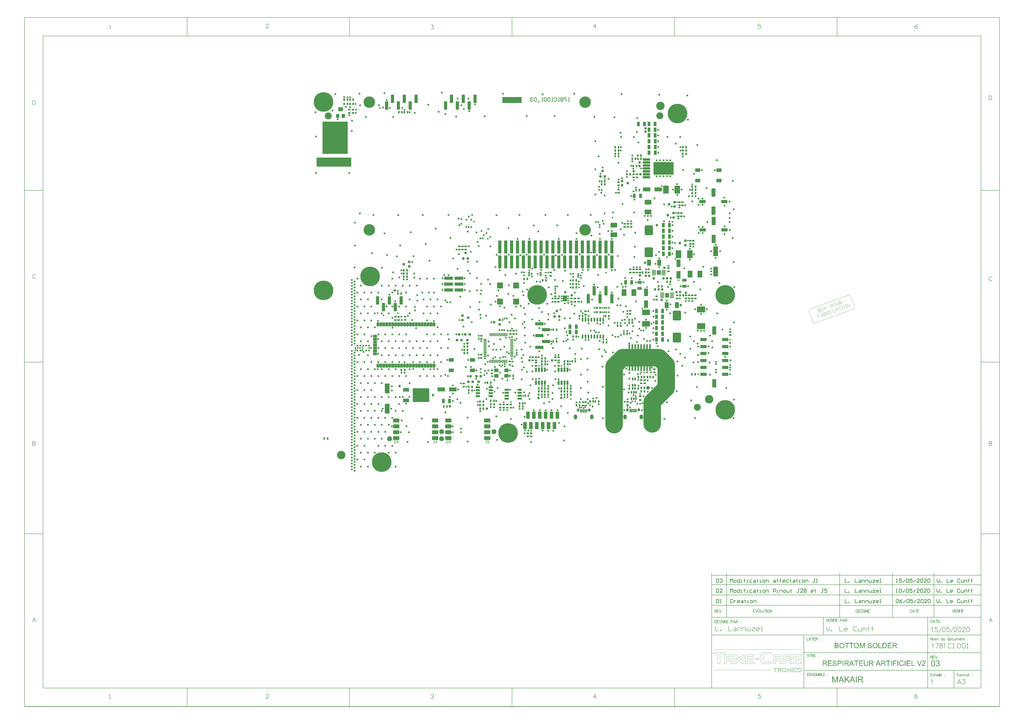
<source format=gbs>
G04*
G04 #@! TF.GenerationSoftware,Altium Limited,Altium Designer,20.0.10 (225)*
G04*
G04 Layer_Color=16711935*
%FSLAX44Y44*%
%MOMM*%
G71*
G01*
G75*
%ADD12C,0.1500*%
%ADD13C,0.1016*%
%ADD14C,0.1020*%
%ADD15C,0.1270*%
%ADD16C,0.0127*%
%ADD17C,0.1778*%
%ADD18C,0.2540*%
%ADD29C,7.5000*%
%ADD30R,8.3000X2.6000*%
%ADD34C,3.0000*%
G04:AMPARAMS|DCode=36|XSize=1.1mm|YSize=0.7mm|CornerRadius=0.125mm|HoleSize=0mm|Usage=FLASHONLY|Rotation=180.000|XOffset=0mm|YOffset=0mm|HoleType=Round|Shape=RoundedRectangle|*
%AMROUNDEDRECTD36*
21,1,1.1000,0.4500,0,0,180.0*
21,1,0.8500,0.7000,0,0,180.0*
1,1,0.2500,-0.4250,0.2250*
1,1,0.2500,0.4250,0.2250*
1,1,0.2500,0.4250,-0.2250*
1,1,0.2500,-0.4250,-0.2250*
%
%ADD36ROUNDEDRECTD36*%
G04:AMPARAMS|DCode=37|XSize=2.2mm|YSize=1.5mm|CornerRadius=0.225mm|HoleSize=0mm|Usage=FLASHONLY|Rotation=0.000|XOffset=0mm|YOffset=0mm|HoleType=Round|Shape=RoundedRectangle|*
%AMROUNDEDRECTD37*
21,1,2.2000,1.0500,0,0,0.0*
21,1,1.7500,1.5000,0,0,0.0*
1,1,0.4500,0.8750,-0.5250*
1,1,0.4500,-0.8750,-0.5250*
1,1,0.4500,-0.8750,0.5250*
1,1,0.4500,0.8750,0.5250*
%
%ADD37ROUNDEDRECTD37*%
G04:AMPARAMS|DCode=38|XSize=1.1mm|YSize=0.7mm|CornerRadius=0.125mm|HoleSize=0mm|Usage=FLASHONLY|Rotation=90.000|XOffset=0mm|YOffset=0mm|HoleType=Round|Shape=RoundedRectangle|*
%AMROUNDEDRECTD38*
21,1,1.1000,0.4500,0,0,90.0*
21,1,0.8500,0.7000,0,0,90.0*
1,1,0.2500,0.2250,0.4250*
1,1,0.2500,0.2250,-0.4250*
1,1,0.2500,-0.2250,-0.4250*
1,1,0.2500,-0.2250,0.4250*
%
%ADD38ROUNDEDRECTD38*%
G04:AMPARAMS|DCode=39|XSize=1.9mm|YSize=1.24mm|CornerRadius=0.1925mm|HoleSize=0mm|Usage=FLASHONLY|Rotation=90.000|XOffset=0mm|YOffset=0mm|HoleType=Round|Shape=RoundedRectangle|*
%AMROUNDEDRECTD39*
21,1,1.9000,0.8550,0,0,90.0*
21,1,1.5150,1.2400,0,0,90.0*
1,1,0.3850,0.4275,0.7575*
1,1,0.3850,0.4275,-0.7575*
1,1,0.3850,-0.4275,-0.7575*
1,1,0.3850,-0.4275,0.7575*
%
%ADD39ROUNDEDRECTD39*%
G04:AMPARAMS|DCode=40|XSize=1.1mm|YSize=1.1mm|CornerRadius=0.175mm|HoleSize=0mm|Usage=FLASHONLY|Rotation=0.000|XOffset=0mm|YOffset=0mm|HoleType=Round|Shape=RoundedRectangle|*
%AMROUNDEDRECTD40*
21,1,1.1000,0.7500,0,0,0.0*
21,1,0.7500,1.1000,0,0,0.0*
1,1,0.3500,0.3750,-0.3750*
1,1,0.3500,-0.3750,-0.3750*
1,1,0.3500,-0.3750,0.3750*
1,1,0.3500,0.3750,0.3750*
%
%ADD40ROUNDEDRECTD40*%
G04:AMPARAMS|DCode=41|XSize=1.1mm|YSize=1.1mm|CornerRadius=0.175mm|HoleSize=0mm|Usage=FLASHONLY|Rotation=270.000|XOffset=0mm|YOffset=0mm|HoleType=Round|Shape=RoundedRectangle|*
%AMROUNDEDRECTD41*
21,1,1.1000,0.7500,0,0,270.0*
21,1,0.7500,1.1000,0,0,270.0*
1,1,0.3500,-0.3750,-0.3750*
1,1,0.3500,-0.3750,0.3750*
1,1,0.3500,0.3750,0.3750*
1,1,0.3500,0.3750,-0.3750*
%
%ADD41ROUNDEDRECTD41*%
%ADD42C,1.6000*%
%ADD43C,1.1000*%
%ADD44C,3.6000*%
%ADD45C,4.9500*%
%ADD46C,8.4000*%
%ADD47O,1.4500X2.1000*%
%ADD48O,1.1500X1.3500*%
%ADD49C,2.1000*%
%ADD50C,0.8000*%
%ADD120R,15.0104X3.8737*%
%ADD121R,10.8491X13.8962*%
%ADD122C,0.7000*%
G04:AMPARAMS|DCode=123|XSize=1.9mm|YSize=1.5mm|CornerRadius=0.225mm|HoleSize=0mm|Usage=FLASHONLY|Rotation=0.000|XOffset=0mm|YOffset=0mm|HoleType=Round|Shape=RoundedRectangle|*
%AMROUNDEDRECTD123*
21,1,1.9000,1.0500,0,0,0.0*
21,1,1.4500,1.5000,0,0,0.0*
1,1,0.4500,0.7250,-0.5250*
1,1,0.4500,-0.7250,-0.5250*
1,1,0.4500,-0.7250,0.5250*
1,1,0.4500,0.7250,0.5250*
%
%ADD123ROUNDEDRECTD123*%
%ADD124R,1.6700X1.9800*%
G04:AMPARAMS|DCode=125|XSize=1.7mm|YSize=0.4mm|CornerRadius=0.0875mm|HoleSize=0mm|Usage=FLASHONLY|Rotation=0.000|XOffset=0mm|YOffset=0mm|HoleType=Round|Shape=RoundedRectangle|*
%AMROUNDEDRECTD125*
21,1,1.7000,0.2250,0,0,0.0*
21,1,1.5250,0.4000,0,0,0.0*
1,1,0.1750,0.7625,-0.1125*
1,1,0.1750,-0.7625,-0.1125*
1,1,0.1750,-0.7625,0.1125*
1,1,0.1750,0.7625,0.1125*
%
%ADD125ROUNDEDRECTD125*%
G04:AMPARAMS|DCode=126|XSize=5.45mm|YSize=8.64mm|CornerRadius=0.3175mm|HoleSize=0mm|Usage=FLASHONLY|Rotation=90.000|XOffset=0mm|YOffset=0mm|HoleType=Round|Shape=RoundedRectangle|*
%AMROUNDEDRECTD126*
21,1,5.4500,8.0050,0,0,90.0*
21,1,4.8150,8.6400,0,0,90.0*
1,1,0.6350,4.0025,2.4075*
1,1,0.6350,4.0025,-2.4075*
1,1,0.6350,-4.0025,-2.4075*
1,1,0.6350,-4.0025,2.4075*
%
%ADD126ROUNDEDRECTD126*%
G04:AMPARAMS|DCode=127|XSize=0.99mm|YSize=3.16mm|CornerRadius=0.1613mm|HoleSize=0mm|Usage=FLASHONLY|Rotation=90.000|XOffset=0mm|YOffset=0mm|HoleType=Round|Shape=RoundedRectangle|*
%AMROUNDEDRECTD127*
21,1,0.9900,2.8375,0,0,90.0*
21,1,0.6675,3.1600,0,0,90.0*
1,1,0.3225,1.4188,0.3338*
1,1,0.3225,1.4188,-0.3338*
1,1,0.3225,-1.4188,-0.3338*
1,1,0.3225,-1.4188,0.3338*
%
%ADD127ROUNDEDRECTD127*%
G04:AMPARAMS|DCode=128|XSize=0.7mm|YSize=1.2mm|CornerRadius=0.125mm|HoleSize=0mm|Usage=FLASHONLY|Rotation=180.000|XOffset=0mm|YOffset=0mm|HoleType=Round|Shape=RoundedRectangle|*
%AMROUNDEDRECTD128*
21,1,0.7000,0.9500,0,0,180.0*
21,1,0.4500,1.2000,0,0,180.0*
1,1,0.2500,-0.2250,0.4750*
1,1,0.2500,0.2250,0.4750*
1,1,0.2500,0.2250,-0.4750*
1,1,0.2500,-0.2250,-0.4750*
%
%ADD128ROUNDEDRECTD128*%
G04:AMPARAMS|DCode=129|XSize=1.85mm|YSize=0.8mm|CornerRadius=0.1375mm|HoleSize=0mm|Usage=FLASHONLY|Rotation=0.000|XOffset=0mm|YOffset=0mm|HoleType=Round|Shape=RoundedRectangle|*
%AMROUNDEDRECTD129*
21,1,1.8500,0.5250,0,0,0.0*
21,1,1.5750,0.8000,0,0,0.0*
1,1,0.2750,0.7875,-0.2625*
1,1,0.2750,-0.7875,-0.2625*
1,1,0.2750,-0.7875,0.2625*
1,1,0.2750,0.7875,0.2625*
%
%ADD129ROUNDEDRECTD129*%
G04:AMPARAMS|DCode=130|XSize=0.7mm|YSize=1.95mm|CornerRadius=0.125mm|HoleSize=0mm|Usage=FLASHONLY|Rotation=0.000|XOffset=0mm|YOffset=0mm|HoleType=Round|Shape=RoundedRectangle|*
%AMROUNDEDRECTD130*
21,1,0.7000,1.7000,0,0,0.0*
21,1,0.4500,1.9500,0,0,0.0*
1,1,0.2500,0.2250,-0.8500*
1,1,0.2500,-0.2250,-0.8500*
1,1,0.2500,-0.2250,0.8500*
1,1,0.2500,0.2250,0.8500*
%
%ADD130ROUNDEDRECTD130*%
G04:AMPARAMS|DCode=131|XSize=0.7mm|YSize=1.75mm|CornerRadius=0.125mm|HoleSize=0mm|Usage=FLASHONLY|Rotation=180.000|XOffset=0mm|YOffset=0mm|HoleType=Round|Shape=RoundedRectangle|*
%AMROUNDEDRECTD131*
21,1,0.7000,1.5000,0,0,180.0*
21,1,0.4500,1.7500,0,0,180.0*
1,1,0.2500,-0.2250,0.7500*
1,1,0.2500,0.2250,0.7500*
1,1,0.2500,0.2250,-0.7500*
1,1,0.2500,-0.2250,-0.7500*
%
%ADD131ROUNDEDRECTD131*%
G04:AMPARAMS|DCode=132|XSize=0.5mm|YSize=1mm|CornerRadius=0.1mm|HoleSize=0mm|Usage=FLASHONLY|Rotation=270.000|XOffset=0mm|YOffset=0mm|HoleType=Round|Shape=RoundedRectangle|*
%AMROUNDEDRECTD132*
21,1,0.5000,0.8000,0,0,270.0*
21,1,0.3000,1.0000,0,0,270.0*
1,1,0.2000,-0.4000,-0.1500*
1,1,0.2000,-0.4000,0.1500*
1,1,0.2000,0.4000,0.1500*
1,1,0.2000,0.4000,-0.1500*
%
%ADD132ROUNDEDRECTD132*%
G04:AMPARAMS|DCode=133|XSize=3.4mm|YSize=2.4mm|CornerRadius=0.3375mm|HoleSize=0mm|Usage=FLASHONLY|Rotation=270.000|XOffset=0mm|YOffset=0mm|HoleType=Round|Shape=RoundedRectangle|*
%AMROUNDEDRECTD133*
21,1,3.4000,1.7250,0,0,270.0*
21,1,2.7250,2.4000,0,0,270.0*
1,1,0.6750,-0.8625,-1.3625*
1,1,0.6750,-0.8625,1.3625*
1,1,0.6750,0.8625,1.3625*
1,1,0.6750,0.8625,-1.3625*
%
%ADD133ROUNDEDRECTD133*%
G04:AMPARAMS|DCode=134|XSize=0.55mm|YSize=0.8mm|CornerRadius=0.1063mm|HoleSize=0mm|Usage=FLASHONLY|Rotation=0.000|XOffset=0mm|YOffset=0mm|HoleType=Round|Shape=RoundedRectangle|*
%AMROUNDEDRECTD134*
21,1,0.5500,0.5875,0,0,0.0*
21,1,0.3375,0.8000,0,0,0.0*
1,1,0.2125,0.1688,-0.2938*
1,1,0.2125,-0.1688,-0.2938*
1,1,0.2125,-0.1688,0.2938*
1,1,0.2125,0.1688,0.2938*
%
%ADD134ROUNDEDRECTD134*%
G04:AMPARAMS|DCode=135|XSize=2.64mm|YSize=1.62mm|CornerRadius=0.24mm|HoleSize=0mm|Usage=FLASHONLY|Rotation=0.000|XOffset=0mm|YOffset=0mm|HoleType=Round|Shape=RoundedRectangle|*
%AMROUNDEDRECTD135*
21,1,2.6400,1.1400,0,0,0.0*
21,1,2.1600,1.6200,0,0,0.0*
1,1,0.4800,1.0800,-0.5700*
1,1,0.4800,-1.0800,-0.5700*
1,1,0.4800,-1.0800,0.5700*
1,1,0.4800,1.0800,0.5700*
%
%ADD135ROUNDEDRECTD135*%
G04:AMPARAMS|DCode=136|XSize=1.674mm|YSize=1.166mm|CornerRadius=0.202mm|HoleSize=0mm|Usage=FLASHONLY|Rotation=270.000|XOffset=0mm|YOffset=0mm|HoleType=Round|Shape=RoundedRectangle|*
%AMROUNDEDRECTD136*
21,1,1.6740,0.7620,0,0,270.0*
21,1,1.2700,1.1660,0,0,270.0*
1,1,0.4040,-0.3810,-0.6350*
1,1,0.4040,-0.3810,0.6350*
1,1,0.4040,0.3810,0.6350*
1,1,0.4040,0.3810,-0.6350*
%
%ADD136ROUNDEDRECTD136*%
G04:AMPARAMS|DCode=137|XSize=1.674mm|YSize=1.166mm|CornerRadius=0.202mm|HoleSize=0mm|Usage=FLASHONLY|Rotation=180.000|XOffset=0mm|YOffset=0mm|HoleType=Round|Shape=RoundedRectangle|*
%AMROUNDEDRECTD137*
21,1,1.6740,0.7620,0,0,180.0*
21,1,1.2700,1.1660,0,0,180.0*
1,1,0.4040,-0.6350,0.3810*
1,1,0.4040,0.6350,0.3810*
1,1,0.4040,0.6350,-0.3810*
1,1,0.4040,-0.6350,-0.3810*
%
%ADD137ROUNDEDRECTD137*%
G04:AMPARAMS|DCode=138|XSize=0.8mm|YSize=1.1mm|CornerRadius=0.1375mm|HoleSize=0mm|Usage=FLASHONLY|Rotation=90.000|XOffset=0mm|YOffset=0mm|HoleType=Round|Shape=RoundedRectangle|*
%AMROUNDEDRECTD138*
21,1,0.8000,0.8250,0,0,90.0*
21,1,0.5250,1.1000,0,0,90.0*
1,1,0.2750,0.4125,0.2625*
1,1,0.2750,0.4125,-0.2625*
1,1,0.2750,-0.4125,-0.2625*
1,1,0.2750,-0.4125,0.2625*
%
%ADD138ROUNDEDRECTD138*%
G04:AMPARAMS|DCode=139|XSize=0.4mm|YSize=1.3mm|CornerRadius=0.0875mm|HoleSize=0mm|Usage=FLASHONLY|Rotation=90.000|XOffset=0mm|YOffset=0mm|HoleType=Round|Shape=RoundedRectangle|*
%AMROUNDEDRECTD139*
21,1,0.4000,1.1250,0,0,90.0*
21,1,0.2250,1.3000,0,0,90.0*
1,1,0.1750,0.5625,0.1125*
1,1,0.1750,0.5625,-0.1125*
1,1,0.1750,-0.5625,-0.1125*
1,1,0.1750,-0.5625,0.1125*
%
%ADD139ROUNDEDRECTD139*%
G04:AMPARAMS|DCode=140|XSize=0.4mm|YSize=1.3mm|CornerRadius=0.0875mm|HoleSize=0mm|Usage=FLASHONLY|Rotation=0.000|XOffset=0mm|YOffset=0mm|HoleType=Round|Shape=RoundedRectangle|*
%AMROUNDEDRECTD140*
21,1,0.4000,1.1250,0,0,0.0*
21,1,0.2250,1.3000,0,0,0.0*
1,1,0.1750,0.1125,-0.5625*
1,1,0.1750,-0.1125,-0.5625*
1,1,0.1750,-0.1125,0.5625*
1,1,0.1750,0.1125,0.5625*
%
%ADD140ROUNDEDRECTD140*%
G04:AMPARAMS|DCode=141|XSize=0.8mm|YSize=0.6mm|CornerRadius=0.1125mm|HoleSize=0mm|Usage=FLASHONLY|Rotation=180.000|XOffset=0mm|YOffset=0mm|HoleType=Round|Shape=RoundedRectangle|*
%AMROUNDEDRECTD141*
21,1,0.8000,0.3750,0,0,180.0*
21,1,0.5750,0.6000,0,0,180.0*
1,1,0.2250,-0.2875,0.1875*
1,1,0.2250,0.2875,0.1875*
1,1,0.2250,0.2875,-0.1875*
1,1,0.2250,-0.2875,-0.1875*
%
%ADD141ROUNDEDRECTD141*%
G04:AMPARAMS|DCode=142|XSize=4.2mm|YSize=3.6mm|CornerRadius=0.4875mm|HoleSize=0mm|Usage=FLASHONLY|Rotation=90.000|XOffset=0mm|YOffset=0mm|HoleType=Round|Shape=RoundedRectangle|*
%AMROUNDEDRECTD142*
21,1,4.2000,2.6250,0,0,90.0*
21,1,3.2250,3.6000,0,0,90.0*
1,1,0.9750,1.3125,1.6125*
1,1,0.9750,1.3125,-1.6125*
1,1,0.9750,-1.3125,-1.6125*
1,1,0.9750,-1.3125,1.6125*
%
%ADD142ROUNDEDRECTD142*%
G04:AMPARAMS|DCode=143|XSize=2.1mm|YSize=2.9mm|CornerRadius=0.3mm|HoleSize=0mm|Usage=FLASHONLY|Rotation=90.000|XOffset=0mm|YOffset=0mm|HoleType=Round|Shape=RoundedRectangle|*
%AMROUNDEDRECTD143*
21,1,2.1000,2.3000,0,0,90.0*
21,1,1.5000,2.9000,0,0,90.0*
1,1,0.6000,1.1500,0.7500*
1,1,0.6000,1.1500,-0.7500*
1,1,0.6000,-1.1500,-0.7500*
1,1,0.6000,-1.1500,0.7500*
%
%ADD143ROUNDEDRECTD143*%
G04:AMPARAMS|DCode=144|XSize=1.2mm|YSize=0.7mm|CornerRadius=0.125mm|HoleSize=0mm|Usage=FLASHONLY|Rotation=270.000|XOffset=0mm|YOffset=0mm|HoleType=Round|Shape=RoundedRectangle|*
%AMROUNDEDRECTD144*
21,1,1.2000,0.4500,0,0,270.0*
21,1,0.9500,0.7000,0,0,270.0*
1,1,0.2500,-0.2250,-0.4750*
1,1,0.2500,-0.2250,0.4750*
1,1,0.2500,0.2250,0.4750*
1,1,0.2500,0.2250,-0.4750*
%
%ADD144ROUNDEDRECTD144*%
G04:AMPARAMS|DCode=145|XSize=7.1mm|YSize=5.9mm|CornerRadius=0.311mm|HoleSize=0mm|Usage=FLASHONLY|Rotation=0.000|XOffset=0mm|YOffset=0mm|HoleType=Round|Shape=RoundedRectangle|*
%AMROUNDEDRECTD145*
21,1,7.1000,5.2780,0,0,0.0*
21,1,6.4780,5.9000,0,0,0.0*
1,1,0.6220,3.2390,-2.6390*
1,1,0.6220,-3.2390,-2.6390*
1,1,0.6220,-3.2390,2.6390*
1,1,0.6220,3.2390,2.6390*
%
%ADD145ROUNDEDRECTD145*%
G04:AMPARAMS|DCode=146|XSize=2.6mm|YSize=1.6mm|CornerRadius=0.2375mm|HoleSize=0mm|Usage=FLASHONLY|Rotation=0.000|XOffset=0mm|YOffset=0mm|HoleType=Round|Shape=RoundedRectangle|*
%AMROUNDEDRECTD146*
21,1,2.6000,1.1250,0,0,0.0*
21,1,2.1250,1.6000,0,0,0.0*
1,1,0.4750,1.0625,-0.5625*
1,1,0.4750,-1.0625,-0.5625*
1,1,0.4750,-1.0625,0.5625*
1,1,0.4750,1.0625,0.5625*
%
%ADD146ROUNDEDRECTD146*%
G04:AMPARAMS|DCode=147|XSize=3.6mm|YSize=2.6mm|CornerRadius=0.3625mm|HoleSize=0mm|Usage=FLASHONLY|Rotation=0.000|XOffset=0mm|YOffset=0mm|HoleType=Round|Shape=RoundedRectangle|*
%AMROUNDEDRECTD147*
21,1,3.6000,1.8750,0,0,0.0*
21,1,2.8750,2.6000,0,0,0.0*
1,1,0.7250,1.4375,-0.9375*
1,1,0.7250,-1.4375,-0.9375*
1,1,0.7250,-1.4375,0.9375*
1,1,0.7250,1.4375,0.9375*
%
%ADD147ROUNDEDRECTD147*%
G04:AMPARAMS|DCode=148|XSize=2.6mm|YSize=1.7mm|CornerRadius=0.25mm|HoleSize=0mm|Usage=FLASHONLY|Rotation=270.000|XOffset=0mm|YOffset=0mm|HoleType=Round|Shape=RoundedRectangle|*
%AMROUNDEDRECTD148*
21,1,2.6000,1.2000,0,0,270.0*
21,1,2.1000,1.7000,0,0,270.0*
1,1,0.5000,-0.6000,-1.0500*
1,1,0.5000,-0.6000,1.0500*
1,1,0.5000,0.6000,1.0500*
1,1,0.5000,0.6000,-1.0500*
%
%ADD148ROUNDEDRECTD148*%
G04:AMPARAMS|DCode=149|XSize=0.55mm|YSize=0.8mm|CornerRadius=0.1063mm|HoleSize=0mm|Usage=FLASHONLY|Rotation=270.000|XOffset=0mm|YOffset=0mm|HoleType=Round|Shape=RoundedRectangle|*
%AMROUNDEDRECTD149*
21,1,0.5500,0.5875,0,0,270.0*
21,1,0.3375,0.8000,0,0,270.0*
1,1,0.2125,-0.2938,-0.1688*
1,1,0.2125,-0.2938,0.1688*
1,1,0.2125,0.2938,0.1688*
1,1,0.2125,0.2938,-0.1688*
%
%ADD149ROUNDEDRECTD149*%
%ADD150R,1.8500X2.6000*%
G04:AMPARAMS|DCode=151|XSize=3.1mm|YSize=1.6mm|CornerRadius=0.2375mm|HoleSize=0mm|Usage=FLASHONLY|Rotation=270.000|XOffset=0mm|YOffset=0mm|HoleType=Round|Shape=RoundedRectangle|*
%AMROUNDEDRECTD151*
21,1,3.1000,1.1250,0,0,270.0*
21,1,2.6250,1.6000,0,0,270.0*
1,1,0.4750,-0.5625,-1.3125*
1,1,0.4750,-0.5625,1.3125*
1,1,0.4750,0.5625,1.3125*
1,1,0.4750,0.5625,-1.3125*
%
%ADD151ROUNDEDRECTD151*%
G04:AMPARAMS|DCode=152|XSize=1.37mm|YSize=3.53mm|CornerRadius=0.2088mm|HoleSize=0mm|Usage=FLASHONLY|Rotation=180.000|XOffset=0mm|YOffset=0mm|HoleType=Round|Shape=RoundedRectangle|*
%AMROUNDEDRECTD152*
21,1,1.3700,3.1125,0,0,180.0*
21,1,0.9525,3.5300,0,0,180.0*
1,1,0.4175,-0.4763,1.5563*
1,1,0.4175,0.4763,1.5563*
1,1,0.4175,0.4763,-1.5563*
1,1,0.4175,-0.4763,-1.5563*
%
%ADD152ROUNDEDRECTD152*%
G04:AMPARAMS|DCode=153|XSize=1.37mm|YSize=3.53mm|CornerRadius=0.2088mm|HoleSize=0mm|Usage=FLASHONLY|Rotation=90.000|XOffset=0mm|YOffset=0mm|HoleType=Round|Shape=RoundedRectangle|*
%AMROUNDEDRECTD153*
21,1,1.3700,3.1125,0,0,90.0*
21,1,0.9525,3.5300,0,0,90.0*
1,1,0.4175,1.5563,0.4763*
1,1,0.4175,1.5563,-0.4763*
1,1,0.4175,-1.5563,-0.4763*
1,1,0.4175,-1.5563,0.4763*
%
%ADD153ROUNDEDRECTD153*%
G04:AMPARAMS|DCode=154|XSize=1.37mm|YSize=3.28mm|CornerRadius=0.2088mm|HoleSize=0mm|Usage=FLASHONLY|Rotation=0.000|XOffset=0mm|YOffset=0mm|HoleType=Round|Shape=RoundedRectangle|*
%AMROUNDEDRECTD154*
21,1,1.3700,2.8625,0,0,0.0*
21,1,0.9525,3.2800,0,0,0.0*
1,1,0.4175,0.4763,-1.4312*
1,1,0.4175,-0.4763,-1.4312*
1,1,0.4175,-0.4763,1.4312*
1,1,0.4175,0.4763,1.4312*
%
%ADD154ROUNDEDRECTD154*%
G04:AMPARAMS|DCode=155|XSize=1.37mm|YSize=2.64mm|CornerRadius=0.2088mm|HoleSize=0mm|Usage=FLASHONLY|Rotation=90.000|XOffset=0mm|YOffset=0mm|HoleType=Round|Shape=RoundedRectangle|*
%AMROUNDEDRECTD155*
21,1,1.3700,2.2225,0,0,90.0*
21,1,0.9525,2.6400,0,0,90.0*
1,1,0.4175,1.1113,0.4763*
1,1,0.4175,1.1113,-0.4763*
1,1,0.4175,-1.1113,-0.4763*
1,1,0.4175,-1.1113,0.4763*
%
%ADD155ROUNDEDRECTD155*%
G04:AMPARAMS|DCode=156|XSize=3.53mm|YSize=1.75mm|CornerRadius=0.2563mm|HoleSize=0mm|Usage=FLASHONLY|Rotation=90.000|XOffset=0mm|YOffset=0mm|HoleType=Round|Shape=RoundedRectangle|*
%AMROUNDEDRECTD156*
21,1,3.5300,1.2375,0,0,90.0*
21,1,3.0175,1.7500,0,0,90.0*
1,1,0.5125,0.6188,1.5088*
1,1,0.5125,0.6188,-1.5088*
1,1,0.5125,-0.6188,-1.5088*
1,1,0.5125,-0.6188,1.5088*
%
%ADD156ROUNDEDRECTD156*%
G04:AMPARAMS|DCode=157|XSize=1.37mm|YSize=3.78mm|CornerRadius=0.2088mm|HoleSize=0mm|Usage=FLASHONLY|Rotation=90.000|XOffset=0mm|YOffset=0mm|HoleType=Round|Shape=RoundedRectangle|*
%AMROUNDEDRECTD157*
21,1,1.3700,3.3625,0,0,90.0*
21,1,0.9525,3.7800,0,0,90.0*
1,1,0.4175,1.6813,0.4763*
1,1,0.4175,1.6813,-0.4763*
1,1,0.4175,-1.6813,-0.4763*
1,1,0.4175,-1.6813,0.4763*
%
%ADD157ROUNDEDRECTD157*%
G04:AMPARAMS|DCode=158|XSize=0.5mm|YSize=1.45mm|CornerRadius=0.1mm|HoleSize=0mm|Usage=FLASHONLY|Rotation=180.000|XOffset=0mm|YOffset=0mm|HoleType=Round|Shape=RoundedRectangle|*
%AMROUNDEDRECTD158*
21,1,0.5000,1.2500,0,0,180.0*
21,1,0.3000,1.4500,0,0,180.0*
1,1,0.2000,-0.1500,0.6250*
1,1,0.2000,0.1500,0.6250*
1,1,0.2000,0.1500,-0.6250*
1,1,0.2000,-0.1500,-0.6250*
%
%ADD158ROUNDEDRECTD158*%
G04:AMPARAMS|DCode=159|XSize=1.37mm|YSize=5.57mm|CornerRadius=0.2088mm|HoleSize=0mm|Usage=FLASHONLY|Rotation=180.000|XOffset=0mm|YOffset=0mm|HoleType=Round|Shape=RoundedRectangle|*
%AMROUNDEDRECTD159*
21,1,1.3700,5.1525,0,0,180.0*
21,1,0.9525,5.5700,0,0,180.0*
1,1,0.4175,-0.4763,2.5763*
1,1,0.4175,0.4763,2.5763*
1,1,0.4175,0.4763,-2.5763*
1,1,0.4175,-0.4763,-2.5763*
%
%ADD159ROUNDEDRECTD159*%
G04:AMPARAMS|DCode=160|XSize=4.2mm|YSize=2.1mm|CornerRadius=0.3mm|HoleSize=0mm|Usage=FLASHONLY|Rotation=90.000|XOffset=0mm|YOffset=0mm|HoleType=Round|Shape=RoundedRectangle|*
%AMROUNDEDRECTD160*
21,1,4.2000,1.5000,0,0,90.0*
21,1,3.6000,2.1000,0,0,90.0*
1,1,0.6000,0.7500,1.8000*
1,1,0.6000,0.7500,-1.8000*
1,1,0.6000,-0.7500,-1.8000*
1,1,0.6000,-0.7500,1.8000*
%
%ADD160ROUNDEDRECTD160*%
G04:AMPARAMS|DCode=161|XSize=3.3mm|YSize=1.7mm|CornerRadius=0.25mm|HoleSize=0mm|Usage=FLASHONLY|Rotation=90.000|XOffset=0mm|YOffset=0mm|HoleType=Round|Shape=RoundedRectangle|*
%AMROUNDEDRECTD161*
21,1,3.3000,1.2000,0,0,90.0*
21,1,2.8000,1.7000,0,0,90.0*
1,1,0.5000,0.6000,1.4000*
1,1,0.5000,0.6000,-1.4000*
1,1,0.5000,-0.6000,-1.4000*
1,1,0.5000,-0.6000,1.4000*
%
%ADD161ROUNDEDRECTD161*%
G04:AMPARAMS|DCode=162|XSize=0.6mm|YSize=0.7mm|CornerRadius=0.1125mm|HoleSize=0mm|Usage=FLASHONLY|Rotation=180.000|XOffset=0mm|YOffset=0mm|HoleType=Round|Shape=RoundedRectangle|*
%AMROUNDEDRECTD162*
21,1,0.6000,0.4750,0,0,180.0*
21,1,0.3750,0.7000,0,0,180.0*
1,1,0.2250,-0.1875,0.2375*
1,1,0.2250,0.1875,0.2375*
1,1,0.2250,0.1875,-0.2375*
1,1,0.2250,-0.1875,-0.2375*
%
%ADD162ROUNDEDRECTD162*%
G04:AMPARAMS|DCode=163|XSize=2.6mm|YSize=2.6mm|CornerRadius=0.3625mm|HoleSize=0mm|Usage=FLASHONLY|Rotation=270.000|XOffset=0mm|YOffset=0mm|HoleType=Round|Shape=RoundedRectangle|*
%AMROUNDEDRECTD163*
21,1,2.6000,1.8750,0,0,270.0*
21,1,1.8750,2.6000,0,0,270.0*
1,1,0.7250,-0.9375,-0.9375*
1,1,0.7250,-0.9375,0.9375*
1,1,0.7250,0.9375,0.9375*
1,1,0.7250,0.9375,-0.9375*
%
%ADD163ROUNDEDRECTD163*%
G04:AMPARAMS|DCode=164|XSize=2.6mm|YSize=2.6mm|CornerRadius=0.3625mm|HoleSize=0mm|Usage=FLASHONLY|Rotation=180.000|XOffset=0mm|YOffset=0mm|HoleType=Round|Shape=RoundedRectangle|*
%AMROUNDEDRECTD164*
21,1,2.6000,1.8750,0,0,180.0*
21,1,1.8750,2.6000,0,0,180.0*
1,1,0.7250,-0.9375,0.9375*
1,1,0.7250,0.9375,0.9375*
1,1,0.7250,0.9375,-0.9375*
1,1,0.7250,-0.9375,-0.9375*
%
%ADD164ROUNDEDRECTD164*%
G04:AMPARAMS|DCode=165|XSize=1.7mm|YSize=1.4mm|CornerRadius=0.2125mm|HoleSize=0mm|Usage=FLASHONLY|Rotation=270.000|XOffset=0mm|YOffset=0mm|HoleType=Round|Shape=RoundedRectangle|*
%AMROUNDEDRECTD165*
21,1,1.7000,0.9750,0,0,270.0*
21,1,1.2750,1.4000,0,0,270.0*
1,1,0.4250,-0.4875,-0.6375*
1,1,0.4250,-0.4875,0.6375*
1,1,0.4250,0.4875,0.6375*
1,1,0.4250,0.4875,-0.6375*
%
%ADD165ROUNDEDRECTD165*%
G04:AMPARAMS|DCode=166|XSize=1.7mm|YSize=2.1mm|CornerRadius=0.25mm|HoleSize=0mm|Usage=FLASHONLY|Rotation=270.000|XOffset=0mm|YOffset=0mm|HoleType=Round|Shape=RoundedRectangle|*
%AMROUNDEDRECTD166*
21,1,1.7000,1.6000,0,0,270.0*
21,1,1.2000,2.1000,0,0,270.0*
1,1,0.5000,-0.8000,-0.6000*
1,1,0.5000,-0.8000,0.6000*
1,1,0.5000,0.8000,0.6000*
1,1,0.5000,0.8000,-0.6000*
%
%ADD166ROUNDEDRECTD166*%
G04:AMPARAMS|DCode=167|XSize=3.3mm|YSize=1.7mm|CornerRadius=0.25mm|HoleSize=0mm|Usage=FLASHONLY|Rotation=0.000|XOffset=0mm|YOffset=0mm|HoleType=Round|Shape=RoundedRectangle|*
%AMROUNDEDRECTD167*
21,1,3.3000,1.2000,0,0,0.0*
21,1,2.8000,1.7000,0,0,0.0*
1,1,0.5000,1.4000,-0.6000*
1,1,0.5000,-1.4000,-0.6000*
1,1,0.5000,-1.4000,0.6000*
1,1,0.5000,1.4000,0.6000*
%
%ADD167ROUNDEDRECTD167*%
G04:AMPARAMS|DCode=168|XSize=1.9mm|YSize=1.24mm|CornerRadius=0.1925mm|HoleSize=0mm|Usage=FLASHONLY|Rotation=180.000|XOffset=0mm|YOffset=0mm|HoleType=Round|Shape=RoundedRectangle|*
%AMROUNDEDRECTD168*
21,1,1.9000,0.8550,0,0,180.0*
21,1,1.5150,1.2400,0,0,180.0*
1,1,0.3850,-0.7575,0.4275*
1,1,0.3850,0.7575,0.4275*
1,1,0.3850,0.7575,-0.4275*
1,1,0.3850,-0.7575,-0.4275*
%
%ADD168ROUNDEDRECTD168*%
G04:AMPARAMS|DCode=169|XSize=0.6mm|YSize=0.7mm|CornerRadius=0.1125mm|HoleSize=0mm|Usage=FLASHONLY|Rotation=90.000|XOffset=0mm|YOffset=0mm|HoleType=Round|Shape=RoundedRectangle|*
%AMROUNDEDRECTD169*
21,1,0.6000,0.4750,0,0,90.0*
21,1,0.3750,0.7000,0,0,90.0*
1,1,0.2250,0.2375,0.1875*
1,1,0.2250,0.2375,-0.1875*
1,1,0.2250,-0.2375,-0.1875*
1,1,0.2250,-0.2375,0.1875*
%
%ADD169ROUNDEDRECTD169*%
G04:AMPARAMS|DCode=170|XSize=0.8mm|YSize=0.6mm|CornerRadius=0.1125mm|HoleSize=0mm|Usage=FLASHONLY|Rotation=270.000|XOffset=0mm|YOffset=0mm|HoleType=Round|Shape=RoundedRectangle|*
%AMROUNDEDRECTD170*
21,1,0.8000,0.3750,0,0,270.0*
21,1,0.5750,0.6000,0,0,270.0*
1,1,0.2250,-0.1875,-0.2875*
1,1,0.2250,-0.1875,0.2875*
1,1,0.2250,0.1875,0.2875*
1,1,0.2250,0.1875,-0.2875*
%
%ADD170ROUNDEDRECTD170*%
G04:AMPARAMS|DCode=171|XSize=2.1mm|YSize=2.9mm|CornerRadius=0.3mm|HoleSize=0mm|Usage=FLASHONLY|Rotation=0.000|XOffset=0mm|YOffset=0mm|HoleType=Round|Shape=RoundedRectangle|*
%AMROUNDEDRECTD171*
21,1,2.1000,2.3000,0,0,0.0*
21,1,1.5000,2.9000,0,0,0.0*
1,1,0.6000,0.7500,-1.1500*
1,1,0.6000,-0.7500,-1.1500*
1,1,0.6000,-0.7500,1.1500*
1,1,0.6000,0.7500,1.1500*
%
%ADD171ROUNDEDRECTD171*%
G04:AMPARAMS|DCode=172|XSize=3.4mm|YSize=2.4mm|CornerRadius=0.3375mm|HoleSize=0mm|Usage=FLASHONLY|Rotation=180.000|XOffset=0mm|YOffset=0mm|HoleType=Round|Shape=RoundedRectangle|*
%AMROUNDEDRECTD172*
21,1,3.4000,1.7250,0,0,180.0*
21,1,2.7250,2.4000,0,0,180.0*
1,1,0.6750,-1.3625,0.8625*
1,1,0.6750,1.3625,0.8625*
1,1,0.6750,1.3625,-0.8625*
1,1,0.6750,-1.3625,-0.8625*
%
%ADD172ROUNDEDRECTD172*%
G04:AMPARAMS|DCode=173|XSize=1.85mm|YSize=0.8mm|CornerRadius=0.1375mm|HoleSize=0mm|Usage=FLASHONLY|Rotation=270.000|XOffset=0mm|YOffset=0mm|HoleType=Round|Shape=RoundedRectangle|*
%AMROUNDEDRECTD173*
21,1,1.8500,0.5250,0,0,270.0*
21,1,1.5750,0.8000,0,0,270.0*
1,1,0.2750,-0.2625,-0.7875*
1,1,0.2750,-0.2625,0.7875*
1,1,0.2750,0.2625,0.7875*
1,1,0.2750,0.2625,-0.7875*
%
%ADD173ROUNDEDRECTD173*%
G04:AMPARAMS|DCode=174|XSize=1.37mm|YSize=1.41mm|CornerRadius=0.3675mm|HoleSize=0mm|Usage=FLASHONLY|Rotation=180.000|XOffset=0mm|YOffset=0mm|HoleType=Round|Shape=RoundedRectangle|*
%AMROUNDEDRECTD174*
21,1,1.3700,0.6750,0,0,180.0*
21,1,0.6350,1.4100,0,0,180.0*
1,1,0.7350,-0.3175,0.3375*
1,1,0.7350,0.3175,0.3375*
1,1,0.7350,0.3175,-0.3375*
1,1,0.7350,-0.3175,-0.3375*
%
%ADD174ROUNDEDRECTD174*%
G36*
X2403423Y-729043D02*
X2403650D01*
X2404265Y-729108D01*
X2404945Y-729205D01*
X2405658Y-729367D01*
X2406435Y-729561D01*
X2407148Y-729821D01*
X2407180D01*
X2407245Y-729853D01*
X2407342Y-729918D01*
X2407471Y-729983D01*
X2407795Y-730144D01*
X2408216Y-730436D01*
X2408702Y-730760D01*
X2409188Y-731181D01*
X2409641Y-731666D01*
X2410062Y-732217D01*
Y-732250D01*
X2410094Y-732282D01*
X2410159Y-732379D01*
X2410224Y-732476D01*
X2410386Y-732800D01*
X2410580Y-733221D01*
X2410807Y-733739D01*
X2410969Y-734354D01*
X2411131Y-735002D01*
X2411196Y-735715D01*
X2408346Y-735941D01*
Y-735909D01*
Y-735844D01*
X2408313Y-735747D01*
X2408281Y-735585D01*
X2408184Y-735229D01*
X2408054Y-734743D01*
X2407860Y-734225D01*
X2407569Y-733707D01*
X2407212Y-733221D01*
X2406759Y-732768D01*
X2406694Y-732735D01*
X2406532Y-732606D01*
X2406208Y-732411D01*
X2405787Y-732217D01*
X2405237Y-732023D01*
X2404589Y-731829D01*
X2403779Y-731699D01*
X2402873Y-731666D01*
X2402419D01*
X2402225Y-731699D01*
X2401966Y-731731D01*
X2401383Y-731796D01*
X2400735Y-731926D01*
X2400087Y-732087D01*
X2399472Y-732347D01*
X2399213Y-732508D01*
X2398954Y-732671D01*
X2398889Y-732703D01*
X2398760Y-732832D01*
X2398565Y-733059D01*
X2398371Y-733318D01*
X2398144Y-733674D01*
X2397950Y-734063D01*
X2397821Y-734516D01*
X2397756Y-735035D01*
Y-735099D01*
Y-735229D01*
X2397788Y-735456D01*
X2397853Y-735715D01*
X2397950Y-736039D01*
X2398112Y-736362D01*
X2398306Y-736686D01*
X2398598Y-737010D01*
X2398630Y-737042D01*
X2398792Y-737140D01*
X2398922Y-737237D01*
X2399051Y-737301D01*
X2399245Y-737399D01*
X2399472Y-737528D01*
X2399764Y-737625D01*
X2400087Y-737755D01*
X2400444Y-737885D01*
X2400865Y-738046D01*
X2401318Y-738176D01*
X2401836Y-738338D01*
X2402419Y-738467D01*
X2403067Y-738629D01*
X2403099D01*
X2403229Y-738662D01*
X2403423Y-738694D01*
X2403650Y-738759D01*
X2403941Y-738824D01*
X2404298Y-738921D01*
X2404654Y-739018D01*
X2405042Y-739115D01*
X2405884Y-739342D01*
X2406694Y-739568D01*
X2407083Y-739698D01*
X2407439Y-739828D01*
X2407763Y-739925D01*
X2408022Y-740054D01*
X2408054D01*
X2408119Y-740087D01*
X2408216Y-740151D01*
X2408346Y-740216D01*
X2408702Y-740411D01*
X2409123Y-740670D01*
X2409609Y-741026D01*
X2410094Y-741414D01*
X2410548Y-741868D01*
X2410936Y-742354D01*
X2410969Y-742418D01*
X2411098Y-742580D01*
X2411228Y-742872D01*
X2411422Y-743260D01*
X2411584Y-743714D01*
X2411746Y-744264D01*
X2411843Y-744880D01*
X2411876Y-745527D01*
Y-745560D01*
Y-745592D01*
Y-745689D01*
Y-745819D01*
X2411811Y-746175D01*
X2411746Y-746628D01*
X2411617Y-747147D01*
X2411455Y-747697D01*
X2411196Y-748280D01*
X2410839Y-748895D01*
Y-748928D01*
X2410807Y-748960D01*
X2410645Y-749154D01*
X2410418Y-749446D01*
X2410094Y-749770D01*
X2409673Y-750158D01*
X2409155Y-750579D01*
X2408572Y-750968D01*
X2407892Y-751324D01*
X2407860D01*
X2407795Y-751357D01*
X2407698Y-751389D01*
X2407569Y-751454D01*
X2407374Y-751518D01*
X2407148Y-751616D01*
X2406629Y-751745D01*
X2406014Y-751907D01*
X2405269Y-752069D01*
X2404460Y-752166D01*
X2403585Y-752199D01*
X2403067D01*
X2402808Y-752166D01*
X2402516D01*
X2402193Y-752134D01*
X2401804Y-752102D01*
X2400994Y-751972D01*
X2400152Y-751842D01*
X2399310Y-751616D01*
X2398501Y-751324D01*
X2398468D01*
X2398403Y-751292D01*
X2398306Y-751227D01*
X2398177Y-751162D01*
X2397788Y-750968D01*
X2397335Y-750676D01*
X2396817Y-750288D01*
X2396266Y-749835D01*
X2395748Y-749284D01*
X2395262Y-748669D01*
Y-748636D01*
X2395197Y-748571D01*
X2395165Y-748474D01*
X2395068Y-748345D01*
X2395003Y-748183D01*
X2394906Y-747989D01*
X2394679Y-747503D01*
X2394453Y-746888D01*
X2394258Y-746207D01*
X2394129Y-745430D01*
X2394064Y-744621D01*
X2396849Y-744361D01*
Y-744394D01*
Y-744426D01*
X2396881Y-744523D01*
Y-744653D01*
X2396946Y-744944D01*
X2397043Y-745365D01*
X2397173Y-745786D01*
X2397302Y-746272D01*
X2397529Y-746726D01*
X2397756Y-747147D01*
X2397788Y-747179D01*
X2397885Y-747309D01*
X2398047Y-747535D01*
X2398306Y-747762D01*
X2398630Y-748053D01*
X2398986Y-748345D01*
X2399472Y-748636D01*
X2399990Y-748895D01*
X2400023D01*
X2400055Y-748928D01*
X2400152Y-748960D01*
X2400249Y-748992D01*
X2400573Y-749090D01*
X2400994Y-749219D01*
X2401512Y-749349D01*
X2402095Y-749446D01*
X2402743Y-749511D01*
X2403456Y-749543D01*
X2403747D01*
X2404071Y-749511D01*
X2404460Y-749478D01*
X2404913Y-749414D01*
X2405431Y-749349D01*
X2405949Y-749219D01*
X2406435Y-749057D01*
X2406500Y-749025D01*
X2406662Y-748960D01*
X2406888Y-748831D01*
X2407180Y-748701D01*
X2407471Y-748474D01*
X2407795Y-748248D01*
X2408119Y-747989D01*
X2408378Y-747665D01*
X2408410Y-747632D01*
X2408475Y-747503D01*
X2408572Y-747341D01*
X2408702Y-747082D01*
X2408831Y-746823D01*
X2408929Y-746499D01*
X2408993Y-746143D01*
X2409026Y-745754D01*
Y-745722D01*
Y-745560D01*
X2408993Y-745365D01*
X2408961Y-745106D01*
X2408864Y-744847D01*
X2408767Y-744523D01*
X2408605Y-744200D01*
X2408378Y-743908D01*
X2408346Y-743876D01*
X2408248Y-743779D01*
X2408119Y-743649D01*
X2407892Y-743455D01*
X2407633Y-743260D01*
X2407277Y-743034D01*
X2406856Y-742807D01*
X2406370Y-742613D01*
X2406338Y-742580D01*
X2406176Y-742548D01*
X2405917Y-742451D01*
X2405755Y-742418D01*
X2405528Y-742354D01*
X2405302Y-742256D01*
X2405010Y-742192D01*
X2404686Y-742094D01*
X2404298Y-741997D01*
X2403909Y-741900D01*
X2403456Y-741771D01*
X2402937Y-741641D01*
X2402387Y-741512D01*
X2402354D01*
X2402257Y-741479D01*
X2402095Y-741447D01*
X2401901Y-741382D01*
X2401642Y-741317D01*
X2401351Y-741253D01*
X2400703Y-741058D01*
X2399990Y-740832D01*
X2399245Y-740605D01*
X2398598Y-740378D01*
X2398306Y-740249D01*
X2398047Y-740119D01*
X2398015D01*
X2397982Y-740087D01*
X2397788Y-739957D01*
X2397497Y-739795D01*
X2397173Y-739536D01*
X2396784Y-739245D01*
X2396396Y-738888D01*
X2396007Y-738467D01*
X2395683Y-738014D01*
X2395651Y-737949D01*
X2395554Y-737787D01*
X2395424Y-737528D01*
X2395294Y-737204D01*
X2395165Y-736783D01*
X2395036Y-736298D01*
X2394938Y-735779D01*
X2394906Y-735229D01*
Y-735197D01*
Y-735164D01*
Y-735067D01*
Y-734937D01*
X2394971Y-734614D01*
X2395036Y-734193D01*
X2395133Y-733707D01*
X2395294Y-733156D01*
X2395521Y-732606D01*
X2395845Y-732055D01*
Y-732023D01*
X2395878Y-731990D01*
X2396039Y-731796D01*
X2396266Y-731537D01*
X2396558Y-731213D01*
X2396946Y-730857D01*
X2397432Y-730468D01*
X2398015Y-730112D01*
X2398663Y-729788D01*
X2398695D01*
X2398760Y-729756D01*
X2398857Y-729723D01*
X2398986Y-729659D01*
X2399148Y-729594D01*
X2399375Y-729529D01*
X2399861Y-729400D01*
X2400476Y-729270D01*
X2401189Y-729140D01*
X2401933Y-729043D01*
X2402776Y-729011D01*
X2403197D01*
X2403423Y-729043D01*
D02*
G37*
G36*
X2381531Y-751810D02*
X2378681D01*
Y-733059D01*
X2372139Y-751810D01*
X2369484D01*
X2363007Y-732735D01*
Y-751810D01*
X2360157D01*
Y-729400D01*
X2364594D01*
X2369905Y-745301D01*
Y-745333D01*
X2369937Y-745398D01*
X2369969Y-745495D01*
X2370034Y-745657D01*
X2370164Y-746046D01*
X2370326Y-746531D01*
X2370488Y-747082D01*
X2370682Y-747632D01*
X2370844Y-748150D01*
X2370973Y-748604D01*
X2371006Y-748539D01*
X2371038Y-748377D01*
X2371135Y-748086D01*
X2371265Y-747697D01*
X2371427Y-747179D01*
X2371653Y-746564D01*
X2371880Y-745851D01*
X2372172Y-745009D01*
X2377548Y-729400D01*
X2381531D01*
Y-751810D01*
D02*
G37*
G36*
X2511913Y-729432D02*
X2512204D01*
X2512885Y-729464D01*
X2513597Y-729561D01*
X2514374Y-729659D01*
X2515087Y-729821D01*
X2515443Y-729918D01*
X2515734Y-730015D01*
X2515767D01*
X2515799Y-730047D01*
X2515993Y-730144D01*
X2516285Y-730274D01*
X2516641Y-730501D01*
X2517030Y-730792D01*
X2517451Y-731181D01*
X2517839Y-731634D01*
X2518228Y-732152D01*
Y-732185D01*
X2518260Y-732217D01*
X2518390Y-732411D01*
X2518519Y-732735D01*
X2518714Y-733156D01*
X2518876Y-733642D01*
X2519038Y-734225D01*
X2519135Y-734840D01*
X2519167Y-735520D01*
Y-735553D01*
Y-735618D01*
Y-735747D01*
X2519135Y-735909D01*
Y-736136D01*
X2519102Y-736362D01*
X2518973Y-736913D01*
X2518779Y-737561D01*
X2518519Y-738241D01*
X2518131Y-738921D01*
X2517872Y-739245D01*
X2517613Y-739568D01*
X2517580Y-739601D01*
X2517548Y-739633D01*
X2517451Y-739730D01*
X2517321Y-739828D01*
X2517159Y-739957D01*
X2516965Y-740087D01*
X2516706Y-740249D01*
X2516447Y-740443D01*
X2516123Y-740605D01*
X2515767Y-740767D01*
X2515378Y-740961D01*
X2514957Y-741123D01*
X2514471Y-741253D01*
X2513986Y-741414D01*
X2513435Y-741512D01*
X2512852Y-741609D01*
X2512917Y-741641D01*
X2513046Y-741706D01*
X2513241Y-741835D01*
X2513500Y-741965D01*
X2514083Y-742321D01*
X2514374Y-742548D01*
X2514633Y-742742D01*
X2514698Y-742807D01*
X2514860Y-742969D01*
X2515119Y-743228D01*
X2515443Y-743552D01*
X2515799Y-744005D01*
X2516220Y-744491D01*
X2516641Y-745074D01*
X2517095Y-745722D01*
X2520948Y-751810D01*
X2517256D01*
X2514309Y-747147D01*
Y-747114D01*
X2514245Y-747049D01*
X2514180Y-746952D01*
X2514083Y-746823D01*
X2513856Y-746467D01*
X2513565Y-746013D01*
X2513208Y-745527D01*
X2512852Y-745009D01*
X2512496Y-744523D01*
X2512172Y-744070D01*
X2512140Y-744038D01*
X2512043Y-743908D01*
X2511880Y-743714D01*
X2511654Y-743487D01*
X2511168Y-743001D01*
X2510909Y-742775D01*
X2510650Y-742580D01*
X2510618Y-742548D01*
X2510553Y-742515D01*
X2510423Y-742451D01*
X2510229Y-742354D01*
X2510035Y-742256D01*
X2509808Y-742159D01*
X2509290Y-741997D01*
X2509257D01*
X2509193Y-741965D01*
X2509063D01*
X2508901Y-741933D01*
X2508674Y-741900D01*
X2508415D01*
X2508059Y-741868D01*
X2504238D01*
Y-751810D01*
X2501258D01*
Y-729400D01*
X2511654D01*
X2511913Y-729432D01*
D02*
G37*
G36*
X2496595Y-732055D02*
X2483349D01*
Y-738888D01*
X2495753D01*
Y-741544D01*
X2483349D01*
Y-749154D01*
X2497113D01*
Y-751810D01*
X2480370D01*
Y-729400D01*
X2496595D01*
Y-732055D01*
D02*
G37*
G36*
X2466930Y-729432D02*
X2467578Y-729464D01*
X2468226Y-729529D01*
X2468873Y-729626D01*
X2469424Y-729723D01*
X2469456D01*
X2469521Y-729756D01*
X2469618D01*
X2469748Y-729821D01*
X2470104Y-729918D01*
X2470557Y-730080D01*
X2471075Y-730306D01*
X2471626Y-730598D01*
X2472177Y-730922D01*
X2472695Y-731343D01*
X2472727Y-731375D01*
X2472760Y-731407D01*
X2472857Y-731505D01*
X2472986Y-731602D01*
X2473310Y-731926D01*
X2473699Y-732379D01*
X2474120Y-732930D01*
X2474573Y-733577D01*
X2474994Y-734322D01*
X2475350Y-735164D01*
Y-735197D01*
X2475383Y-735261D01*
X2475447Y-735391D01*
X2475480Y-735585D01*
X2475577Y-735812D01*
X2475642Y-736071D01*
X2475706Y-736362D01*
X2475804Y-736719D01*
X2475901Y-737075D01*
X2475966Y-737496D01*
X2476127Y-738403D01*
X2476225Y-739407D01*
X2476257Y-740508D01*
Y-740540D01*
Y-740605D01*
Y-740767D01*
Y-740929D01*
X2476225Y-741155D01*
Y-741414D01*
X2476192Y-742030D01*
X2476095Y-742742D01*
X2475998Y-743487D01*
X2475836Y-744264D01*
X2475642Y-745042D01*
Y-745074D01*
X2475609Y-745139D01*
X2475577Y-745236D01*
X2475545Y-745365D01*
X2475415Y-745722D01*
X2475221Y-746175D01*
X2475026Y-746693D01*
X2474767Y-747211D01*
X2474444Y-747762D01*
X2474120Y-748280D01*
X2474087Y-748345D01*
X2473958Y-748507D01*
X2473763Y-748733D01*
X2473504Y-749025D01*
X2473213Y-749349D01*
X2472857Y-749673D01*
X2472500Y-750029D01*
X2472079Y-750320D01*
X2472015Y-750353D01*
X2471885Y-750450D01*
X2471658Y-750579D01*
X2471335Y-750741D01*
X2470946Y-750936D01*
X2470493Y-751097D01*
X2469974Y-751292D01*
X2469391Y-751454D01*
X2469327D01*
X2469229Y-751486D01*
X2469132Y-751518D01*
X2468808Y-751551D01*
X2468355Y-751616D01*
X2467837Y-751681D01*
X2467222Y-751745D01*
X2466541Y-751778D01*
X2465797Y-751810D01*
X2457733D01*
Y-729400D01*
X2466347D01*
X2466930Y-729432D01*
D02*
G37*
G36*
X2443160Y-749154D02*
X2454203D01*
Y-751810D01*
X2440180D01*
Y-729400D01*
X2443160D01*
Y-749154D01*
D02*
G37*
G36*
X2332824Y-732055D02*
X2325440D01*
Y-751810D01*
X2322461D01*
Y-732055D01*
X2315077D01*
Y-729400D01*
X2332824D01*
Y-732055D01*
D02*
G37*
G36*
X2313684D02*
X2306301D01*
Y-751810D01*
X2303321D01*
Y-732055D01*
X2295937D01*
Y-729400D01*
X2313684D01*
Y-732055D01*
D02*
G37*
G36*
X2261285Y-729432D02*
X2261544D01*
X2262127Y-729497D01*
X2262775Y-729561D01*
X2263455Y-729691D01*
X2264135Y-729853D01*
X2264751Y-730080D01*
X2264783D01*
X2264815Y-730112D01*
X2265010Y-730209D01*
X2265301Y-730371D01*
X2265625Y-730598D01*
X2266014Y-730889D01*
X2266435Y-731245D01*
X2266823Y-731699D01*
X2267180Y-732185D01*
X2267212Y-732250D01*
X2267309Y-732444D01*
X2267471Y-732703D01*
X2267633Y-733092D01*
X2267795Y-733545D01*
X2267957Y-734031D01*
X2268054Y-734581D01*
X2268086Y-735132D01*
Y-735197D01*
Y-735358D01*
X2268054Y-735650D01*
X2267989Y-736006D01*
X2267892Y-736427D01*
X2267730Y-736880D01*
X2267536Y-737334D01*
X2267277Y-737820D01*
X2267244Y-737885D01*
X2267147Y-738014D01*
X2266953Y-738273D01*
X2266694Y-738532D01*
X2266370Y-738856D01*
X2265981Y-739212D01*
X2265495Y-739536D01*
X2264945Y-739860D01*
X2264977D01*
X2265042Y-739892D01*
X2265139Y-739925D01*
X2265269Y-739989D01*
X2265657Y-740119D01*
X2266111Y-740346D01*
X2266597Y-740637D01*
X2267147Y-740993D01*
X2267633Y-741414D01*
X2268086Y-741933D01*
X2268119Y-741997D01*
X2268248Y-742192D01*
X2268443Y-742483D01*
X2268637Y-742872D01*
X2268831Y-743390D01*
X2269025Y-743940D01*
X2269155Y-744588D01*
X2269187Y-745301D01*
Y-745333D01*
Y-745365D01*
Y-745560D01*
X2269155Y-745883D01*
X2269090Y-746272D01*
X2269025Y-746726D01*
X2268896Y-747211D01*
X2268734Y-747729D01*
X2268507Y-748248D01*
X2268475Y-748312D01*
X2268378Y-748474D01*
X2268248Y-748701D01*
X2268054Y-749025D01*
X2267795Y-749349D01*
X2267536Y-749705D01*
X2267212Y-750061D01*
X2266856Y-750353D01*
X2266823Y-750385D01*
X2266694Y-750482D01*
X2266467Y-750612D01*
X2266176Y-750741D01*
X2265819Y-750936D01*
X2265398Y-751130D01*
X2264945Y-751292D01*
X2264394Y-751454D01*
X2264330D01*
X2264135Y-751518D01*
X2263811Y-751551D01*
X2263390Y-751616D01*
X2262872Y-751681D01*
X2262257Y-751745D01*
X2261577Y-751778D01*
X2260800Y-751810D01*
X2252250D01*
Y-729400D01*
X2261059D01*
X2261285Y-729432D01*
D02*
G37*
G36*
X2426287Y-729043D02*
X2426579D01*
X2426870Y-729076D01*
X2427258Y-729140D01*
X2427647Y-729205D01*
X2428489Y-729367D01*
X2429461Y-729626D01*
X2430400Y-730015D01*
X2430886Y-730242D01*
X2431371Y-730501D01*
X2431404Y-730533D01*
X2431469Y-730565D01*
X2431598Y-730663D01*
X2431792Y-730760D01*
X2431987Y-730922D01*
X2432246Y-731116D01*
X2432796Y-731569D01*
X2433379Y-732152D01*
X2434027Y-732865D01*
X2434642Y-733707D01*
X2435161Y-734646D01*
Y-734678D01*
X2435225Y-734775D01*
X2435290Y-734905D01*
X2435355Y-735099D01*
X2435484Y-735358D01*
X2435582Y-735650D01*
X2435711Y-736006D01*
X2435841Y-736395D01*
X2435938Y-736816D01*
X2436067Y-737269D01*
X2436197Y-737787D01*
X2436294Y-738306D01*
X2436423Y-739439D01*
X2436488Y-740670D01*
Y-740702D01*
Y-740832D01*
Y-740993D01*
X2436456Y-741253D01*
Y-741544D01*
X2436423Y-741900D01*
X2436359Y-742289D01*
X2436326Y-742710D01*
X2436164Y-743649D01*
X2435905Y-744685D01*
X2435549Y-745722D01*
X2435355Y-746240D01*
X2435096Y-746758D01*
Y-746790D01*
X2435031Y-746888D01*
X2434966Y-747017D01*
X2434837Y-747211D01*
X2434707Y-747438D01*
X2434545Y-747665D01*
X2434092Y-748280D01*
X2433541Y-748928D01*
X2432894Y-749608D01*
X2432116Y-750256D01*
X2431210Y-750838D01*
X2431177D01*
X2431112Y-750903D01*
X2430950Y-750968D01*
X2430756Y-751065D01*
X2430529Y-751162D01*
X2430270Y-751260D01*
X2429946Y-751389D01*
X2429590Y-751518D01*
X2429202Y-751648D01*
X2428781Y-751778D01*
X2427841Y-751972D01*
X2426837Y-752134D01*
X2425769Y-752199D01*
X2425445D01*
X2425251Y-752166D01*
X2424959D01*
X2424635Y-752102D01*
X2424279Y-752069D01*
X2423858Y-752004D01*
X2422984Y-751810D01*
X2422045Y-751551D01*
X2421073Y-751162D01*
X2420587Y-750936D01*
X2420101Y-750676D01*
X2420069Y-750644D01*
X2420004Y-750612D01*
X2419875Y-750515D01*
X2419680Y-750385D01*
X2419486Y-750256D01*
X2419259Y-750061D01*
X2418709Y-749575D01*
X2418094Y-748992D01*
X2417446Y-748280D01*
X2416863Y-747470D01*
X2416312Y-746531D01*
Y-746499D01*
X2416248Y-746402D01*
X2416183Y-746272D01*
X2416118Y-746078D01*
X2416021Y-745819D01*
X2415924Y-745527D01*
X2415794Y-745203D01*
X2415697Y-744847D01*
X2415568Y-744426D01*
X2415438Y-744005D01*
X2415244Y-743034D01*
X2415114Y-742030D01*
X2415049Y-740929D01*
Y-740896D01*
Y-740864D01*
Y-740670D01*
X2415082Y-740378D01*
Y-739989D01*
X2415147Y-739536D01*
X2415211Y-738986D01*
X2415309Y-738370D01*
X2415438Y-737722D01*
X2415568Y-737042D01*
X2415762Y-736330D01*
X2416021Y-735618D01*
X2416312Y-734873D01*
X2416636Y-734160D01*
X2417057Y-733448D01*
X2417511Y-732800D01*
X2418029Y-732185D01*
X2418061Y-732152D01*
X2418158Y-732055D01*
X2418353Y-731893D01*
X2418579Y-731699D01*
X2418871Y-731440D01*
X2419227Y-731181D01*
X2419648Y-730889D01*
X2420134Y-730598D01*
X2420652Y-730306D01*
X2421235Y-730015D01*
X2421883Y-729756D01*
X2422563Y-729497D01*
X2423308Y-729302D01*
X2424085Y-729140D01*
X2424894Y-729043D01*
X2425769Y-729011D01*
X2426060D01*
X2426287Y-729043D01*
D02*
G37*
G36*
X2346231D02*
X2346523D01*
X2346814Y-729076D01*
X2347203Y-729140D01*
X2347591Y-729205D01*
X2348434Y-729367D01*
X2349405Y-729626D01*
X2350344Y-730015D01*
X2350830Y-730242D01*
X2351316Y-730501D01*
X2351348Y-730533D01*
X2351413Y-730565D01*
X2351542Y-730663D01*
X2351737Y-730760D01*
X2351931Y-730922D01*
X2352190Y-731116D01*
X2352741Y-731569D01*
X2353324Y-732152D01*
X2353971Y-732865D01*
X2354587Y-733707D01*
X2355105Y-734646D01*
Y-734678D01*
X2355170Y-734775D01*
X2355234Y-734905D01*
X2355299Y-735099D01*
X2355429Y-735358D01*
X2355526Y-735650D01*
X2355655Y-736006D01*
X2355785Y-736395D01*
X2355882Y-736816D01*
X2356012Y-737269D01*
X2356141Y-737787D01*
X2356238Y-738306D01*
X2356368Y-739439D01*
X2356432Y-740670D01*
Y-740702D01*
Y-740832D01*
Y-740993D01*
X2356400Y-741253D01*
Y-741544D01*
X2356368Y-741900D01*
X2356303Y-742289D01*
X2356271Y-742710D01*
X2356109Y-743649D01*
X2355850Y-744685D01*
X2355493Y-745722D01*
X2355299Y-746240D01*
X2355040Y-746758D01*
Y-746790D01*
X2354975Y-746888D01*
X2354910Y-747017D01*
X2354781Y-747211D01*
X2354651Y-747438D01*
X2354489Y-747665D01*
X2354036Y-748280D01*
X2353486Y-748928D01*
X2352838Y-749608D01*
X2352061Y-750256D01*
X2351154Y-750838D01*
X2351121D01*
X2351057Y-750903D01*
X2350895Y-750968D01*
X2350700Y-751065D01*
X2350474Y-751162D01*
X2350215Y-751260D01*
X2349891Y-751389D01*
X2349534Y-751518D01*
X2349146Y-751648D01*
X2348725Y-751778D01*
X2347786Y-751972D01*
X2346782Y-752134D01*
X2345713Y-752199D01*
X2345389D01*
X2345195Y-752166D01*
X2344904D01*
X2344580Y-752102D01*
X2344223Y-752069D01*
X2343802Y-752004D01*
X2342928Y-751810D01*
X2341989Y-751551D01*
X2341017Y-751162D01*
X2340531Y-750936D01*
X2340046Y-750676D01*
X2340013Y-750644D01*
X2339949Y-750612D01*
X2339819Y-750515D01*
X2339625Y-750385D01*
X2339430Y-750256D01*
X2339204Y-750061D01*
X2338653Y-749575D01*
X2338038Y-748992D01*
X2337390Y-748280D01*
X2336807Y-747470D01*
X2336257Y-746531D01*
Y-746499D01*
X2336192Y-746402D01*
X2336127Y-746272D01*
X2336062Y-746078D01*
X2335965Y-745819D01*
X2335868Y-745527D01*
X2335739Y-745203D01*
X2335641Y-744847D01*
X2335512Y-744426D01*
X2335382Y-744005D01*
X2335188Y-743034D01*
X2335058Y-742030D01*
X2334994Y-740929D01*
Y-740896D01*
Y-740864D01*
Y-740670D01*
X2335026Y-740378D01*
Y-739989D01*
X2335091Y-739536D01*
X2335156Y-738986D01*
X2335253Y-738370D01*
X2335382Y-737722D01*
X2335512Y-737042D01*
X2335706Y-736330D01*
X2335965Y-735618D01*
X2336257Y-734873D01*
X2336581Y-734160D01*
X2337001Y-733448D01*
X2337455Y-732800D01*
X2337973Y-732185D01*
X2338006Y-732152D01*
X2338103Y-732055D01*
X2338297Y-731893D01*
X2338524Y-731699D01*
X2338815Y-731440D01*
X2339171Y-731181D01*
X2339592Y-730889D01*
X2340078Y-730598D01*
X2340596Y-730306D01*
X2341179Y-730015D01*
X2341827Y-729756D01*
X2342507Y-729497D01*
X2343252Y-729302D01*
X2344029Y-729140D01*
X2344839Y-729043D01*
X2345713Y-729011D01*
X2346005D01*
X2346231Y-729043D01*
D02*
G37*
G36*
X2283599D02*
X2283890D01*
X2284182Y-729076D01*
X2284570Y-729140D01*
X2284959Y-729205D01*
X2285801Y-729367D01*
X2286772Y-729626D01*
X2287712Y-730015D01*
X2288197Y-730242D01*
X2288683Y-730501D01*
X2288716Y-730533D01*
X2288780Y-730565D01*
X2288910Y-730663D01*
X2289104Y-730760D01*
X2289298Y-730922D01*
X2289557Y-731116D01*
X2290108Y-731569D01*
X2290691Y-732152D01*
X2291339Y-732865D01*
X2291954Y-733707D01*
X2292472Y-734646D01*
Y-734678D01*
X2292537Y-734775D01*
X2292602Y-734905D01*
X2292666Y-735099D01*
X2292796Y-735358D01*
X2292893Y-735650D01*
X2293023Y-736006D01*
X2293152Y-736395D01*
X2293249Y-736816D01*
X2293379Y-737269D01*
X2293508Y-737787D01*
X2293606Y-738306D01*
X2293735Y-739439D01*
X2293800Y-740670D01*
Y-740702D01*
Y-740832D01*
Y-740993D01*
X2293768Y-741253D01*
Y-741544D01*
X2293735Y-741900D01*
X2293670Y-742289D01*
X2293638Y-742710D01*
X2293476Y-743649D01*
X2293217Y-744685D01*
X2292861Y-745722D01*
X2292666Y-746240D01*
X2292407Y-746758D01*
Y-746790D01*
X2292343Y-746888D01*
X2292278Y-747017D01*
X2292148Y-747211D01*
X2292019Y-747438D01*
X2291857Y-747665D01*
X2291404Y-748280D01*
X2290853Y-748928D01*
X2290205Y-749608D01*
X2289428Y-750256D01*
X2288521Y-750838D01*
X2288489D01*
X2288424Y-750903D01*
X2288262Y-750968D01*
X2288068Y-751065D01*
X2287841Y-751162D01*
X2287582Y-751260D01*
X2287258Y-751389D01*
X2286902Y-751518D01*
X2286513Y-751648D01*
X2286092Y-751778D01*
X2285153Y-751972D01*
X2284149Y-752134D01*
X2283080Y-752199D01*
X2282757D01*
X2282562Y-752166D01*
X2282271D01*
X2281947Y-752102D01*
X2281591Y-752069D01*
X2281170Y-752004D01*
X2280295Y-751810D01*
X2279356Y-751551D01*
X2278385Y-751162D01*
X2277899Y-750936D01*
X2277413Y-750676D01*
X2277381Y-750644D01*
X2277316Y-750612D01*
X2277186Y-750515D01*
X2276992Y-750385D01*
X2276798Y-750256D01*
X2276571Y-750061D01*
X2276021Y-749575D01*
X2275405Y-748992D01*
X2274758Y-748280D01*
X2274175Y-747470D01*
X2273624Y-746531D01*
Y-746499D01*
X2273559Y-746402D01*
X2273495Y-746272D01*
X2273430Y-746078D01*
X2273333Y-745819D01*
X2273235Y-745527D01*
X2273106Y-745203D01*
X2273009Y-744847D01*
X2272879Y-744426D01*
X2272750Y-744005D01*
X2272555Y-743034D01*
X2272426Y-742030D01*
X2272361Y-740929D01*
Y-740896D01*
Y-740864D01*
Y-740670D01*
X2272393Y-740378D01*
Y-739989D01*
X2272458Y-739536D01*
X2272523Y-738986D01*
X2272620Y-738370D01*
X2272750Y-737722D01*
X2272879Y-737042D01*
X2273074Y-736330D01*
X2273333Y-735618D01*
X2273624Y-734873D01*
X2273948Y-734160D01*
X2274369Y-733448D01*
X2274822Y-732800D01*
X2275341Y-732185D01*
X2275373Y-732152D01*
X2275470Y-732055D01*
X2275664Y-731893D01*
X2275891Y-731699D01*
X2276183Y-731440D01*
X2276539Y-731181D01*
X2276960Y-730889D01*
X2277446Y-730598D01*
X2277964Y-730306D01*
X2278547Y-730015D01*
X2279194Y-729756D01*
X2279874Y-729497D01*
X2280619Y-729302D01*
X2281396Y-729140D01*
X2282206Y-729043D01*
X2283080Y-729011D01*
X2283372D01*
X2283599Y-729043D01*
D02*
G37*
G36*
X2251816Y-805233D02*
X2252043D01*
X2252658Y-805298D01*
X2253338Y-805395D01*
X2254051Y-805557D01*
X2254828Y-805751D01*
X2255540Y-806011D01*
X2255573D01*
X2255637Y-806043D01*
X2255735Y-806108D01*
X2255864Y-806172D01*
X2256188Y-806334D01*
X2256609Y-806626D01*
X2257095Y-806950D01*
X2257581Y-807371D01*
X2258034Y-807857D01*
X2258455Y-808407D01*
Y-808439D01*
X2258487Y-808472D01*
X2258552Y-808569D01*
X2258617Y-808666D01*
X2258779Y-808990D01*
X2258973Y-809411D01*
X2259200Y-809929D01*
X2259362Y-810545D01*
X2259524Y-811192D01*
X2259588Y-811905D01*
X2256738Y-812131D01*
Y-812099D01*
Y-812034D01*
X2256706Y-811937D01*
X2256674Y-811775D01*
X2256577Y-811419D01*
X2256447Y-810933D01*
X2256253Y-810415D01*
X2255961Y-809897D01*
X2255605Y-809411D01*
X2255152Y-808958D01*
X2255087Y-808925D01*
X2254925Y-808796D01*
X2254601Y-808601D01*
X2254180Y-808407D01*
X2253630Y-808213D01*
X2252982Y-808018D01*
X2252172Y-807889D01*
X2251265Y-807857D01*
X2250812D01*
X2250618Y-807889D01*
X2250359Y-807921D01*
X2249776Y-807986D01*
X2249128Y-808116D01*
X2248480Y-808278D01*
X2247865Y-808537D01*
X2247606Y-808699D01*
X2247347Y-808860D01*
X2247282Y-808893D01*
X2247153Y-809022D01*
X2246958Y-809249D01*
X2246764Y-809508D01*
X2246537Y-809864D01*
X2246343Y-810253D01*
X2246213Y-810706D01*
X2246149Y-811225D01*
Y-811289D01*
Y-811419D01*
X2246181Y-811646D01*
X2246246Y-811905D01*
X2246343Y-812228D01*
X2246505Y-812552D01*
X2246699Y-812876D01*
X2246991Y-813200D01*
X2247023Y-813232D01*
X2247185Y-813330D01*
X2247314Y-813427D01*
X2247444Y-813492D01*
X2247638Y-813589D01*
X2247865Y-813718D01*
X2248156Y-813815D01*
X2248480Y-813945D01*
X2248837Y-814074D01*
X2249258Y-814236D01*
X2249711Y-814366D01*
X2250229Y-814528D01*
X2250812Y-814657D01*
X2251460Y-814819D01*
X2251492D01*
X2251622Y-814852D01*
X2251816Y-814884D01*
X2252043Y-814949D01*
X2252334Y-815014D01*
X2252690Y-815111D01*
X2253047Y-815208D01*
X2253435Y-815305D01*
X2254277Y-815532D01*
X2255087Y-815759D01*
X2255475Y-815888D01*
X2255832Y-816018D01*
X2256156Y-816115D01*
X2256415Y-816244D01*
X2256447D01*
X2256512Y-816277D01*
X2256609Y-816341D01*
X2256738Y-816406D01*
X2257095Y-816600D01*
X2257516Y-816860D01*
X2258002Y-817216D01*
X2258487Y-817604D01*
X2258941Y-818058D01*
X2259329Y-818544D01*
X2259362Y-818608D01*
X2259491Y-818770D01*
X2259621Y-819062D01*
X2259815Y-819450D01*
X2259977Y-819904D01*
X2260139Y-820454D01*
X2260236Y-821070D01*
X2260269Y-821717D01*
Y-821750D01*
Y-821782D01*
Y-821879D01*
Y-822009D01*
X2260204Y-822365D01*
X2260139Y-822818D01*
X2260009Y-823337D01*
X2259848Y-823887D01*
X2259588Y-824470D01*
X2259232Y-825085D01*
Y-825118D01*
X2259200Y-825150D01*
X2259038Y-825344D01*
X2258811Y-825636D01*
X2258487Y-825960D01*
X2258066Y-826348D01*
X2257548Y-826769D01*
X2256965Y-827158D01*
X2256285Y-827514D01*
X2256253D01*
X2256188Y-827547D01*
X2256091Y-827579D01*
X2255961Y-827644D01*
X2255767Y-827709D01*
X2255540Y-827806D01*
X2255022Y-827935D01*
X2254407Y-828097D01*
X2253662Y-828259D01*
X2252852Y-828356D01*
X2251978Y-828389D01*
X2251460D01*
X2251201Y-828356D01*
X2250909D01*
X2250585Y-828324D01*
X2250197Y-828291D01*
X2249387Y-828162D01*
X2248545Y-828032D01*
X2247703Y-827806D01*
X2246893Y-827514D01*
X2246861D01*
X2246796Y-827482D01*
X2246699Y-827417D01*
X2246570Y-827352D01*
X2246181Y-827158D01*
X2245728Y-826867D01*
X2245210Y-826478D01*
X2244659Y-826024D01*
X2244141Y-825474D01*
X2243655Y-824859D01*
Y-824826D01*
X2243590Y-824762D01*
X2243558Y-824664D01*
X2243461Y-824535D01*
X2243396Y-824373D01*
X2243299Y-824179D01*
X2243072Y-823693D01*
X2242845Y-823077D01*
X2242651Y-822397D01*
X2242522Y-821620D01*
X2242457Y-820810D01*
X2245242Y-820551D01*
Y-820584D01*
Y-820616D01*
X2245274Y-820713D01*
Y-820843D01*
X2245339Y-821134D01*
X2245436Y-821555D01*
X2245566Y-821976D01*
X2245695Y-822462D01*
X2245922Y-822915D01*
X2246149Y-823337D01*
X2246181Y-823369D01*
X2246278Y-823499D01*
X2246440Y-823725D01*
X2246699Y-823952D01*
X2247023Y-824243D01*
X2247379Y-824535D01*
X2247865Y-824826D01*
X2248383Y-825085D01*
X2248416D01*
X2248448Y-825118D01*
X2248545Y-825150D01*
X2248642Y-825182D01*
X2248966Y-825280D01*
X2249387Y-825409D01*
X2249905Y-825539D01*
X2250488Y-825636D01*
X2251136Y-825701D01*
X2251848Y-825733D01*
X2252140D01*
X2252464Y-825701D01*
X2252852Y-825668D01*
X2253306Y-825603D01*
X2253824Y-825539D01*
X2254342Y-825409D01*
X2254828Y-825247D01*
X2254893Y-825215D01*
X2255054Y-825150D01*
X2255281Y-825021D01*
X2255573Y-824891D01*
X2255864Y-824664D01*
X2256188Y-824438D01*
X2256512Y-824179D01*
X2256771Y-823855D01*
X2256803Y-823822D01*
X2256868Y-823693D01*
X2256965Y-823531D01*
X2257095Y-823272D01*
X2257224Y-823013D01*
X2257321Y-822689D01*
X2257386Y-822333D01*
X2257419Y-821944D01*
Y-821912D01*
Y-821750D01*
X2257386Y-821555D01*
X2257354Y-821296D01*
X2257257Y-821037D01*
X2257159Y-820713D01*
X2256998Y-820389D01*
X2256771Y-820098D01*
X2256738Y-820066D01*
X2256641Y-819968D01*
X2256512Y-819839D01*
X2256285Y-819645D01*
X2256026Y-819450D01*
X2255670Y-819224D01*
X2255249Y-818997D01*
X2254763Y-818803D01*
X2254731Y-818770D01*
X2254569Y-818738D01*
X2254310Y-818641D01*
X2254148Y-818608D01*
X2253921Y-818544D01*
X2253694Y-818446D01*
X2253403Y-818382D01*
X2253079Y-818285D01*
X2252690Y-818187D01*
X2252302Y-818090D01*
X2251848Y-817961D01*
X2251330Y-817831D01*
X2250780Y-817702D01*
X2250747D01*
X2250650Y-817669D01*
X2250488Y-817637D01*
X2250294Y-817572D01*
X2250035Y-817507D01*
X2249743Y-817442D01*
X2249096Y-817248D01*
X2248383Y-817021D01*
X2247638Y-816795D01*
X2246991Y-816568D01*
X2246699Y-816439D01*
X2246440Y-816309D01*
X2246408D01*
X2246375Y-816277D01*
X2246181Y-816147D01*
X2245889Y-815985D01*
X2245566Y-815726D01*
X2245177Y-815435D01*
X2244788Y-815078D01*
X2244400Y-814657D01*
X2244076Y-814204D01*
X2244044Y-814139D01*
X2243946Y-813977D01*
X2243817Y-813718D01*
X2243687Y-813394D01*
X2243558Y-812973D01*
X2243428Y-812488D01*
X2243331Y-811969D01*
X2243299Y-811419D01*
Y-811386D01*
Y-811354D01*
Y-811257D01*
Y-811127D01*
X2243363Y-810804D01*
X2243428Y-810383D01*
X2243525Y-809897D01*
X2243687Y-809346D01*
X2243914Y-808796D01*
X2244238Y-808245D01*
Y-808213D01*
X2244270Y-808180D01*
X2244432Y-807986D01*
X2244659Y-807727D01*
X2244950Y-807403D01*
X2245339Y-807047D01*
X2245825Y-806658D01*
X2246408Y-806302D01*
X2247055Y-805978D01*
X2247088D01*
X2247153Y-805946D01*
X2247250Y-805913D01*
X2247379Y-805849D01*
X2247541Y-805784D01*
X2247768Y-805719D01*
X2248254Y-805590D01*
X2248869Y-805460D01*
X2249581Y-805331D01*
X2250326Y-805233D01*
X2251168Y-805201D01*
X2251589D01*
X2251816Y-805233D01*
D02*
G37*
G36*
X2540820D02*
X2541111Y-805266D01*
X2541467Y-805298D01*
X2541824Y-805331D01*
X2542245Y-805428D01*
X2543119Y-805622D01*
X2544091Y-805913D01*
X2544576Y-806108D01*
X2545030Y-806334D01*
X2545483Y-806626D01*
X2545937Y-806917D01*
X2545969Y-806950D01*
X2546034Y-806982D01*
X2546163Y-807079D01*
X2546325Y-807241D01*
X2546487Y-807403D01*
X2546714Y-807630D01*
X2546940Y-807889D01*
X2547200Y-808148D01*
X2547459Y-808472D01*
X2547718Y-808860D01*
X2548009Y-809249D01*
X2548268Y-809670D01*
X2548495Y-810156D01*
X2548754Y-810642D01*
X2548948Y-811160D01*
X2549143Y-811743D01*
X2546228Y-812423D01*
Y-812390D01*
X2546196Y-812326D01*
X2546131Y-812196D01*
X2546066Y-812034D01*
X2546001Y-811840D01*
X2545904Y-811581D01*
X2545645Y-811063D01*
X2545321Y-810480D01*
X2544933Y-809897D01*
X2544447Y-809346D01*
X2543929Y-808860D01*
X2543864Y-808796D01*
X2543670Y-808666D01*
X2543346Y-808504D01*
X2542925Y-808278D01*
X2542374Y-808083D01*
X2541759Y-807889D01*
X2541014Y-807759D01*
X2540204Y-807727D01*
X2539945D01*
X2539783Y-807759D01*
X2539557D01*
X2539298Y-807792D01*
X2538682Y-807889D01*
X2538002Y-808018D01*
X2537290Y-808245D01*
X2536545Y-808569D01*
X2535865Y-808990D01*
X2535832D01*
X2535800Y-809055D01*
X2535573Y-809217D01*
X2535282Y-809476D01*
X2534926Y-809864D01*
X2534505Y-810350D01*
X2534116Y-810901D01*
X2533760Y-811581D01*
X2533436Y-812326D01*
Y-812358D01*
X2533404Y-812423D01*
X2533371Y-812520D01*
X2533339Y-812682D01*
X2533274Y-812876D01*
X2533209Y-813103D01*
X2533112Y-813653D01*
X2532983Y-814301D01*
X2532853Y-815014D01*
X2532788Y-815791D01*
X2532756Y-816633D01*
Y-816665D01*
Y-816762D01*
Y-816924D01*
Y-817119D01*
X2532788Y-817345D01*
Y-817637D01*
X2532821Y-817961D01*
X2532853Y-818317D01*
X2532950Y-819094D01*
X2533112Y-819936D01*
X2533306Y-820778D01*
X2533566Y-821620D01*
Y-821653D01*
X2533598Y-821717D01*
X2533663Y-821814D01*
X2533727Y-821976D01*
X2533922Y-822365D01*
X2534213Y-822818D01*
X2534569Y-823337D01*
X2535023Y-823887D01*
X2535541Y-824373D01*
X2536156Y-824826D01*
X2536189D01*
X2536253Y-824859D01*
X2536351Y-824923D01*
X2536480Y-824988D01*
X2536642Y-825053D01*
X2536836Y-825150D01*
X2537290Y-825344D01*
X2537873Y-825539D01*
X2538520Y-825701D01*
X2539233Y-825830D01*
X2539978Y-825863D01*
X2540204D01*
X2540399Y-825830D01*
X2540625D01*
X2540852Y-825798D01*
X2541435Y-825668D01*
X2542115Y-825506D01*
X2542795Y-825247D01*
X2543508Y-824891D01*
X2543864Y-824697D01*
X2544188Y-824438D01*
X2544220Y-824405D01*
X2544252Y-824373D01*
X2544350Y-824276D01*
X2544479Y-824179D01*
X2544609Y-824017D01*
X2544771Y-823822D01*
X2544965Y-823628D01*
X2545127Y-823369D01*
X2545321Y-823077D01*
X2545548Y-822754D01*
X2545742Y-822430D01*
X2545937Y-822041D01*
X2546098Y-821620D01*
X2546260Y-821167D01*
X2546422Y-820681D01*
X2546552Y-820163D01*
X2549531Y-820908D01*
Y-820940D01*
X2549499Y-821070D01*
X2549434Y-821264D01*
X2549337Y-821523D01*
X2549240Y-821814D01*
X2549110Y-822171D01*
X2548948Y-822559D01*
X2548754Y-822980D01*
X2548301Y-823887D01*
X2547718Y-824794D01*
X2547361Y-825247D01*
X2547005Y-825701D01*
X2546617Y-826089D01*
X2546163Y-826478D01*
X2546131Y-826510D01*
X2546066Y-826575D01*
X2545904Y-826640D01*
X2545742Y-826769D01*
X2545483Y-826931D01*
X2545224Y-827093D01*
X2544868Y-827255D01*
X2544512Y-827417D01*
X2544091Y-827611D01*
X2543637Y-827773D01*
X2543152Y-827935D01*
X2542633Y-828097D01*
X2542083Y-828227D01*
X2541500Y-828291D01*
X2540885Y-828356D01*
X2540237Y-828389D01*
X2539881D01*
X2539621Y-828356D01*
X2539330D01*
X2538974Y-828324D01*
X2538585Y-828259D01*
X2538132Y-828194D01*
X2537193Y-828032D01*
X2536221Y-827773D01*
X2535249Y-827417D01*
X2534796Y-827190D01*
X2534343Y-826931D01*
X2534310Y-826899D01*
X2534246Y-826867D01*
X2534116Y-826769D01*
X2533987Y-826640D01*
X2533792Y-826510D01*
X2533566Y-826316D01*
X2533306Y-826089D01*
X2533047Y-825830D01*
X2532788Y-825539D01*
X2532497Y-825247D01*
X2531914Y-824502D01*
X2531363Y-823628D01*
X2530878Y-822656D01*
Y-822624D01*
X2530813Y-822527D01*
X2530780Y-822365D01*
X2530683Y-822171D01*
X2530618Y-821912D01*
X2530521Y-821588D01*
X2530392Y-821232D01*
X2530295Y-820843D01*
X2530197Y-820422D01*
X2530068Y-819936D01*
X2529906Y-818932D01*
X2529776Y-817799D01*
X2529712Y-816633D01*
Y-816600D01*
Y-816471D01*
Y-816277D01*
X2529744Y-816050D01*
Y-815726D01*
X2529776Y-815402D01*
X2529809Y-814981D01*
X2529874Y-814560D01*
X2530036Y-813621D01*
X2530262Y-812585D01*
X2530586Y-811548D01*
X2531039Y-810545D01*
X2531072Y-810512D01*
X2531104Y-810415D01*
X2531169Y-810285D01*
X2531299Y-810124D01*
X2531428Y-809897D01*
X2531590Y-809638D01*
X2532011Y-809055D01*
X2532562Y-808407D01*
X2533209Y-807759D01*
X2533954Y-807112D01*
X2534828Y-806561D01*
X2534861Y-806529D01*
X2534958Y-806496D01*
X2535088Y-806432D01*
X2535249Y-806334D01*
X2535509Y-806237D01*
X2535768Y-806140D01*
X2536091Y-806011D01*
X2536448Y-805881D01*
X2536836Y-805751D01*
X2537257Y-805622D01*
X2538164Y-805428D01*
X2539200Y-805266D01*
X2540269Y-805201D01*
X2540593D01*
X2540820Y-805233D01*
D02*
G37*
G36*
X2696180Y-804349D02*
X2696661Y-804423D01*
X2697254Y-804534D01*
X2697920Y-804719D01*
X2698587Y-804941D01*
X2699254Y-805238D01*
X2699290D01*
X2699328Y-805275D01*
X2699550Y-805386D01*
X2699883Y-805608D01*
X2700253Y-805867D01*
X2700698Y-806238D01*
X2701142Y-806645D01*
X2701587Y-807126D01*
X2701957Y-807682D01*
X2701994Y-807756D01*
X2702105Y-807941D01*
X2702253Y-808275D01*
X2702438Y-808682D01*
X2702624Y-809163D01*
X2702772Y-809719D01*
X2702883Y-810348D01*
X2702920Y-810978D01*
Y-811052D01*
Y-811274D01*
X2702883Y-811570D01*
X2702809Y-811978D01*
X2702697Y-812459D01*
X2702513Y-812978D01*
X2702290Y-813496D01*
X2701994Y-814015D01*
X2701957Y-814089D01*
X2701846Y-814237D01*
X2701624Y-814496D01*
X2701328Y-814792D01*
X2700957Y-815126D01*
X2700513Y-815496D01*
X2699994Y-815829D01*
X2699365Y-816163D01*
X2699402D01*
X2699476Y-816200D01*
X2699587Y-816237D01*
X2699735Y-816274D01*
X2700142Y-816422D01*
X2700661Y-816644D01*
X2701253Y-816940D01*
X2701846Y-817311D01*
X2702401Y-817792D01*
X2702920Y-818347D01*
X2702957Y-818422D01*
X2703105Y-818644D01*
X2703327Y-819014D01*
X2703549Y-819495D01*
X2703772Y-820088D01*
X2703994Y-820792D01*
X2704142Y-821606D01*
X2704179Y-822495D01*
Y-822532D01*
Y-822643D01*
Y-822829D01*
X2704142Y-823051D01*
X2704105Y-823347D01*
X2704031Y-823680D01*
X2703957Y-824051D01*
X2703883Y-824458D01*
X2703586Y-825347D01*
X2703364Y-825828D01*
X2703142Y-826273D01*
X2702846Y-826754D01*
X2702513Y-827235D01*
X2702142Y-827717D01*
X2701698Y-828161D01*
X2701661Y-828198D01*
X2701587Y-828272D01*
X2701439Y-828383D01*
X2701253Y-828532D01*
X2701031Y-828717D01*
X2700735Y-828902D01*
X2700402Y-829124D01*
X2699994Y-829309D01*
X2699587Y-829531D01*
X2699106Y-829754D01*
X2698624Y-829939D01*
X2698069Y-830124D01*
X2697476Y-830272D01*
X2696846Y-830383D01*
X2696217Y-830457D01*
X2695513Y-830494D01*
X2695180D01*
X2694958Y-830457D01*
X2694661Y-830420D01*
X2694328Y-830383D01*
X2693958Y-830309D01*
X2693550Y-830235D01*
X2692662Y-830013D01*
X2691736Y-829643D01*
X2691254Y-829420D01*
X2690810Y-829161D01*
X2690366Y-828828D01*
X2689921Y-828495D01*
X2689884Y-828458D01*
X2689810Y-828383D01*
X2689699Y-828272D01*
X2689588Y-828124D01*
X2689403Y-827939D01*
X2689218Y-827680D01*
X2688995Y-827421D01*
X2688773Y-827087D01*
X2688551Y-826717D01*
X2688329Y-826347D01*
X2687921Y-825458D01*
X2687588Y-824421D01*
X2687477Y-823866D01*
X2687403Y-823273D01*
X2690551Y-822866D01*
Y-822903D01*
X2690588Y-822977D01*
X2690625Y-823125D01*
X2690662Y-823310D01*
X2690699Y-823532D01*
X2690773Y-823791D01*
X2690958Y-824347D01*
X2691217Y-825014D01*
X2691551Y-825643D01*
X2691921Y-826236D01*
X2692365Y-826754D01*
X2692439Y-826791D01*
X2692588Y-826939D01*
X2692884Y-827124D01*
X2693254Y-827309D01*
X2693698Y-827532D01*
X2694254Y-827717D01*
X2694884Y-827865D01*
X2695550Y-827902D01*
X2695772D01*
X2695920Y-827865D01*
X2696328Y-827828D01*
X2696846Y-827717D01*
X2697439Y-827532D01*
X2698069Y-827272D01*
X2698698Y-826902D01*
X2699290Y-826384D01*
X2699365Y-826310D01*
X2699550Y-826087D01*
X2699772Y-825754D01*
X2700068Y-825310D01*
X2700364Y-824754D01*
X2700587Y-824125D01*
X2700772Y-823384D01*
X2700846Y-822569D01*
Y-822532D01*
Y-822458D01*
Y-822347D01*
X2700809Y-822199D01*
X2700772Y-821792D01*
X2700661Y-821310D01*
X2700513Y-820718D01*
X2700253Y-820125D01*
X2699883Y-819533D01*
X2699402Y-818977D01*
X2699328Y-818903D01*
X2699142Y-818755D01*
X2698846Y-818533D01*
X2698439Y-818273D01*
X2697920Y-818014D01*
X2697291Y-817792D01*
X2696587Y-817644D01*
X2695809Y-817570D01*
X2695476D01*
X2695217Y-817607D01*
X2694884Y-817644D01*
X2694513Y-817718D01*
X2694069Y-817792D01*
X2693587Y-817903D01*
X2693958Y-815126D01*
X2694143D01*
X2694291Y-815163D01*
X2694773D01*
X2695180Y-815089D01*
X2695661Y-815014D01*
X2696217Y-814903D01*
X2696846Y-814718D01*
X2697439Y-814459D01*
X2698069Y-814126D01*
X2698105D01*
X2698142Y-814089D01*
X2698328Y-813941D01*
X2698587Y-813681D01*
X2698883Y-813348D01*
X2699179Y-812867D01*
X2699439Y-812311D01*
X2699624Y-811682D01*
X2699698Y-811311D01*
Y-810904D01*
Y-810867D01*
Y-810830D01*
Y-810608D01*
X2699624Y-810311D01*
X2699550Y-809904D01*
X2699402Y-809460D01*
X2699217Y-808978D01*
X2698920Y-808497D01*
X2698513Y-808052D01*
X2698476Y-808015D01*
X2698291Y-807867D01*
X2698031Y-807682D01*
X2697698Y-807460D01*
X2697254Y-807275D01*
X2696735Y-807089D01*
X2696143Y-806941D01*
X2695476Y-806904D01*
X2695180D01*
X2694846Y-806978D01*
X2694402Y-807052D01*
X2693921Y-807200D01*
X2693439Y-807386D01*
X2692921Y-807682D01*
X2692439Y-808052D01*
X2692402Y-808089D01*
X2692254Y-808275D01*
X2692032Y-808534D01*
X2691773Y-808904D01*
X2691514Y-809386D01*
X2691254Y-809978D01*
X2691032Y-810682D01*
X2690884Y-811496D01*
X2687736Y-810941D01*
Y-810904D01*
X2687773Y-810793D01*
X2687810Y-810645D01*
X2687847Y-810422D01*
X2687921Y-810163D01*
X2688033Y-809867D01*
X2688255Y-809163D01*
X2688625Y-808348D01*
X2689070Y-807534D01*
X2689625Y-806756D01*
X2690328Y-806052D01*
X2690366Y-806015D01*
X2690439Y-805978D01*
X2690551Y-805904D01*
X2690699Y-805793D01*
X2690884Y-805645D01*
X2691143Y-805497D01*
X2691403Y-805349D01*
X2691736Y-805164D01*
X2692477Y-804867D01*
X2693328Y-804571D01*
X2694328Y-804386D01*
X2694846Y-804312D01*
X2695772D01*
X2696180Y-804349D01*
D02*
G37*
G36*
X2618382Y-828000D02*
X2615273D01*
X2606594Y-805590D01*
X2609832D01*
X2615662Y-821879D01*
Y-821912D01*
X2615694Y-821976D01*
X2615726Y-822074D01*
X2615791Y-822203D01*
X2615823Y-822397D01*
X2615888Y-822592D01*
X2616050Y-823077D01*
X2616245Y-823628D01*
X2616439Y-824243D01*
X2616827Y-825539D01*
Y-825506D01*
X2616860Y-825442D01*
X2616892Y-825344D01*
X2616924Y-825215D01*
X2617021Y-824859D01*
X2617184Y-824373D01*
X2617346Y-823822D01*
X2617540Y-823207D01*
X2617766Y-822559D01*
X2618026Y-821879D01*
X2624114Y-805590D01*
X2627126D01*
X2618382Y-828000D01*
D02*
G37*
G36*
X2395120Y-818544D02*
Y-818576D01*
Y-818706D01*
Y-818867D01*
Y-819094D01*
X2395087Y-819386D01*
Y-819709D01*
X2395055Y-820098D01*
X2395022Y-820487D01*
X2394925Y-821361D01*
X2394796Y-822268D01*
X2394601Y-823142D01*
X2394472Y-823563D01*
X2394342Y-823952D01*
Y-823984D01*
X2394310Y-824049D01*
X2394245Y-824146D01*
X2394180Y-824276D01*
X2393986Y-824632D01*
X2393695Y-825085D01*
X2393306Y-825603D01*
X2392853Y-826122D01*
X2392270Y-826672D01*
X2391557Y-827158D01*
X2391525D01*
X2391460Y-827223D01*
X2391363Y-827255D01*
X2391201Y-827352D01*
X2391007Y-827449D01*
X2390748Y-827547D01*
X2390489Y-827644D01*
X2390165Y-827773D01*
X2389809Y-827903D01*
X2389420Y-828000D01*
X2388999Y-828097D01*
X2388513Y-828194D01*
X2388027Y-828259D01*
X2387509Y-828324D01*
X2386343Y-828389D01*
X2386052D01*
X2385825Y-828356D01*
X2385566D01*
X2385242Y-828324D01*
X2384886Y-828291D01*
X2384530Y-828259D01*
X2383720Y-828130D01*
X2382846Y-827935D01*
X2382004Y-827676D01*
X2381194Y-827320D01*
X2381162D01*
X2381097Y-827255D01*
X2381000Y-827190D01*
X2380870Y-827126D01*
X2380514Y-826867D01*
X2380093Y-826510D01*
X2379607Y-826057D01*
X2379154Y-825539D01*
X2378700Y-824891D01*
X2378344Y-824179D01*
Y-824146D01*
X2378312Y-824081D01*
X2378279Y-823952D01*
X2378215Y-823790D01*
X2378150Y-823596D01*
X2378085Y-823337D01*
X2377988Y-823045D01*
X2377923Y-822689D01*
X2377858Y-822300D01*
X2377761Y-821879D01*
X2377697Y-821426D01*
X2377632Y-820940D01*
X2377567Y-820389D01*
X2377535Y-819807D01*
X2377502Y-819191D01*
Y-818544D01*
Y-805590D01*
X2380482D01*
Y-818544D01*
Y-818576D01*
Y-818673D01*
Y-818835D01*
Y-819029D01*
X2380514Y-819256D01*
Y-819548D01*
X2380546Y-820163D01*
X2380611Y-820875D01*
X2380708Y-821588D01*
X2380838Y-822268D01*
X2380903Y-822559D01*
X2381000Y-822851D01*
X2381032Y-822915D01*
X2381097Y-823077D01*
X2381259Y-823304D01*
X2381453Y-823628D01*
X2381680Y-823952D01*
X2382004Y-824308D01*
X2382392Y-824664D01*
X2382846Y-824956D01*
X2382910Y-824988D01*
X2383072Y-825085D01*
X2383364Y-825182D01*
X2383752Y-825312D01*
X2384206Y-825474D01*
X2384789Y-825571D01*
X2385404Y-825668D01*
X2386084Y-825701D01*
X2386408D01*
X2386602Y-825668D01*
X2386894D01*
X2387185Y-825636D01*
X2387898Y-825506D01*
X2388675Y-825344D01*
X2389420Y-825085D01*
X2390132Y-824729D01*
X2390456Y-824502D01*
X2390748Y-824243D01*
X2390780Y-824211D01*
X2390812Y-824179D01*
X2390877Y-824081D01*
X2390974Y-823952D01*
X2391071Y-823758D01*
X2391201Y-823563D01*
X2391331Y-823272D01*
X2391460Y-822980D01*
X2391590Y-822624D01*
X2391687Y-822203D01*
X2391816Y-821717D01*
X2391913Y-821199D01*
X2392011Y-820616D01*
X2392075Y-820001D01*
X2392140Y-819288D01*
Y-818544D01*
Y-805590D01*
X2395120D01*
Y-818544D01*
D02*
G37*
G36*
X2636647Y-805525D02*
X2636906Y-805557D01*
X2637230Y-805590D01*
X2637586Y-805654D01*
X2637942Y-805719D01*
X2638784Y-805946D01*
X2639626Y-806270D01*
X2640047Y-806464D01*
X2640468Y-806691D01*
X2640857Y-806982D01*
X2641213Y-807306D01*
X2641246Y-807338D01*
X2641310Y-807371D01*
X2641375Y-807500D01*
X2641505Y-807630D01*
X2641667Y-807792D01*
X2641829Y-808018D01*
X2641990Y-808245D01*
X2642185Y-808537D01*
X2642509Y-809152D01*
X2642833Y-809929D01*
X2642962Y-810318D01*
X2643027Y-810771D01*
X2643092Y-811225D01*
X2643124Y-811710D01*
Y-811775D01*
Y-811937D01*
X2643092Y-812196D01*
X2643059Y-812552D01*
X2642994Y-812941D01*
X2642865Y-813394D01*
X2642735Y-813880D01*
X2642541Y-814366D01*
X2642509Y-814431D01*
X2642444Y-814593D01*
X2642314Y-814852D01*
X2642120Y-815208D01*
X2641861Y-815596D01*
X2641537Y-816082D01*
X2641148Y-816568D01*
X2640695Y-817119D01*
X2640630Y-817183D01*
X2640468Y-817378D01*
X2640306Y-817540D01*
X2640144Y-817702D01*
X2639950Y-817896D01*
X2639691Y-818155D01*
X2639432Y-818414D01*
X2639108Y-818706D01*
X2638784Y-819029D01*
X2638396Y-819386D01*
X2637975Y-819742D01*
X2637521Y-820163D01*
X2637003Y-820584D01*
X2636485Y-821037D01*
X2636453Y-821070D01*
X2636388Y-821134D01*
X2636258Y-821232D01*
X2636096Y-821361D01*
X2635902Y-821555D01*
X2635675Y-821750D01*
X2635157Y-822171D01*
X2634607Y-822656D01*
X2634088Y-823142D01*
X2633635Y-823563D01*
X2633441Y-823725D01*
X2633279Y-823887D01*
X2633246Y-823920D01*
X2633149Y-824017D01*
X2633020Y-824146D01*
X2632858Y-824341D01*
X2632696Y-824567D01*
X2632502Y-824794D01*
X2632113Y-825344D01*
X2643156D01*
Y-828000D01*
X2628292D01*
Y-827968D01*
Y-827838D01*
Y-827644D01*
X2628324Y-827385D01*
X2628356Y-827093D01*
X2628421Y-826769D01*
X2628486Y-826445D01*
X2628615Y-826089D01*
Y-826057D01*
X2628648Y-826024D01*
X2628712Y-825830D01*
X2628842Y-825539D01*
X2629037Y-825150D01*
X2629296Y-824697D01*
X2629619Y-824179D01*
X2629976Y-823660D01*
X2630429Y-823110D01*
Y-823077D01*
X2630494Y-823045D01*
X2630656Y-822851D01*
X2630947Y-822559D01*
X2631368Y-822138D01*
X2631854Y-821653D01*
X2632469Y-821070D01*
X2633214Y-820422D01*
X2634024Y-819742D01*
X2634056Y-819709D01*
X2634186Y-819612D01*
X2634380Y-819450D01*
X2634607Y-819256D01*
X2634898Y-818997D01*
X2635255Y-818706D01*
X2635611Y-818382D01*
X2636031Y-818025D01*
X2636841Y-817248D01*
X2637651Y-816471D01*
X2638040Y-816082D01*
X2638396Y-815694D01*
X2638719Y-815338D01*
X2638979Y-814981D01*
Y-814949D01*
X2639043Y-814917D01*
X2639108Y-814819D01*
X2639173Y-814690D01*
X2639400Y-814333D01*
X2639659Y-813913D01*
X2639885Y-813394D01*
X2640112Y-812844D01*
X2640242Y-812228D01*
X2640306Y-811646D01*
Y-811613D01*
Y-811581D01*
X2640274Y-811386D01*
X2640242Y-811063D01*
X2640144Y-810706D01*
X2640015Y-810253D01*
X2639788Y-809800D01*
X2639497Y-809346D01*
X2639108Y-808893D01*
X2639043Y-808828D01*
X2638882Y-808699D01*
X2638655Y-808537D01*
X2638299Y-808310D01*
X2637845Y-808116D01*
X2637327Y-807921D01*
X2636712Y-807792D01*
X2636031Y-807759D01*
X2635837D01*
X2635708Y-807792D01*
X2635319Y-807824D01*
X2634866Y-807921D01*
X2634380Y-808051D01*
X2633830Y-808278D01*
X2633311Y-808569D01*
X2632826Y-808958D01*
X2632761Y-809022D01*
X2632631Y-809184D01*
X2632437Y-809443D01*
X2632243Y-809832D01*
X2632016Y-810285D01*
X2631822Y-810868D01*
X2631692Y-811516D01*
X2631627Y-812261D01*
X2628810Y-811969D01*
Y-811937D01*
X2628842Y-811840D01*
Y-811678D01*
X2628875Y-811451D01*
X2628939Y-811192D01*
X2629004Y-810901D01*
X2629101Y-810545D01*
X2629198Y-810188D01*
X2629457Y-809411D01*
X2629846Y-808634D01*
X2630073Y-808245D01*
X2630364Y-807857D01*
X2630656Y-807500D01*
X2630980Y-807176D01*
X2631012Y-807144D01*
X2631077Y-807112D01*
X2631174Y-807014D01*
X2631336Y-806917D01*
X2631530Y-806788D01*
X2631757Y-806658D01*
X2632016Y-806496D01*
X2632340Y-806334D01*
X2632696Y-806172D01*
X2633085Y-806011D01*
X2633506Y-805881D01*
X2633959Y-805751D01*
X2634445Y-805654D01*
X2634963Y-805557D01*
X2635514Y-805525D01*
X2636096Y-805492D01*
X2636420D01*
X2636647Y-805525D01*
D02*
G37*
G36*
X2585641Y-825344D02*
X2596684D01*
Y-828000D01*
X2582661D01*
Y-805590D01*
X2585641D01*
Y-825344D01*
D02*
G37*
G36*
X2578159Y-808245D02*
X2564914D01*
Y-815078D01*
X2577318D01*
Y-817734D01*
X2564914D01*
Y-825344D01*
X2578678D01*
Y-828000D01*
X2561935D01*
Y-805590D01*
X2578159D01*
Y-808245D01*
D02*
G37*
G36*
X2556656Y-828000D02*
X2553677D01*
Y-805590D01*
X2556656D01*
Y-828000D01*
D02*
G37*
G36*
X2525340D02*
X2522360D01*
Y-805590D01*
X2525340D01*
Y-828000D01*
D02*
G37*
G36*
X2518021Y-808245D02*
X2505844D01*
Y-815175D01*
X2516369D01*
Y-817831D01*
X2505844D01*
Y-828000D01*
X2502865D01*
Y-805590D01*
X2518021D01*
Y-808245D01*
D02*
G37*
G36*
X2497489Y-828000D02*
X2494509D01*
Y-805590D01*
X2497489D01*
Y-828000D01*
D02*
G37*
G36*
X2490947Y-808245D02*
X2483563D01*
Y-828000D01*
X2480584D01*
Y-808245D01*
X2473200D01*
Y-805590D01*
X2490947D01*
Y-808245D01*
D02*
G37*
G36*
X2462966Y-805622D02*
X2463258D01*
X2463938Y-805654D01*
X2464650Y-805751D01*
X2465428Y-805849D01*
X2466140Y-806011D01*
X2466496Y-806108D01*
X2466788Y-806205D01*
X2466820D01*
X2466852Y-806237D01*
X2467047Y-806334D01*
X2467338Y-806464D01*
X2467694Y-806691D01*
X2468083Y-806982D01*
X2468504Y-807371D01*
X2468893Y-807824D01*
X2469281Y-808342D01*
Y-808375D01*
X2469314Y-808407D01*
X2469443Y-808601D01*
X2469573Y-808925D01*
X2469767Y-809346D01*
X2469929Y-809832D01*
X2470091Y-810415D01*
X2470188Y-811030D01*
X2470220Y-811710D01*
Y-811743D01*
Y-811807D01*
Y-811937D01*
X2470188Y-812099D01*
Y-812326D01*
X2470156Y-812552D01*
X2470026Y-813103D01*
X2469832Y-813751D01*
X2469573Y-814431D01*
X2469184Y-815111D01*
X2468925Y-815435D01*
X2468666Y-815759D01*
X2468634Y-815791D01*
X2468601Y-815823D01*
X2468504Y-815920D01*
X2468374Y-816018D01*
X2468213Y-816147D01*
X2468018Y-816277D01*
X2467759Y-816439D01*
X2467500Y-816633D01*
X2467176Y-816795D01*
X2466820Y-816957D01*
X2466431Y-817151D01*
X2466010Y-817313D01*
X2465525Y-817442D01*
X2465039Y-817604D01*
X2464488Y-817702D01*
X2463905Y-817799D01*
X2463970Y-817831D01*
X2464100Y-817896D01*
X2464294Y-818025D01*
X2464553Y-818155D01*
X2465136Y-818511D01*
X2465428Y-818738D01*
X2465686Y-818932D01*
X2465751Y-818997D01*
X2465913Y-819159D01*
X2466172Y-819418D01*
X2466496Y-819742D01*
X2466852Y-820195D01*
X2467273Y-820681D01*
X2467694Y-821264D01*
X2468148Y-821912D01*
X2472002Y-828000D01*
X2468310D01*
X2465363Y-823337D01*
Y-823304D01*
X2465298Y-823239D01*
X2465233Y-823142D01*
X2465136Y-823013D01*
X2464909Y-822656D01*
X2464618Y-822203D01*
X2464262Y-821717D01*
X2463905Y-821199D01*
X2463549Y-820713D01*
X2463225Y-820260D01*
X2463193Y-820228D01*
X2463096Y-820098D01*
X2462934Y-819904D01*
X2462707Y-819677D01*
X2462221Y-819191D01*
X2461962Y-818965D01*
X2461703Y-818770D01*
X2461671Y-818738D01*
X2461606Y-818706D01*
X2461476Y-818641D01*
X2461282Y-818544D01*
X2461088Y-818446D01*
X2460861Y-818349D01*
X2460343Y-818187D01*
X2460311D01*
X2460246Y-818155D01*
X2460116D01*
X2459954Y-818123D01*
X2459728Y-818090D01*
X2459469D01*
X2459112Y-818058D01*
X2455291D01*
Y-828000D01*
X2452312D01*
Y-805590D01*
X2462707D01*
X2462966Y-805622D01*
D02*
G37*
G36*
X2449883Y-828000D02*
X2446515D01*
X2443891Y-821199D01*
X2434500D01*
X2432071Y-828000D01*
X2428930D01*
X2437479Y-805590D01*
X2440718D01*
X2449883Y-828000D01*
D02*
G37*
G36*
X2410762Y-805622D02*
X2411053D01*
X2411733Y-805654D01*
X2412446Y-805751D01*
X2413223Y-805849D01*
X2413935Y-806011D01*
X2414292Y-806108D01*
X2414583Y-806205D01*
X2414615D01*
X2414648Y-806237D01*
X2414842Y-806334D01*
X2415134Y-806464D01*
X2415490Y-806691D01*
X2415878Y-806982D01*
X2416299Y-807371D01*
X2416688Y-807824D01*
X2417077Y-808342D01*
Y-808375D01*
X2417109Y-808407D01*
X2417239Y-808601D01*
X2417368Y-808925D01*
X2417562Y-809346D01*
X2417724Y-809832D01*
X2417886Y-810415D01*
X2417983Y-811030D01*
X2418016Y-811710D01*
Y-811743D01*
Y-811807D01*
Y-811937D01*
X2417983Y-812099D01*
Y-812326D01*
X2417951Y-812552D01*
X2417822Y-813103D01*
X2417627Y-813751D01*
X2417368Y-814431D01*
X2416980Y-815111D01*
X2416720Y-815435D01*
X2416461Y-815759D01*
X2416429Y-815791D01*
X2416397Y-815823D01*
X2416299Y-815920D01*
X2416170Y-816018D01*
X2416008Y-816147D01*
X2415814Y-816277D01*
X2415555Y-816439D01*
X2415296Y-816633D01*
X2414972Y-816795D01*
X2414615Y-816957D01*
X2414227Y-817151D01*
X2413806Y-817313D01*
X2413320Y-817442D01*
X2412834Y-817604D01*
X2412284Y-817702D01*
X2411701Y-817799D01*
X2411765Y-817831D01*
X2411895Y-817896D01*
X2412089Y-818025D01*
X2412348Y-818155D01*
X2412931Y-818511D01*
X2413223Y-818738D01*
X2413482Y-818932D01*
X2413547Y-818997D01*
X2413709Y-819159D01*
X2413968Y-819418D01*
X2414292Y-819742D01*
X2414648Y-820195D01*
X2415069Y-820681D01*
X2415490Y-821264D01*
X2415943Y-821912D01*
X2419797Y-828000D01*
X2416105D01*
X2413158Y-823337D01*
Y-823304D01*
X2413093Y-823239D01*
X2413029Y-823142D01*
X2412931Y-823013D01*
X2412705Y-822656D01*
X2412413Y-822203D01*
X2412057Y-821717D01*
X2411701Y-821199D01*
X2411344Y-820713D01*
X2411021Y-820260D01*
X2410988Y-820228D01*
X2410891Y-820098D01*
X2410729Y-819904D01*
X2410502Y-819677D01*
X2410017Y-819191D01*
X2409758Y-818965D01*
X2409499Y-818770D01*
X2409466Y-818738D01*
X2409401Y-818706D01*
X2409272Y-818641D01*
X2409078Y-818544D01*
X2408883Y-818446D01*
X2408656Y-818349D01*
X2408138Y-818187D01*
X2408106D01*
X2408041Y-818155D01*
X2407912D01*
X2407750Y-818123D01*
X2407523Y-818090D01*
X2407264D01*
X2406908Y-818058D01*
X2403086D01*
Y-828000D01*
X2400107D01*
Y-805590D01*
X2410502D01*
X2410762Y-805622D01*
D02*
G37*
G36*
X2372839Y-808245D02*
X2359593D01*
Y-815078D01*
X2371997D01*
Y-817734D01*
X2359593D01*
Y-825344D01*
X2373357D01*
Y-828000D01*
X2356614D01*
Y-805590D01*
X2372839D01*
Y-808245D01*
D02*
G37*
G36*
X2353505D02*
X2346121D01*
Y-828000D01*
X2343142D01*
Y-808245D01*
X2335758D01*
Y-805590D01*
X2353505D01*
Y-808245D01*
D02*
G37*
G36*
X2335045Y-828000D02*
X2331677D01*
X2329054Y-821199D01*
X2319663D01*
X2317234Y-828000D01*
X2314092D01*
X2322642Y-805590D01*
X2325880D01*
X2335045Y-828000D01*
D02*
G37*
G36*
X2304636Y-805622D02*
X2304927D01*
X2305607Y-805654D01*
X2306320Y-805751D01*
X2307097Y-805849D01*
X2307810Y-806011D01*
X2308166Y-806108D01*
X2308457Y-806205D01*
X2308490D01*
X2308522Y-806237D01*
X2308716Y-806334D01*
X2309008Y-806464D01*
X2309364Y-806691D01*
X2309753Y-806982D01*
X2310174Y-807371D01*
X2310562Y-807824D01*
X2310951Y-808342D01*
Y-808375D01*
X2310983Y-808407D01*
X2311113Y-808601D01*
X2311243Y-808925D01*
X2311437Y-809346D01*
X2311599Y-809832D01*
X2311761Y-810415D01*
X2311858Y-811030D01*
X2311890Y-811710D01*
Y-811743D01*
Y-811807D01*
Y-811937D01*
X2311858Y-812099D01*
Y-812326D01*
X2311825Y-812552D01*
X2311696Y-813103D01*
X2311501Y-813751D01*
X2311243Y-814431D01*
X2310854Y-815111D01*
X2310595Y-815435D01*
X2310336Y-815759D01*
X2310303Y-815791D01*
X2310271Y-815823D01*
X2310174Y-815920D01*
X2310044Y-816018D01*
X2309882Y-816147D01*
X2309688Y-816277D01*
X2309429Y-816439D01*
X2309170Y-816633D01*
X2308846Y-816795D01*
X2308490Y-816957D01*
X2308101Y-817151D01*
X2307680Y-817313D01*
X2307194Y-817442D01*
X2306709Y-817604D01*
X2306158Y-817702D01*
X2305575Y-817799D01*
X2305640Y-817831D01*
X2305769Y-817896D01*
X2305964Y-818025D01*
X2306223Y-818155D01*
X2306806Y-818511D01*
X2307097Y-818738D01*
X2307356Y-818932D01*
X2307421Y-818997D01*
X2307583Y-819159D01*
X2307842Y-819418D01*
X2308166Y-819742D01*
X2308522Y-820195D01*
X2308943Y-820681D01*
X2309364Y-821264D01*
X2309818Y-821912D01*
X2313671Y-828000D01*
X2309980D01*
X2307032Y-823337D01*
Y-823304D01*
X2306968Y-823239D01*
X2306903Y-823142D01*
X2306806Y-823013D01*
X2306579Y-822656D01*
X2306288Y-822203D01*
X2305931Y-821717D01*
X2305575Y-821199D01*
X2305219Y-820713D01*
X2304895Y-820260D01*
X2304863Y-820228D01*
X2304765Y-820098D01*
X2304603Y-819904D01*
X2304377Y-819677D01*
X2303891Y-819191D01*
X2303632Y-818965D01*
X2303373Y-818770D01*
X2303340Y-818738D01*
X2303276Y-818706D01*
X2303146Y-818641D01*
X2302952Y-818544D01*
X2302758Y-818446D01*
X2302531Y-818349D01*
X2302013Y-818187D01*
X2301980D01*
X2301916Y-818155D01*
X2301786D01*
X2301624Y-818123D01*
X2301397Y-818090D01*
X2301138D01*
X2300782Y-818058D01*
X2296961D01*
Y-828000D01*
X2293981D01*
Y-805590D01*
X2304377D01*
X2304636Y-805622D01*
D02*
G37*
G36*
X2288703Y-828000D02*
X2285723D01*
Y-805590D01*
X2288703D01*
Y-828000D01*
D02*
G37*
G36*
X2274032Y-805622D02*
X2274583Y-805654D01*
X2275166Y-805687D01*
X2275716Y-805751D01*
X2276202Y-805816D01*
X2276267D01*
X2276493Y-805881D01*
X2276785Y-805946D01*
X2277173Y-806043D01*
X2277594Y-806205D01*
X2278048Y-806399D01*
X2278534Y-806626D01*
X2278955Y-806885D01*
X2279019Y-806917D01*
X2279149Y-807014D01*
X2279343Y-807209D01*
X2279602Y-807436D01*
X2279894Y-807727D01*
X2280185Y-808116D01*
X2280509Y-808537D01*
X2280768Y-809022D01*
X2280801Y-809087D01*
X2280865Y-809249D01*
X2280995Y-809540D01*
X2281124Y-809929D01*
X2281222Y-810383D01*
X2281351Y-810901D01*
X2281416Y-811484D01*
X2281448Y-812099D01*
Y-812131D01*
Y-812228D01*
Y-812358D01*
X2281416Y-812585D01*
X2281384Y-812811D01*
X2281351Y-813103D01*
X2281286Y-813427D01*
X2281222Y-813783D01*
X2280995Y-814528D01*
X2280865Y-814917D01*
X2280671Y-815338D01*
X2280444Y-815759D01*
X2280218Y-816147D01*
X2279926Y-816536D01*
X2279602Y-816924D01*
X2279570Y-816957D01*
X2279505Y-817021D01*
X2279408Y-817119D01*
X2279246Y-817216D01*
X2279052Y-817378D01*
X2278793Y-817540D01*
X2278469Y-817734D01*
X2278113Y-817896D01*
X2277692Y-818090D01*
X2277206Y-818285D01*
X2276688Y-818446D01*
X2276072Y-818576D01*
X2275425Y-818706D01*
X2274712Y-818803D01*
X2273903Y-818867D01*
X2273061Y-818900D01*
X2267328D01*
Y-828000D01*
X2264349D01*
Y-805590D01*
X2273546D01*
X2274032Y-805622D01*
D02*
G37*
G36*
X2238830Y-808245D02*
X2225584D01*
Y-815078D01*
X2237988D01*
Y-817734D01*
X2225584D01*
Y-825344D01*
X2239348D01*
Y-828000D01*
X2222605D01*
Y-805590D01*
X2238830D01*
Y-808245D01*
D02*
G37*
G36*
X2210655Y-805622D02*
X2210946D01*
X2211626Y-805654D01*
X2212339Y-805751D01*
X2213116Y-805849D01*
X2213828Y-806011D01*
X2214185Y-806108D01*
X2214476Y-806205D01*
X2214509D01*
X2214541Y-806237D01*
X2214735Y-806334D01*
X2215027Y-806464D01*
X2215383Y-806691D01*
X2215771Y-806982D01*
X2216192Y-807371D01*
X2216581Y-807824D01*
X2216970Y-808342D01*
Y-808375D01*
X2217002Y-808407D01*
X2217132Y-808601D01*
X2217261Y-808925D01*
X2217455Y-809346D01*
X2217617Y-809832D01*
X2217779Y-810415D01*
X2217876Y-811030D01*
X2217909Y-811710D01*
Y-811743D01*
Y-811807D01*
Y-811937D01*
X2217876Y-812099D01*
Y-812326D01*
X2217844Y-812552D01*
X2217715Y-813103D01*
X2217520Y-813751D01*
X2217261Y-814431D01*
X2216873Y-815111D01*
X2216613Y-815435D01*
X2216354Y-815759D01*
X2216322Y-815791D01*
X2216290Y-815823D01*
X2216192Y-815920D01*
X2216063Y-816018D01*
X2215901Y-816147D01*
X2215707Y-816277D01*
X2215448Y-816439D01*
X2215189Y-816633D01*
X2214865Y-816795D01*
X2214509Y-816957D01*
X2214120Y-817151D01*
X2213699Y-817313D01*
X2213213Y-817442D01*
X2212727Y-817604D01*
X2212177Y-817702D01*
X2211594Y-817799D01*
X2211659Y-817831D01*
X2211788Y-817896D01*
X2211982Y-818025D01*
X2212242Y-818155D01*
X2212825Y-818511D01*
X2213116Y-818738D01*
X2213375Y-818932D01*
X2213440Y-818997D01*
X2213602Y-819159D01*
X2213861Y-819418D01*
X2214185Y-819742D01*
X2214541Y-820195D01*
X2214962Y-820681D01*
X2215383Y-821264D01*
X2215836Y-821912D01*
X2219690Y-828000D01*
X2215998D01*
X2213051Y-823337D01*
Y-823304D01*
X2212986Y-823239D01*
X2212922Y-823142D01*
X2212825Y-823013D01*
X2212598Y-822656D01*
X2212306Y-822203D01*
X2211950Y-821717D01*
X2211594Y-821199D01*
X2211238Y-820713D01*
X2210914Y-820260D01*
X2210881Y-820228D01*
X2210784Y-820098D01*
X2210622Y-819904D01*
X2210396Y-819677D01*
X2209910Y-819191D01*
X2209651Y-818965D01*
X2209392Y-818770D01*
X2209359Y-818738D01*
X2209294Y-818706D01*
X2209165Y-818641D01*
X2208971Y-818544D01*
X2208776Y-818446D01*
X2208550Y-818349D01*
X2208031Y-818187D01*
X2207999D01*
X2207934Y-818155D01*
X2207805D01*
X2207643Y-818123D01*
X2207416Y-818090D01*
X2207157D01*
X2206801Y-818058D01*
X2202979D01*
Y-828000D01*
X2200000D01*
Y-805590D01*
X2210396D01*
X2210655Y-805622D01*
D02*
G37*
G36*
X2676552Y-804349D02*
X2677034Y-804423D01*
X2677589Y-804534D01*
X2678181Y-804682D01*
X2678811Y-804867D01*
X2679404Y-805164D01*
X2679441D01*
X2679478Y-805201D01*
X2679663Y-805312D01*
X2679959Y-805497D01*
X2680330Y-805756D01*
X2680737Y-806127D01*
X2681181Y-806534D01*
X2681589Y-807015D01*
X2681996Y-807571D01*
X2682033Y-807645D01*
X2682181Y-807830D01*
X2682329Y-808163D01*
X2682589Y-808645D01*
X2682811Y-809200D01*
X2683107Y-809830D01*
X2683366Y-810571D01*
X2683589Y-811385D01*
Y-811422D01*
X2683625Y-811496D01*
X2683662Y-811608D01*
X2683700Y-811793D01*
X2683737Y-812015D01*
X2683773Y-812274D01*
X2683848Y-812607D01*
X2683885Y-812978D01*
X2683959Y-813385D01*
X2683996Y-813829D01*
X2684033Y-814348D01*
X2684107Y-814866D01*
X2684144Y-815459D01*
Y-816051D01*
X2684181Y-816718D01*
Y-817422D01*
Y-817459D01*
Y-817607D01*
Y-817866D01*
Y-818162D01*
X2684144Y-818570D01*
Y-819014D01*
X2684107Y-819495D01*
X2684070Y-820014D01*
X2683959Y-821199D01*
X2683773Y-822421D01*
X2683551Y-823606D01*
X2683403Y-824162D01*
X2683218Y-824717D01*
Y-824754D01*
X2683181Y-824828D01*
X2683107Y-824977D01*
X2683033Y-825162D01*
X2682959Y-825421D01*
X2682811Y-825680D01*
X2682515Y-826310D01*
X2682144Y-826976D01*
X2681663Y-827717D01*
X2681107Y-828383D01*
X2680441Y-829013D01*
X2680404D01*
X2680367Y-829087D01*
X2680255Y-829161D01*
X2680107Y-829235D01*
X2679922Y-829346D01*
X2679737Y-829494D01*
X2679182Y-829754D01*
X2678515Y-830013D01*
X2677737Y-830272D01*
X2676812Y-830420D01*
X2675811Y-830494D01*
X2675441D01*
X2675182Y-830457D01*
X2674886Y-830420D01*
X2674515Y-830346D01*
X2674108Y-830272D01*
X2673664Y-830161D01*
X2673219Y-830013D01*
X2672738Y-829865D01*
X2672256Y-829643D01*
X2671775Y-829383D01*
X2671293Y-829087D01*
X2670812Y-828717D01*
X2670368Y-828309D01*
X2669960Y-827865D01*
X2669923Y-827828D01*
X2669849Y-827717D01*
X2669738Y-827532D01*
X2669553Y-827235D01*
X2669368Y-826902D01*
X2669182Y-826458D01*
X2668923Y-825939D01*
X2668701Y-825347D01*
X2668479Y-824680D01*
X2668257Y-823903D01*
X2668034Y-823051D01*
X2667849Y-822088D01*
X2667664Y-821051D01*
X2667553Y-819940D01*
X2667479Y-818718D01*
X2667442Y-817422D01*
Y-817385D01*
Y-817236D01*
Y-816977D01*
Y-816681D01*
X2667479Y-816274D01*
Y-815829D01*
X2667516Y-815348D01*
X2667553Y-814792D01*
X2667664Y-813644D01*
X2667849Y-812422D01*
X2668072Y-811200D01*
X2668220Y-810645D01*
X2668368Y-810089D01*
Y-810052D01*
X2668405Y-809978D01*
X2668479Y-809830D01*
X2668553Y-809645D01*
X2668627Y-809386D01*
X2668775Y-809126D01*
X2669071Y-808497D01*
X2669442Y-807830D01*
X2669923Y-807126D01*
X2670479Y-806423D01*
X2671145Y-805830D01*
X2671182D01*
X2671219Y-805756D01*
X2671331Y-805682D01*
X2671479Y-805608D01*
X2671664Y-805460D01*
X2671886Y-805349D01*
X2672441Y-805053D01*
X2673108Y-804793D01*
X2673886Y-804534D01*
X2674812Y-804386D01*
X2675811Y-804312D01*
X2676145D01*
X2676552Y-804349D01*
D02*
G37*
G36*
X2304952Y-884240D02*
X2316173Y-899461D01*
X2311692D01*
X2302582Y-886536D01*
X2298397Y-890573D01*
Y-899461D01*
X2294990D01*
Y-873834D01*
X2298397D01*
Y-886573D01*
X2311062Y-873834D01*
X2315692D01*
X2304952Y-884240D01*
D02*
G37*
G36*
X2265734Y-899461D02*
X2262475D01*
Y-878019D01*
X2254994Y-899461D01*
X2251958D01*
X2244551Y-877648D01*
Y-899461D01*
X2241292D01*
Y-873834D01*
X2246366D01*
X2252439Y-892017D01*
Y-892054D01*
X2252476Y-892129D01*
X2252513Y-892240D01*
X2252587Y-892425D01*
X2252735Y-892869D01*
X2252920Y-893425D01*
X2253106Y-894054D01*
X2253328Y-894684D01*
X2253513Y-895276D01*
X2253661Y-895795D01*
X2253698Y-895721D01*
X2253735Y-895536D01*
X2253846Y-895202D01*
X2253994Y-894758D01*
X2254180Y-894165D01*
X2254439Y-893462D01*
X2254698Y-892647D01*
X2255031Y-891684D01*
X2261179Y-873834D01*
X2265734D01*
Y-899461D01*
D02*
G37*
G36*
X2365094Y-873871D02*
X2365427D01*
X2366205Y-873908D01*
X2367020Y-874019D01*
X2367908Y-874130D01*
X2368723Y-874315D01*
X2369131Y-874427D01*
X2369464Y-874538D01*
X2369501D01*
X2369538Y-874575D01*
X2369760Y-874686D01*
X2370093Y-874834D01*
X2370501Y-875093D01*
X2370945Y-875426D01*
X2371427Y-875871D01*
X2371871Y-876389D01*
X2372315Y-876982D01*
Y-877019D01*
X2372352Y-877056D01*
X2372501Y-877278D01*
X2372649Y-877648D01*
X2372871Y-878130D01*
X2373056Y-878685D01*
X2373241Y-879352D01*
X2373352Y-880056D01*
X2373389Y-880833D01*
Y-880870D01*
Y-880945D01*
Y-881093D01*
X2373352Y-881278D01*
Y-881537D01*
X2373315Y-881796D01*
X2373167Y-882426D01*
X2372945Y-883167D01*
X2372649Y-883944D01*
X2372204Y-884722D01*
X2371908Y-885092D01*
X2371612Y-885462D01*
X2371575Y-885499D01*
X2371538Y-885537D01*
X2371427Y-885648D01*
X2371279Y-885759D01*
X2371093Y-885907D01*
X2370871Y-886055D01*
X2370575Y-886240D01*
X2370279Y-886462D01*
X2369908Y-886648D01*
X2369501Y-886833D01*
X2369057Y-887055D01*
X2368575Y-887240D01*
X2368020Y-887388D01*
X2367464Y-887573D01*
X2366835Y-887684D01*
X2366168Y-887796D01*
X2366242Y-887833D01*
X2366390Y-887907D01*
X2366612Y-888055D01*
X2366909Y-888203D01*
X2367575Y-888610D01*
X2367908Y-888870D01*
X2368205Y-889092D01*
X2368279Y-889166D01*
X2368464Y-889351D01*
X2368760Y-889647D01*
X2369131Y-890018D01*
X2369538Y-890536D01*
X2370019Y-891092D01*
X2370501Y-891758D01*
X2371019Y-892499D01*
X2375426Y-899461D01*
X2371204D01*
X2367834Y-894128D01*
Y-894091D01*
X2367760Y-894017D01*
X2367686Y-893906D01*
X2367575Y-893758D01*
X2367316Y-893351D01*
X2366983Y-892832D01*
X2366575Y-892277D01*
X2366168Y-891684D01*
X2365760Y-891129D01*
X2365390Y-890610D01*
X2365353Y-890573D01*
X2365242Y-890425D01*
X2365057Y-890203D01*
X2364798Y-889943D01*
X2364242Y-889388D01*
X2363946Y-889129D01*
X2363650Y-888907D01*
X2363613Y-888870D01*
X2363539Y-888832D01*
X2363390Y-888758D01*
X2363168Y-888647D01*
X2362946Y-888536D01*
X2362687Y-888425D01*
X2362094Y-888240D01*
X2362057D01*
X2361983Y-888203D01*
X2361835D01*
X2361650Y-888166D01*
X2361391Y-888129D01*
X2361094D01*
X2360687Y-888092D01*
X2356317D01*
Y-899461D01*
X2352910D01*
Y-873834D01*
X2364798D01*
X2365094Y-873871D01*
D02*
G37*
G36*
X2346874Y-899461D02*
X2343467D01*
Y-873834D01*
X2346874D01*
Y-899461D01*
D02*
G37*
G36*
X2340171D02*
X2336319D01*
X2333320Y-891684D01*
X2322580D01*
X2319802Y-899461D01*
X2316210D01*
X2325987Y-873834D01*
X2329690D01*
X2340171Y-899461D01*
D02*
G37*
G36*
X2292398D02*
X2288546D01*
X2285547Y-891684D01*
X2274807D01*
X2272030Y-899461D01*
X2268437D01*
X2278214Y-873834D01*
X2281917D01*
X2292398Y-899461D01*
D02*
G37*
%LPC*%
G36*
X2511298Y-731893D02*
X2504238D01*
Y-739309D01*
X2510909D01*
X2511298Y-739277D01*
X2511751Y-739245D01*
X2512269Y-739212D01*
X2512787Y-739147D01*
X2513306Y-739050D01*
X2513759Y-738921D01*
X2513824Y-738888D01*
X2513953Y-738824D01*
X2514147Y-738727D01*
X2514407Y-738597D01*
X2514698Y-738403D01*
X2514989Y-738176D01*
X2515281Y-737885D01*
X2515508Y-737561D01*
X2515540Y-737528D01*
X2515605Y-737399D01*
X2515702Y-737204D01*
X2515831Y-736945D01*
X2515929Y-736654D01*
X2516026Y-736330D01*
X2516091Y-735941D01*
X2516123Y-735553D01*
Y-735520D01*
Y-735488D01*
X2516091Y-735294D01*
X2516058Y-735002D01*
X2515993Y-734614D01*
X2515831Y-734225D01*
X2515637Y-733772D01*
X2515346Y-733351D01*
X2514957Y-732930D01*
X2514892Y-732897D01*
X2514730Y-732768D01*
X2514471Y-732606D01*
X2514050Y-732411D01*
X2513565Y-732217D01*
X2512917Y-732055D01*
X2512172Y-731926D01*
X2511298Y-731893D01*
D02*
G37*
G36*
X2465894Y-732055D02*
X2460712D01*
Y-749154D01*
X2466023D01*
X2466250Y-749122D01*
X2466736Y-749090D01*
X2467286Y-749057D01*
X2467869Y-748992D01*
X2468452Y-748895D01*
X2468938Y-748766D01*
X2469003Y-748733D01*
X2469165Y-748701D01*
X2469391Y-748604D01*
X2469683Y-748474D01*
X2470007Y-748280D01*
X2470331Y-748086D01*
X2470654Y-747859D01*
X2470978Y-747600D01*
X2471011Y-747535D01*
X2471140Y-747406D01*
X2471335Y-747179D01*
X2471561Y-746855D01*
X2471820Y-746434D01*
X2472112Y-745948D01*
X2472371Y-745398D01*
X2472598Y-744782D01*
Y-744750D01*
X2472630Y-744685D01*
X2472662Y-744588D01*
X2472695Y-744459D01*
X2472727Y-744297D01*
X2472792Y-744070D01*
X2472857Y-743843D01*
X2472921Y-743584D01*
X2473018Y-742936D01*
X2473116Y-742192D01*
X2473181Y-741350D01*
X2473213Y-740443D01*
Y-740411D01*
Y-740281D01*
Y-740119D01*
X2473181Y-739860D01*
Y-739568D01*
X2473148Y-739245D01*
X2473116Y-738856D01*
X2473083Y-738467D01*
X2472921Y-737593D01*
X2472727Y-736686D01*
X2472436Y-735844D01*
X2472241Y-735423D01*
X2472047Y-735067D01*
Y-735035D01*
X2471982Y-734970D01*
X2471918Y-734873D01*
X2471853Y-734743D01*
X2471594Y-734419D01*
X2471270Y-734031D01*
X2470849Y-733610D01*
X2470363Y-733189D01*
X2469812Y-732832D01*
X2469229Y-732541D01*
X2469165Y-732508D01*
X2469003Y-732476D01*
X2468711Y-732379D01*
X2468290Y-732282D01*
X2467772Y-732217D01*
X2467124Y-732120D01*
X2466736Y-732087D01*
X2466315D01*
X2465894Y-732055D01*
D02*
G37*
G36*
X2260541D02*
X2255229D01*
Y-738791D01*
X2260735D01*
X2261156Y-738759D01*
X2261609Y-738727D01*
X2262063Y-738694D01*
X2262516Y-738629D01*
X2262872Y-738565D01*
X2262937Y-738532D01*
X2263067Y-738500D01*
X2263261Y-738403D01*
X2263520Y-738273D01*
X2263779Y-738143D01*
X2264070Y-737949D01*
X2264362Y-737690D01*
X2264589Y-737431D01*
X2264621Y-737399D01*
X2264686Y-737301D01*
X2264783Y-737107D01*
X2264880Y-736880D01*
X2264977Y-736621D01*
X2265074Y-736298D01*
X2265139Y-735909D01*
X2265172Y-735488D01*
Y-735423D01*
Y-735294D01*
X2265139Y-735099D01*
X2265107Y-734840D01*
X2265042Y-734516D01*
X2264945Y-734193D01*
X2264815Y-733869D01*
X2264621Y-733545D01*
X2264589Y-733512D01*
X2264524Y-733415D01*
X2264394Y-733253D01*
X2264232Y-733092D01*
X2264006Y-732897D01*
X2263747Y-732703D01*
X2263423Y-732508D01*
X2263067Y-732379D01*
X2263034D01*
X2262872Y-732314D01*
X2262646Y-732282D01*
X2262289Y-732217D01*
X2261804Y-732152D01*
X2261253Y-732120D01*
X2260541Y-732055D01*
D02*
G37*
G36*
X2261124Y-741447D02*
X2255229D01*
Y-749154D01*
X2261609D01*
X2262289Y-749122D01*
X2262581Y-749090D01*
X2262840Y-749057D01*
X2262872D01*
X2263002Y-749025D01*
X2263196Y-748992D01*
X2263423Y-748928D01*
X2263973Y-748733D01*
X2264524Y-748474D01*
X2264556Y-748442D01*
X2264653Y-748377D01*
X2264783Y-748280D01*
X2264945Y-748150D01*
X2265107Y-747956D01*
X2265334Y-747762D01*
X2265495Y-747503D01*
X2265690Y-747211D01*
X2265722Y-747179D01*
X2265755Y-747082D01*
X2265819Y-746888D01*
X2265916Y-746661D01*
X2266014Y-746402D01*
X2266078Y-746078D01*
X2266111Y-745689D01*
X2266143Y-745301D01*
Y-745236D01*
Y-745106D01*
X2266111Y-744847D01*
X2266046Y-744556D01*
X2265981Y-744232D01*
X2265852Y-743876D01*
X2265690Y-743519D01*
X2265463Y-743163D01*
X2265431Y-743131D01*
X2265334Y-743001D01*
X2265204Y-742839D01*
X2265010Y-742645D01*
X2264751Y-742418D01*
X2264427Y-742192D01*
X2264070Y-741997D01*
X2263649Y-741835D01*
X2263585Y-741803D01*
X2263455Y-741771D01*
X2263164Y-741706D01*
X2262807Y-741641D01*
X2262354Y-741576D01*
X2261804Y-741512D01*
X2261124Y-741447D01*
D02*
G37*
G36*
X2425769Y-731569D02*
X2425477D01*
X2425251Y-731602D01*
X2424959Y-731634D01*
X2424668Y-731699D01*
X2424312Y-731764D01*
X2423923Y-731829D01*
X2423081Y-732087D01*
X2422628Y-732282D01*
X2422174Y-732476D01*
X2421688Y-732735D01*
X2421235Y-733027D01*
X2420782Y-733351D01*
X2420361Y-733739D01*
X2420328Y-733772D01*
X2420263Y-733836D01*
X2420166Y-733966D01*
X2420004Y-734160D01*
X2419842Y-734387D01*
X2419648Y-734678D01*
X2419454Y-735035D01*
X2419227Y-735456D01*
X2419033Y-735909D01*
X2418806Y-736460D01*
X2418612Y-737042D01*
X2418450Y-737690D01*
X2418288Y-738403D01*
X2418191Y-739212D01*
X2418126Y-740054D01*
X2418094Y-740961D01*
Y-740993D01*
Y-741123D01*
Y-741350D01*
X2418126Y-741641D01*
X2418158Y-741965D01*
X2418223Y-742354D01*
X2418288Y-742807D01*
X2418353Y-743260D01*
X2418612Y-744297D01*
X2418806Y-744815D01*
X2419000Y-745365D01*
X2419259Y-745883D01*
X2419551Y-746402D01*
X2419875Y-746888D01*
X2420263Y-747341D01*
X2420296Y-747373D01*
X2420361Y-747438D01*
X2420490Y-747568D01*
X2420652Y-747697D01*
X2420879Y-747891D01*
X2421138Y-748086D01*
X2421429Y-748280D01*
X2421753Y-748507D01*
X2422142Y-748733D01*
X2422563Y-748928D01*
X2423016Y-749122D01*
X2423502Y-749316D01*
X2424020Y-749446D01*
X2424538Y-749575D01*
X2425121Y-749640D01*
X2425736Y-749673D01*
X2425898D01*
X2426060Y-749640D01*
X2426287D01*
X2426579Y-749608D01*
X2426902Y-749543D01*
X2427291Y-749478D01*
X2427679Y-749381D01*
X2428133Y-749252D01*
X2428554Y-749090D01*
X2429040Y-748928D01*
X2429493Y-748701D01*
X2429946Y-748410D01*
X2430400Y-748118D01*
X2430853Y-747762D01*
X2431274Y-747341D01*
X2431307Y-747309D01*
X2431371Y-747244D01*
X2431469Y-747082D01*
X2431631Y-746888D01*
X2431792Y-746661D01*
X2431954Y-746369D01*
X2432149Y-746013D01*
X2432375Y-745624D01*
X2432570Y-745171D01*
X2432764Y-744653D01*
X2432926Y-744102D01*
X2433120Y-743519D01*
X2433250Y-742872D01*
X2433347Y-742159D01*
X2433412Y-741414D01*
X2433444Y-740637D01*
Y-740605D01*
Y-740508D01*
Y-740378D01*
Y-740184D01*
X2433412Y-739957D01*
Y-739666D01*
X2433379Y-739374D01*
X2433315Y-739018D01*
X2433217Y-738273D01*
X2433056Y-737496D01*
X2432829Y-736654D01*
X2432505Y-735877D01*
Y-735844D01*
X2432473Y-735779D01*
X2432408Y-735682D01*
X2432343Y-735553D01*
X2432116Y-735164D01*
X2431825Y-734711D01*
X2431436Y-734193D01*
X2430950Y-733674D01*
X2430400Y-733156D01*
X2429785Y-732703D01*
X2429752D01*
X2429720Y-732638D01*
X2429623Y-732606D01*
X2429461Y-732508D01*
X2429299Y-732444D01*
X2429104Y-732347D01*
X2428619Y-732120D01*
X2428036Y-731926D01*
X2427356Y-731731D01*
X2426579Y-731602D01*
X2425769Y-731569D01*
D02*
G37*
G36*
X2345713D02*
X2345422D01*
X2345195Y-731602D01*
X2344904Y-731634D01*
X2344612Y-731699D01*
X2344256Y-731764D01*
X2343867Y-731829D01*
X2343025Y-732087D01*
X2342572Y-732282D01*
X2342118Y-732476D01*
X2341633Y-732735D01*
X2341179Y-733027D01*
X2340726Y-733351D01*
X2340305Y-733739D01*
X2340272Y-733772D01*
X2340208Y-733836D01*
X2340110Y-733966D01*
X2339949Y-734160D01*
X2339787Y-734387D01*
X2339592Y-734678D01*
X2339398Y-735035D01*
X2339171Y-735456D01*
X2338977Y-735909D01*
X2338750Y-736460D01*
X2338556Y-737042D01*
X2338394Y-737690D01*
X2338232Y-738403D01*
X2338135Y-739212D01*
X2338070Y-740054D01*
X2338038Y-740961D01*
Y-740993D01*
Y-741123D01*
Y-741350D01*
X2338070Y-741641D01*
X2338103Y-741965D01*
X2338167Y-742354D01*
X2338232Y-742807D01*
X2338297Y-743260D01*
X2338556Y-744297D01*
X2338750Y-744815D01*
X2338945Y-745365D01*
X2339204Y-745883D01*
X2339495Y-746402D01*
X2339819Y-746888D01*
X2340208Y-747341D01*
X2340240Y-747373D01*
X2340305Y-747438D01*
X2340434Y-747568D01*
X2340596Y-747697D01*
X2340823Y-747891D01*
X2341082Y-748086D01*
X2341373Y-748280D01*
X2341697Y-748507D01*
X2342086Y-748733D01*
X2342507Y-748928D01*
X2342960Y-749122D01*
X2343446Y-749316D01*
X2343964Y-749446D01*
X2344483Y-749575D01*
X2345065Y-749640D01*
X2345681Y-749673D01*
X2345843D01*
X2346005Y-749640D01*
X2346231D01*
X2346523Y-749608D01*
X2346847Y-749543D01*
X2347235Y-749478D01*
X2347624Y-749381D01*
X2348077Y-749252D01*
X2348498Y-749090D01*
X2348984Y-748928D01*
X2349437Y-748701D01*
X2349891Y-748410D01*
X2350344Y-748118D01*
X2350798Y-747762D01*
X2351219Y-747341D01*
X2351251Y-747309D01*
X2351316Y-747244D01*
X2351413Y-747082D01*
X2351575Y-746888D01*
X2351737Y-746661D01*
X2351899Y-746369D01*
X2352093Y-746013D01*
X2352320Y-745624D01*
X2352514Y-745171D01*
X2352708Y-744653D01*
X2352870Y-744102D01*
X2353065Y-743519D01*
X2353194Y-742872D01*
X2353291Y-742159D01*
X2353356Y-741414D01*
X2353388Y-740637D01*
Y-740605D01*
Y-740508D01*
Y-740378D01*
Y-740184D01*
X2353356Y-739957D01*
Y-739666D01*
X2353324Y-739374D01*
X2353259Y-739018D01*
X2353162Y-738273D01*
X2353000Y-737496D01*
X2352773Y-736654D01*
X2352449Y-735877D01*
Y-735844D01*
X2352417Y-735779D01*
X2352352Y-735682D01*
X2352287Y-735553D01*
X2352061Y-735164D01*
X2351769Y-734711D01*
X2351380Y-734193D01*
X2350895Y-733674D01*
X2350344Y-733156D01*
X2349729Y-732703D01*
X2349697D01*
X2349664Y-732638D01*
X2349567Y-732606D01*
X2349405Y-732508D01*
X2349243Y-732444D01*
X2349049Y-732347D01*
X2348563Y-732120D01*
X2347980Y-731926D01*
X2347300Y-731731D01*
X2346523Y-731602D01*
X2345713Y-731569D01*
D02*
G37*
G36*
X2283080D02*
X2282789D01*
X2282562Y-731602D01*
X2282271Y-731634D01*
X2281979Y-731699D01*
X2281623Y-731764D01*
X2281235Y-731829D01*
X2280393Y-732087D01*
X2279939Y-732282D01*
X2279486Y-732476D01*
X2279000Y-732735D01*
X2278547Y-733027D01*
X2278093Y-733351D01*
X2277672Y-733739D01*
X2277640Y-733772D01*
X2277575Y-733836D01*
X2277478Y-733966D01*
X2277316Y-734160D01*
X2277154Y-734387D01*
X2276960Y-734678D01*
X2276765Y-735035D01*
X2276539Y-735456D01*
X2276344Y-735909D01*
X2276118Y-736460D01*
X2275923Y-737042D01*
X2275762Y-737690D01*
X2275600Y-738403D01*
X2275502Y-739212D01*
X2275438Y-740054D01*
X2275405Y-740961D01*
Y-740993D01*
Y-741123D01*
Y-741350D01*
X2275438Y-741641D01*
X2275470Y-741965D01*
X2275535Y-742354D01*
X2275600Y-742807D01*
X2275664Y-743260D01*
X2275923Y-744297D01*
X2276118Y-744815D01*
X2276312Y-745365D01*
X2276571Y-745883D01*
X2276863Y-746402D01*
X2277186Y-746888D01*
X2277575Y-747341D01*
X2277608Y-747373D01*
X2277672Y-747438D01*
X2277802Y-747568D01*
X2277964Y-747697D01*
X2278190Y-747891D01*
X2278450Y-748086D01*
X2278741Y-748280D01*
X2279065Y-748507D01*
X2279453Y-748733D01*
X2279874Y-748928D01*
X2280328Y-749122D01*
X2280814Y-749316D01*
X2281332Y-749446D01*
X2281850Y-749575D01*
X2282433Y-749640D01*
X2283048Y-749673D01*
X2283210D01*
X2283372Y-749640D01*
X2283599D01*
X2283890Y-749608D01*
X2284214Y-749543D01*
X2284603Y-749478D01*
X2284991Y-749381D01*
X2285445Y-749252D01*
X2285866Y-749090D01*
X2286351Y-748928D01*
X2286805Y-748701D01*
X2287258Y-748410D01*
X2287712Y-748118D01*
X2288165Y-747762D01*
X2288586Y-747341D01*
X2288618Y-747309D01*
X2288683Y-747244D01*
X2288780Y-747082D01*
X2288942Y-746888D01*
X2289104Y-746661D01*
X2289266Y-746369D01*
X2289460Y-746013D01*
X2289687Y-745624D01*
X2289881Y-745171D01*
X2290076Y-744653D01*
X2290238Y-744102D01*
X2290432Y-743519D01*
X2290562Y-742872D01*
X2290659Y-742159D01*
X2290723Y-741414D01*
X2290756Y-740637D01*
Y-740605D01*
Y-740508D01*
Y-740378D01*
Y-740184D01*
X2290723Y-739957D01*
Y-739666D01*
X2290691Y-739374D01*
X2290626Y-739018D01*
X2290529Y-738273D01*
X2290367Y-737496D01*
X2290141Y-736654D01*
X2289817Y-735877D01*
Y-735844D01*
X2289784Y-735779D01*
X2289719Y-735682D01*
X2289655Y-735553D01*
X2289428Y-735164D01*
X2289137Y-734711D01*
X2288748Y-734193D01*
X2288262Y-733674D01*
X2287712Y-733156D01*
X2287096Y-732703D01*
X2287064D01*
X2287032Y-732638D01*
X2286934Y-732606D01*
X2286772Y-732508D01*
X2286611Y-732444D01*
X2286416Y-732347D01*
X2285930Y-732120D01*
X2285347Y-731926D01*
X2284667Y-731731D01*
X2283890Y-731602D01*
X2283080Y-731569D01*
D02*
G37*
G36*
X2462351Y-808083D02*
X2455291D01*
Y-815499D01*
X2461962D01*
X2462351Y-815467D01*
X2462804Y-815435D01*
X2463322Y-815402D01*
X2463841Y-815338D01*
X2464359Y-815240D01*
X2464812Y-815111D01*
X2464877Y-815078D01*
X2465006Y-815014D01*
X2465201Y-814917D01*
X2465460Y-814787D01*
X2465751Y-814593D01*
X2466043Y-814366D01*
X2466334Y-814074D01*
X2466561Y-813751D01*
X2466593Y-813718D01*
X2466658Y-813589D01*
X2466755Y-813394D01*
X2466885Y-813135D01*
X2466982Y-812844D01*
X2467079Y-812520D01*
X2467144Y-812131D01*
X2467176Y-811743D01*
Y-811710D01*
Y-811678D01*
X2467144Y-811484D01*
X2467112Y-811192D01*
X2467047Y-810804D01*
X2466885Y-810415D01*
X2466691Y-809961D01*
X2466399Y-809540D01*
X2466010Y-809119D01*
X2465946Y-809087D01*
X2465784Y-808958D01*
X2465525Y-808796D01*
X2465104Y-808601D01*
X2464618Y-808407D01*
X2463970Y-808245D01*
X2463225Y-808116D01*
X2462351Y-808083D01*
D02*
G37*
G36*
X2439034Y-807921D02*
Y-807954D01*
X2439001Y-808018D01*
Y-808148D01*
X2438936Y-808278D01*
X2438904Y-808504D01*
X2438839Y-808731D01*
X2438710Y-809281D01*
X2438548Y-809929D01*
X2438321Y-810642D01*
X2438094Y-811419D01*
X2437803Y-812228D01*
X2435374Y-818770D01*
X2442952D01*
X2440621Y-812617D01*
Y-812585D01*
X2440588Y-812488D01*
X2440523Y-812326D01*
X2440459Y-812131D01*
X2440361Y-811905D01*
X2440264Y-811613D01*
X2440167Y-811289D01*
X2440038Y-810965D01*
X2439778Y-810221D01*
X2439520Y-809443D01*
X2439260Y-808666D01*
X2439034Y-807921D01*
D02*
G37*
G36*
X2410146Y-808083D02*
X2403086D01*
Y-815499D01*
X2409758D01*
X2410146Y-815467D01*
X2410600Y-815435D01*
X2411118Y-815402D01*
X2411636Y-815338D01*
X2412154Y-815240D01*
X2412608Y-815111D01*
X2412672Y-815078D01*
X2412802Y-815014D01*
X2412996Y-814917D01*
X2413255Y-814787D01*
X2413547Y-814593D01*
X2413838Y-814366D01*
X2414130Y-814074D01*
X2414356Y-813751D01*
X2414389Y-813718D01*
X2414453Y-813589D01*
X2414551Y-813394D01*
X2414680Y-813135D01*
X2414777Y-812844D01*
X2414875Y-812520D01*
X2414939Y-812131D01*
X2414972Y-811743D01*
Y-811710D01*
Y-811678D01*
X2414939Y-811484D01*
X2414907Y-811192D01*
X2414842Y-810804D01*
X2414680Y-810415D01*
X2414486Y-809961D01*
X2414194Y-809540D01*
X2413806Y-809119D01*
X2413741Y-809087D01*
X2413579Y-808958D01*
X2413320Y-808796D01*
X2412899Y-808601D01*
X2412413Y-808407D01*
X2411765Y-808245D01*
X2411021Y-808116D01*
X2410146Y-808083D01*
D02*
G37*
G36*
X2324196Y-807921D02*
Y-807954D01*
X2324164Y-808018D01*
Y-808148D01*
X2324099Y-808278D01*
X2324067Y-808504D01*
X2324002Y-808731D01*
X2323873Y-809281D01*
X2323711Y-809929D01*
X2323484Y-810642D01*
X2323257Y-811419D01*
X2322966Y-812228D01*
X2320537Y-818770D01*
X2328115D01*
X2325783Y-812617D01*
Y-812585D01*
X2325751Y-812488D01*
X2325686Y-812326D01*
X2325621Y-812131D01*
X2325524Y-811905D01*
X2325427Y-811613D01*
X2325330Y-811289D01*
X2325200Y-810965D01*
X2324941Y-810221D01*
X2324682Y-809443D01*
X2324423Y-808666D01*
X2324196Y-807921D01*
D02*
G37*
G36*
X2304021Y-808083D02*
X2296961D01*
Y-815499D01*
X2303632D01*
X2304021Y-815467D01*
X2304474Y-815435D01*
X2304992Y-815402D01*
X2305510Y-815338D01*
X2306028Y-815240D01*
X2306482Y-815111D01*
X2306547Y-815078D01*
X2306676Y-815014D01*
X2306871Y-814917D01*
X2307130Y-814787D01*
X2307421Y-814593D01*
X2307713Y-814366D01*
X2308004Y-814074D01*
X2308231Y-813751D01*
X2308263Y-813718D01*
X2308328Y-813589D01*
X2308425Y-813394D01*
X2308555Y-813135D01*
X2308652Y-812844D01*
X2308749Y-812520D01*
X2308814Y-812131D01*
X2308846Y-811743D01*
Y-811710D01*
Y-811678D01*
X2308814Y-811484D01*
X2308781Y-811192D01*
X2308716Y-810804D01*
X2308555Y-810415D01*
X2308360Y-809961D01*
X2308069Y-809540D01*
X2307680Y-809119D01*
X2307615Y-809087D01*
X2307453Y-808958D01*
X2307194Y-808796D01*
X2306773Y-808601D01*
X2306288Y-808407D01*
X2305640Y-808245D01*
X2304895Y-808116D01*
X2304021Y-808083D01*
D02*
G37*
G36*
X2273741Y-808245D02*
X2267328D01*
Y-816244D01*
X2273352D01*
X2273579Y-816212D01*
X2273805D01*
X2274064Y-816180D01*
X2274680Y-816115D01*
X2275360Y-815985D01*
X2276040Y-815791D01*
X2276655Y-815532D01*
X2276947Y-815370D01*
X2277173Y-815175D01*
X2277238Y-815111D01*
X2277368Y-814981D01*
X2277562Y-814722D01*
X2277789Y-814398D01*
X2278015Y-813977D01*
X2278210Y-813459D01*
X2278339Y-812876D01*
X2278404Y-812196D01*
Y-812164D01*
Y-812131D01*
Y-811969D01*
X2278372Y-811678D01*
X2278307Y-811354D01*
X2278242Y-810998D01*
X2278113Y-810577D01*
X2277918Y-810188D01*
X2277692Y-809800D01*
X2277659Y-809767D01*
X2277562Y-809638D01*
X2277400Y-809476D01*
X2277206Y-809249D01*
X2276914Y-809022D01*
X2276591Y-808828D01*
X2276234Y-808634D01*
X2275813Y-808472D01*
X2275781D01*
X2275651Y-808439D01*
X2275457Y-808407D01*
X2275198Y-808342D01*
X2274809Y-808310D01*
X2274324Y-808278D01*
X2273741Y-808245D01*
D02*
G37*
G36*
X2210039Y-808083D02*
X2202979D01*
Y-815499D01*
X2209651D01*
X2210039Y-815467D01*
X2210493Y-815435D01*
X2211011Y-815402D01*
X2211529Y-815338D01*
X2212047Y-815240D01*
X2212501Y-815111D01*
X2212565Y-815078D01*
X2212695Y-815014D01*
X2212889Y-814917D01*
X2213148Y-814787D01*
X2213440Y-814593D01*
X2213731Y-814366D01*
X2214023Y-814074D01*
X2214249Y-813751D01*
X2214282Y-813718D01*
X2214346Y-813589D01*
X2214444Y-813394D01*
X2214573Y-813135D01*
X2214670Y-812844D01*
X2214768Y-812520D01*
X2214832Y-812131D01*
X2214865Y-811743D01*
Y-811710D01*
Y-811678D01*
X2214832Y-811484D01*
X2214800Y-811192D01*
X2214735Y-810804D01*
X2214573Y-810415D01*
X2214379Y-809961D01*
X2214088Y-809540D01*
X2213699Y-809119D01*
X2213634Y-809087D01*
X2213472Y-808958D01*
X2213213Y-808796D01*
X2212792Y-808601D01*
X2212306Y-808407D01*
X2211659Y-808245D01*
X2210914Y-808116D01*
X2210039Y-808083D01*
D02*
G37*
G36*
X2675775Y-806904D02*
X2675552D01*
X2675404Y-806941D01*
X2674997Y-807015D01*
X2674515Y-807126D01*
X2673960Y-807349D01*
X2673367Y-807682D01*
X2673071Y-807904D01*
X2672775Y-808126D01*
X2672516Y-808423D01*
X2672256Y-808756D01*
Y-808793D01*
X2672182Y-808867D01*
X2672108Y-809015D01*
X2671997Y-809200D01*
X2671886Y-809497D01*
X2671738Y-809830D01*
X2671627Y-810237D01*
X2671479Y-810719D01*
X2671331Y-811274D01*
X2671182Y-811904D01*
X2671034Y-812607D01*
X2670923Y-813385D01*
X2670812Y-814274D01*
X2670738Y-815237D01*
X2670701Y-816274D01*
X2670664Y-817422D01*
Y-817496D01*
Y-817681D01*
Y-818014D01*
X2670701Y-818459D01*
Y-818940D01*
X2670738Y-819533D01*
X2670775Y-820162D01*
X2670849Y-820829D01*
X2671034Y-822273D01*
X2671145Y-822977D01*
X2671293Y-823643D01*
X2671442Y-824273D01*
X2671664Y-824865D01*
X2671886Y-825384D01*
X2672145Y-825828D01*
Y-825865D01*
X2672219Y-825902D01*
X2672404Y-826161D01*
X2672738Y-826495D01*
X2673145Y-826865D01*
X2673701Y-827235D01*
X2674330Y-827569D01*
X2675034Y-827828D01*
X2675404Y-827865D01*
X2675811Y-827902D01*
X2676034D01*
X2676182Y-827865D01*
X2676552Y-827791D01*
X2677071Y-827643D01*
X2677626Y-827384D01*
X2678256Y-827013D01*
X2678552Y-826791D01*
X2678848Y-826495D01*
X2679145Y-826199D01*
X2679441Y-825828D01*
Y-825791D01*
X2679515Y-825717D01*
X2679589Y-825606D01*
X2679663Y-825421D01*
X2679811Y-825162D01*
X2679922Y-824828D01*
X2680070Y-824458D01*
X2680219Y-824014D01*
X2680330Y-823458D01*
X2680478Y-822866D01*
X2680626Y-822162D01*
X2680737Y-821421D01*
X2680811Y-820533D01*
X2680885Y-819607D01*
X2680959Y-818570D01*
Y-817422D01*
Y-817385D01*
Y-817348D01*
Y-817162D01*
Y-816829D01*
X2680922Y-816385D01*
Y-815903D01*
X2680885Y-815311D01*
X2680848Y-814681D01*
X2680774Y-813978D01*
X2680589Y-812570D01*
X2680478Y-811867D01*
X2680330Y-811200D01*
X2680181Y-810571D01*
X2679959Y-809978D01*
X2679737Y-809460D01*
X2679478Y-809015D01*
Y-808978D01*
X2679404Y-808941D01*
X2679330Y-808830D01*
X2679218Y-808682D01*
X2678885Y-808348D01*
X2678478Y-807941D01*
X2677922Y-807571D01*
X2677293Y-807238D01*
X2676960Y-807089D01*
X2676589Y-806978D01*
X2676182Y-806941D01*
X2675775Y-806904D01*
D02*
G37*
G36*
X2364390Y-876686D02*
X2356317D01*
Y-885166D01*
X2363946D01*
X2364390Y-885129D01*
X2364909Y-885092D01*
X2365501Y-885055D01*
X2366094Y-884981D01*
X2366686Y-884870D01*
X2367205Y-884722D01*
X2367279Y-884685D01*
X2367427Y-884611D01*
X2367649Y-884500D01*
X2367946Y-884352D01*
X2368279Y-884129D01*
X2368612Y-883870D01*
X2368945Y-883537D01*
X2369205Y-883167D01*
X2369242Y-883129D01*
X2369316Y-882981D01*
X2369427Y-882759D01*
X2369575Y-882463D01*
X2369686Y-882130D01*
X2369797Y-881759D01*
X2369871Y-881315D01*
X2369908Y-880870D01*
Y-880833D01*
Y-880796D01*
X2369871Y-880574D01*
X2369834Y-880241D01*
X2369760Y-879796D01*
X2369575Y-879352D01*
X2369353Y-878834D01*
X2369019Y-878352D01*
X2368575Y-877871D01*
X2368501Y-877834D01*
X2368316Y-877685D01*
X2368020Y-877500D01*
X2367538Y-877278D01*
X2366983Y-877056D01*
X2366242Y-876871D01*
X2365390Y-876723D01*
X2364390Y-876686D01*
D02*
G37*
G36*
X2327764Y-876500D02*
Y-876537D01*
X2327728Y-876612D01*
Y-876760D01*
X2327653Y-876908D01*
X2327616Y-877167D01*
X2327542Y-877426D01*
X2327394Y-878056D01*
X2327209Y-878796D01*
X2326950Y-879611D01*
X2326691Y-880500D01*
X2326357Y-881426D01*
X2323580Y-888907D01*
X2332245D01*
X2329579Y-881870D01*
Y-881833D01*
X2329542Y-881722D01*
X2329468Y-881537D01*
X2329394Y-881315D01*
X2329283Y-881056D01*
X2329172Y-880722D01*
X2329061Y-880352D01*
X2328913Y-879982D01*
X2328616Y-879130D01*
X2328320Y-878241D01*
X2328024Y-877352D01*
X2327764Y-876500D01*
D02*
G37*
G36*
X2279992D02*
Y-876537D01*
X2279955Y-876612D01*
Y-876760D01*
X2279881Y-876908D01*
X2279843Y-877167D01*
X2279769Y-877426D01*
X2279621Y-878056D01*
X2279436Y-878796D01*
X2279177Y-879611D01*
X2278918Y-880500D01*
X2278584Y-881426D01*
X2275807Y-888907D01*
X2284473D01*
X2281806Y-881870D01*
Y-881833D01*
X2281769Y-881722D01*
X2281695Y-881537D01*
X2281621Y-881315D01*
X2281510Y-881056D01*
X2281399Y-880722D01*
X2281288Y-880352D01*
X2281140Y-879982D01*
X2280843Y-879130D01*
X2280547Y-878241D01*
X2280251Y-877352D01*
X2279992Y-876500D01*
D02*
G37*
%LPD*%
D12*
X537300Y131100D02*
Y141097D01*
X532302D01*
X530635Y139431D01*
Y136098D01*
X532302Y134432D01*
X537300D01*
X527303Y131100D02*
X523971D01*
X525637D01*
Y141097D01*
X527303Y139431D01*
X370550Y131350D02*
Y141347D01*
X365552D01*
X363885Y139681D01*
Y136348D01*
X365552Y134682D01*
X370550D01*
X353889Y131350D02*
X360553D01*
X353889Y138014D01*
Y139681D01*
X355555Y141347D01*
X358887D01*
X360553Y139681D01*
X595050Y131350D02*
Y141347D01*
X590052D01*
X588386Y139681D01*
Y136348D01*
X590052Y134682D01*
X595050D01*
X578389Y131350D02*
X585053D01*
X578389Y138014D01*
Y139681D01*
X580055Y141347D01*
X583387D01*
X585053Y139681D01*
X761800Y131100D02*
Y141097D01*
X756802D01*
X755135Y139431D01*
Y136098D01*
X756802Y134432D01*
X761800D01*
X751803Y131100D02*
X748471D01*
X750137D01*
Y141097D01*
X751803Y139431D01*
X2754234Y-735126D02*
X2750901Y-731794D01*
X2744237D01*
X2740905Y-735126D01*
Y-748456D01*
X2744237Y-751788D01*
X2750901D01*
X2754234Y-748456D01*
X2760898Y-731794D02*
X2767563D01*
X2764231D01*
Y-751788D01*
X2760898D01*
X2767563D01*
X2796177Y-906630D02*
X2788559Y-886634D01*
X2780942Y-906630D01*
X2783799Y-899965D02*
X2793320D01*
X2802747Y-886634D02*
X2813221D01*
X2807508Y-894252D01*
X2810364D01*
X2812269Y-895204D01*
X2813221Y-896156D01*
X2814173Y-899013D01*
Y-900917D01*
X2813221Y-903773D01*
X2811317Y-905678D01*
X2808460Y-906630D01*
X2805603D01*
X2802747Y-905678D01*
X2801795Y-904726D01*
X2800843Y-902821D01*
X2780792Y-735149D02*
X2784124Y-731816D01*
X2790789D01*
X2794121Y-735149D01*
Y-748478D01*
X2790789Y-751810D01*
X2784124D01*
X2780792Y-748478D01*
Y-735149D01*
X2800786D02*
X2804118Y-731816D01*
X2810782D01*
X2814115Y-735149D01*
Y-748478D01*
X2810782Y-751810D01*
X2804118D01*
X2800786Y-748478D01*
Y-735149D01*
X2820779Y-751810D02*
X2827444D01*
X2824111D01*
Y-731816D01*
X2820779Y-735149D01*
X2216792Y-658366D02*
Y-671695D01*
X2223457Y-678360D01*
X2230121Y-671695D01*
Y-658366D01*
X2236785Y-678360D02*
Y-675028D01*
X2240118D01*
Y-678360D01*
X2236785D01*
X2273440Y-658366D02*
Y-678360D01*
X2286769D01*
X2303431D02*
X2296766D01*
X2293434Y-675028D01*
Y-668363D01*
X2296766Y-665031D01*
X2303431D01*
X2306763Y-668363D01*
Y-671695D01*
X2293434D01*
X2346750Y-661699D02*
X2343418Y-658366D01*
X2336753D01*
X2333421Y-661699D01*
Y-675028D01*
X2336753Y-678360D01*
X2343418D01*
X2346750Y-675028D01*
X2353415Y-665031D02*
Y-675028D01*
X2356747Y-678360D01*
X2366744D01*
Y-665031D01*
X2373408Y-678360D02*
Y-665031D01*
X2383405D01*
X2386737Y-668363D01*
Y-678360D01*
X2396734D02*
Y-661699D01*
Y-668363D01*
X2393402D01*
X2400066D01*
X2396734D01*
Y-661699D01*
X2400066Y-658366D01*
X2413395Y-678360D02*
Y-661699D01*
Y-668363D01*
X2410063D01*
X2416727D01*
X2413395D01*
Y-661699D01*
X2416727Y-658366D01*
X1738042Y-657616D02*
Y-677610D01*
X1751371D01*
X1758035D02*
Y-674278D01*
X1761368D01*
Y-677610D01*
X1758035D01*
X1794690Y-657616D02*
Y-677610D01*
X1808019D01*
X1818016Y-664281D02*
X1824681D01*
X1828013Y-667613D01*
Y-677610D01*
X1818016D01*
X1814684Y-674278D01*
X1818016Y-670946D01*
X1828013D01*
X1834677Y-677610D02*
Y-664281D01*
X1844674D01*
X1848006Y-667613D01*
Y-677610D01*
X1854671D02*
Y-664281D01*
X1864668D01*
X1868000Y-667613D01*
Y-677610D01*
X1874665Y-664281D02*
Y-674278D01*
X1877997Y-677610D01*
X1887994D01*
Y-664281D01*
X1894658D02*
X1907987D01*
X1894658Y-677610D01*
X1907987D01*
X1924648D02*
X1917984D01*
X1914652Y-674278D01*
Y-667613D01*
X1917984Y-664281D01*
X1924648D01*
X1927981Y-667613D01*
Y-670946D01*
X1914652D01*
X1934645Y-677610D02*
X1941310D01*
X1937978D01*
Y-657616D01*
X1934645D01*
X2668292Y-665173D02*
X2670197Y-664221D01*
X2673053Y-661364D01*
Y-681360D01*
X2694382Y-661364D02*
X2684860D01*
X2683908Y-669934D01*
X2684860Y-668982D01*
X2687716Y-668029D01*
X2690573D01*
X2693430Y-668982D01*
X2695334Y-670886D01*
X2696286Y-673743D01*
Y-675647D01*
X2695334Y-678503D01*
X2693430Y-680408D01*
X2690573Y-681360D01*
X2687716D01*
X2684860Y-680408D01*
X2683908Y-679456D01*
X2682956Y-677551D01*
X2700761Y-684217D02*
X2714092Y-661364D01*
X2721138D02*
X2718281Y-662316D01*
X2716377Y-665173D01*
X2715425Y-669934D01*
Y-672790D01*
X2716377Y-677551D01*
X2718281Y-680408D01*
X2721138Y-681360D01*
X2723042D01*
X2725899Y-680408D01*
X2727803Y-677551D01*
X2728755Y-672790D01*
Y-669934D01*
X2727803Y-665173D01*
X2725899Y-662316D01*
X2723042Y-661364D01*
X2721138D01*
X2744657D02*
X2735135D01*
X2734183Y-669934D01*
X2735135Y-668982D01*
X2737991Y-668029D01*
X2740848D01*
X2743705Y-668982D01*
X2745609Y-670886D01*
X2746561Y-673743D01*
Y-675647D01*
X2745609Y-678503D01*
X2743705Y-680408D01*
X2740848Y-681360D01*
X2737991D01*
X2735135Y-680408D01*
X2734183Y-679456D01*
X2733231Y-677551D01*
X2751036Y-684217D02*
X2764367Y-661364D01*
X2766652Y-666125D02*
Y-665173D01*
X2767604Y-663269D01*
X2768556Y-662316D01*
X2770461Y-661364D01*
X2774269D01*
X2776174Y-662316D01*
X2777126Y-663269D01*
X2778078Y-665173D01*
Y-667077D01*
X2777126Y-668982D01*
X2775222Y-671838D01*
X2765700Y-681360D01*
X2779030D01*
X2789219Y-661364D02*
X2786362Y-662316D01*
X2784458Y-665173D01*
X2783506Y-669934D01*
Y-672790D01*
X2784458Y-677551D01*
X2786362Y-680408D01*
X2789219Y-681360D01*
X2791123D01*
X2793979Y-680408D01*
X2795884Y-677551D01*
X2796836Y-672790D01*
Y-669934D01*
X2795884Y-665173D01*
X2793979Y-662316D01*
X2791123Y-661364D01*
X2789219D01*
X2802263Y-666125D02*
Y-665173D01*
X2803216Y-663269D01*
X2804168Y-662316D01*
X2806072Y-661364D01*
X2809881D01*
X2811785Y-662316D01*
X2812737Y-663269D01*
X2813690Y-665173D01*
Y-667077D01*
X2812737Y-668982D01*
X2810833Y-671838D01*
X2801311Y-681360D01*
X2814642D01*
X2824830Y-661364D02*
X2821974Y-662316D01*
X2820069Y-665173D01*
X2819117Y-669934D01*
Y-672790D01*
X2820069Y-677551D01*
X2821974Y-680408D01*
X2824830Y-681360D01*
X2826734D01*
X2829591Y-680408D01*
X2831495Y-677551D01*
X2832448Y-672790D01*
Y-669934D01*
X2831495Y-665173D01*
X2829591Y-662316D01*
X2826734Y-661364D01*
X2824830D01*
X2670792Y-735623D02*
X2672697Y-734671D01*
X2675553Y-731814D01*
Y-751810D01*
X2698786Y-731814D02*
X2689264Y-751810D01*
X2685456Y-731814D02*
X2698786D01*
X2708022D02*
X2705166Y-732766D01*
X2704213Y-734671D01*
Y-736575D01*
X2705166Y-738480D01*
X2707070Y-739432D01*
X2710879Y-740384D01*
X2713735Y-741336D01*
X2715640Y-743240D01*
X2716592Y-745145D01*
Y-748001D01*
X2715640Y-749906D01*
X2714688Y-750858D01*
X2711831Y-751810D01*
X2708022D01*
X2705166Y-750858D01*
X2704213Y-749906D01*
X2703261Y-748001D01*
Y-745145D01*
X2704213Y-743240D01*
X2706118Y-741336D01*
X2708974Y-740384D01*
X2712783Y-739432D01*
X2714688Y-738480D01*
X2715640Y-736575D01*
Y-734671D01*
X2714688Y-732766D01*
X2711831Y-731814D01*
X2708022D01*
X2721067Y-735623D02*
X2722971Y-734671D01*
X2725828Y-731814D01*
Y-751810D01*
X2666942Y-890443D02*
X2668846Y-889491D01*
X2671703Y-886634D01*
Y-906630D01*
D13*
X2143426Y709165D02*
G03*
X2140429Y702761I1704J-4701D01*
G01*
X2319528Y767674D02*
G03*
X2313124Y770671I-4701J-1704D01*
G01*
X2334762Y710972D02*
G03*
X2337759Y717376I-1704J4701D01*
G01*
X2158660Y652463D02*
G03*
X2165064Y649466I4701J1704D01*
G01*
X2140429Y702761D02*
X2158660Y652463D01*
X2143426Y709165D02*
X2313124Y770671D01*
X2319528Y767674D02*
X2337759Y717376D01*
X2165064Y649466D02*
X2334762Y710972D01*
X1729542Y-757360D02*
X2109542D01*
D14*
X2038988Y-854578D02*
G03*
X2039236Y-854501I-1158J4172D01*
G01*
X2038734Y-854640D02*
G03*
X2038988Y-854578I-916J4277D01*
G01*
X2038480Y-854687D02*
G03*
X2038734Y-854640I-671J4368D01*
G01*
X2038240Y-854717D02*
G03*
X2038480Y-854687I-438J4443D01*
G01*
X2038022Y-854733D02*
G03*
X2038240Y-854717I-225J4505D01*
G01*
X2037822Y-854739D02*
G03*
X2038022Y-854734I-27J4557D01*
G01*
X2083296Y-811548D02*
G03*
X2083330Y-811554I142J705D01*
G01*
X2083268Y-811542D02*
G03*
X2083296Y-811548I168J692D01*
G01*
X2083246Y-811536D02*
G03*
X2083268Y-811542I189J679D01*
G01*
X2083226Y-811530D02*
G03*
X2083246Y-811536I206J667D01*
G01*
X2083209Y-811525D02*
G03*
X2083226Y-811530I222J654D01*
G01*
X2083193Y-811519D02*
G03*
X2083209Y-811525I235J642D01*
G01*
X2083179Y-811514D02*
G03*
X2083193Y-811519I247J630D01*
G01*
X2083167Y-811508D02*
G03*
X2083179Y-811514I257J618D01*
G01*
X2083155Y-811504D02*
G03*
X2083167Y-811509I266J607D01*
G01*
X2083144Y-811499D02*
G03*
X2083155Y-811504I275J596D01*
G01*
X2083133Y-811494D02*
G03*
X2083144Y-811499I282J585D01*
G01*
X2082882Y-811247D02*
G03*
X2082885Y-811253I342J143D01*
G01*
X2082880Y-811241D02*
G03*
X2082882Y-811247I341J136D01*
G01*
X2082877Y-811235D02*
G03*
X2082880Y-811241I340J127D01*
G01*
X2082875Y-811228D02*
G03*
X2082877Y-811234I339J119D01*
G01*
X2082872Y-811221D02*
G03*
X2082875Y-811228I338J111D01*
G01*
X2082870Y-811213D02*
G03*
X2082873Y-811221I337J103D01*
G01*
X2082868Y-811205D02*
G03*
X2082870Y-811213I336J93D01*
G01*
X2082865Y-811196D02*
G03*
X2082868Y-811205I334J83D01*
G01*
X2082863Y-811186D02*
G03*
X2082865Y-811196I333J73D01*
G01*
X2082861Y-811174D02*
G03*
X2082863Y-811186I332J60D01*
G01*
X2082858Y-811159D02*
G03*
X2082861Y-811174I331J44D01*
G01*
X2082855Y-811116D02*
G03*
X2082858Y-811159I330J0D01*
G01*
X1946910Y-811109D02*
G03*
X1947251Y-811217I2121J6143D01*
G01*
Y-811217D02*
G03*
X1947611Y-811308I1798J6314D01*
G01*
X1947611Y-811308D02*
G03*
X1947970Y-811378I1453J6471D01*
G01*
X1947970Y-811378D02*
G03*
X1948317Y-811427I1106J6608D01*
G01*
X1948317Y-811427D02*
G03*
X1948640Y-811456I766J6725D01*
G01*
X1948640Y-811456D02*
G03*
X1948949Y-811469I447J6823D01*
G01*
X1948949Y-811469D02*
G03*
X1949089Y-811471I140J6890D01*
G01*
X2036140Y-780256D02*
G03*
X2035944Y-780261I-0J-3842D01*
G01*
Y-780261D02*
G03*
X2035717Y-780279I193J-3798D01*
G01*
X2035717Y-780279D02*
G03*
X2035414Y-780326I417J-3742D01*
G01*
X2082858Y-787468D02*
G03*
X2082855Y-787511I326J-43D01*
G01*
X2082861Y-787453D02*
G03*
X2082858Y-787468I328J-58D01*
G01*
X2082863Y-787442D02*
G03*
X2082861Y-787453I329J-70D01*
G01*
X2082865Y-787432D02*
G03*
X2082863Y-787442I330J-81D01*
G01*
X2082867Y-787423D02*
G03*
X2082865Y-787432I331J-91D01*
G01*
X2082870Y-787415D02*
G03*
X2082867Y-787423I333J-100D01*
G01*
X2082872Y-787408D02*
G03*
X2082870Y-787415I334J-109D01*
G01*
X2082874Y-787401D02*
G03*
X2082872Y-787408I335J-116D01*
G01*
X2082877Y-787394D02*
G03*
X2082874Y-787401I336J-124D01*
G01*
X2082879Y-787387D02*
G03*
X2082877Y-787394I337J-132D01*
G01*
X2082882Y-787381D02*
G03*
X2082879Y-787387I338J-140D01*
G01*
X2082884Y-787375D02*
G03*
X2082882Y-787381I340J-147D01*
G01*
X2083144Y-787128D02*
G03*
X2083133Y-787133I272J-590D01*
G01*
X2083155Y-787123D02*
G03*
X2083144Y-787128I264J-602D01*
G01*
X2083168Y-787118D02*
G03*
X2083155Y-787123I254J-613D01*
G01*
X2083182Y-787112D02*
G03*
X2083168Y-787118I243J-625D01*
G01*
X2083197Y-787107D02*
G03*
X2083182Y-787112I231J-637D01*
G01*
X2083213Y-787101D02*
G03*
X2083196Y-787107I216J-650D01*
G01*
X2083232Y-787095D02*
G03*
X2083213Y-787101I200J-662D01*
G01*
X2083253Y-787089D02*
G03*
X2083232Y-787095I181J-675D01*
G01*
X2083278Y-787083D02*
G03*
X2083253Y-787089I157J-689D01*
G01*
X2083309Y-787076D02*
G03*
X2083278Y-787083I128J-702D01*
G01*
X2083350Y-787070D02*
G03*
X2083309Y-787076I88J-715D01*
G01*
X2036596Y-852343D02*
G03*
X2036700Y-852340I0J2371D01*
G01*
Y-852340D02*
G03*
X2036809Y-852333I-102J2344D01*
G01*
X2036809Y-852333D02*
G03*
X2036923Y-852320I-209J2314D01*
G01*
X2036923Y-852320D02*
G03*
X2037045Y-852299I-320J2277D01*
G01*
X2037045Y-852299D02*
G03*
X2037168Y-852272I-438J2234D01*
G01*
X2037168Y-852272D02*
G03*
X2037287Y-852238I-555J2185D01*
G01*
X2037287D02*
G03*
X2037401Y-852199I-667J2130D01*
G01*
X2037401Y-852199D02*
G03*
X2037505Y-852157I-773J2069D01*
G01*
Y-852157D02*
G03*
X2037597Y-852115I-868J2007D01*
G01*
X2037597Y-852115D02*
G03*
X2037682Y-852071I-951J1945D01*
G01*
X2037682Y-852071D02*
G03*
X2037758Y-852027I-1025J1883D01*
G01*
X2037758Y-852027D02*
G03*
X2037827Y-851984I-1091J1821D01*
G01*
Y-851984D02*
G03*
X2037891Y-851941I-1148J1760D01*
G01*
X2037891Y-851941D02*
G03*
X2037951Y-851897I-1200J1698D01*
G01*
X2037951Y-851897D02*
G03*
X2038007Y-851853I-1247J1637D01*
G01*
X2038007D02*
G03*
X2038058Y-851809I-1289J1577D01*
G01*
X2038058Y-851809D02*
G03*
X2038106Y-851766I-1327J1518D01*
G01*
X2038106Y-851766D02*
G03*
X2038150Y-851724I-1361J1460D01*
G01*
X2038150Y-851724D02*
G03*
X2038193Y-851680I-1391J1403D01*
G01*
Y-851680D02*
G03*
X2038232Y-851638I-1419J1346D01*
G01*
X2038232Y-851638D02*
G03*
X2038269Y-851594I-1443J1291D01*
G01*
X2038269Y-851594D02*
G03*
X2038306Y-851550I-1466J1234D01*
G01*
X2038306Y-851550D02*
G03*
X2038340Y-851505I-1487J1178D01*
G01*
X2038340Y-851505D02*
G03*
X2038374Y-851459I-1506J1121D01*
G01*
X2038374Y-851458D02*
G03*
X2038406Y-851411I-1524J1064D01*
G01*
X2038406Y-851411D02*
G03*
X2038438Y-851360I-1540J1006D01*
G01*
X2038438Y-851360D02*
G03*
X2038468Y-851309I-1556J946D01*
G01*
X2038468Y-851309D02*
G03*
X2038498Y-851254I-1570J885D01*
G01*
Y-851254D02*
G03*
X2038527Y-851195I-1584J822D01*
G01*
X2038527D02*
G03*
X2038556Y-851129I-1597J755D01*
G01*
X2038556Y-851129D02*
G03*
X2038586Y-851054I-1610J683D01*
G01*
X2038586Y-851054D02*
G03*
X2038618Y-850960I-1623J601D01*
G01*
X2038618Y-850960D02*
G03*
X2038658Y-850803I-1637J502D01*
G01*
X2038658Y-850803D02*
G03*
X2038693Y-850493I-1672J343D01*
G01*
X2038693Y-850493D02*
G03*
X2038693Y-850459I-1725J34D01*
G01*
X2038693Y-841900D02*
G03*
X2038689Y-841785I-1719J0D01*
G01*
X2038689Y-841785D02*
G03*
X2038606Y-841361I-1704J-114D01*
G01*
Y-841361D02*
G03*
X2038575Y-841274I-1649J-547D01*
G01*
X2038575Y-841274D02*
G03*
X2038544Y-841202I-1635J-641D01*
G01*
X2038544Y-841202D02*
G03*
X2038515Y-841140I-1621J-720D01*
G01*
X2038515Y-841140D02*
G03*
X2038485Y-841081I-1608J-790D01*
G01*
X2038485D02*
G03*
X2038455Y-841026I-1595J-858D01*
G01*
X2038454D02*
G03*
X2038423Y-840975I-1580J-922D01*
G01*
X2038424Y-840975D02*
G03*
X2038391Y-840925I-1565J-983D01*
G01*
Y-840925D02*
G03*
X2038358Y-840878I-1548J-1044D01*
G01*
X2038358Y-840878D02*
G03*
X2038324Y-840832I-1531J-1102D01*
G01*
X2038324Y-840832D02*
G03*
X2038289Y-840787I-1513J-1160D01*
G01*
X2038289Y-840787D02*
G03*
X2038251Y-840743I-1492J-1217D01*
G01*
X2038252Y-840743D02*
G03*
X2038211Y-840698I-1470J-1274D01*
G01*
X2038211Y-840698D02*
G03*
X2038169Y-840654I-1445J-1333D01*
G01*
X2038169Y-840654D02*
G03*
X2038126Y-840611I-1418J-1391D01*
G01*
X2038126Y-840611D02*
G03*
X2038079Y-840568I-1389J-1449D01*
G01*
Y-840568D02*
G03*
X2038030Y-840525I-1355J-1508D01*
G01*
X2038031Y-840525D02*
G03*
X2037978Y-840482I-1320J-1566D01*
G01*
Y-840483D02*
G03*
X2037921Y-840440I-1280J-1625D01*
G01*
X2037921Y-840440D02*
G03*
X2037861Y-840397I-1236J-1685D01*
G01*
X2037861Y-840397D02*
G03*
X2037793Y-840352I-1187J-1746D01*
G01*
D02*
G03*
X2037717Y-840307I-1131J-1809D01*
G01*
X2037717Y-840307D02*
G03*
X2037634Y-840262I-1067J-1873D01*
G01*
X2037634Y-840262D02*
G03*
X2037543Y-840218I-994J-1938D01*
G01*
D02*
G03*
X2037443Y-840175I-912J-2003D01*
G01*
X2037443Y-840175D02*
G03*
X2037334Y-840135I-820J-2066D01*
G01*
X2037334Y-840135D02*
G03*
X2037215Y-840099I-718J-2127D01*
G01*
X2037215Y-840099D02*
G03*
X2037091Y-840068I-606J-2186D01*
G01*
X2037091Y-840068D02*
G03*
X2036966Y-840045I-486J-2239D01*
G01*
X2036966Y-840045D02*
G03*
X2036846Y-840029I-366J-2286D01*
G01*
Y-840029D02*
G03*
X2036734Y-840020I-248J-2326D01*
G01*
X2036734Y-840020D02*
G03*
X2036631Y-840016I-137J-2359D01*
G01*
X2037995Y-837624D02*
G03*
X2037795Y-837619I-201J-4559D01*
G01*
X2038207Y-837638D02*
G03*
X2037995Y-837624I-410J-4498D01*
G01*
X2038441Y-837666D02*
G03*
X2038207Y-837638I-640J-4425D01*
G01*
X2038690Y-837709D02*
G03*
X2038441Y-837665I-882J-4337D01*
G01*
X2038945Y-837769D02*
G03*
X2038690Y-837709I-1129J-4234D01*
G01*
X2039194Y-837843D02*
G03*
X2038945Y-837769I-1366J-4117D01*
G01*
X1949089Y-775773D02*
G03*
X1948789Y-775780I-0J-6874D01*
G01*
X1948789D02*
G03*
X1948473Y-775801I297J-6797D01*
G01*
X1948473D02*
G03*
X1948143Y-775839I606J-6708D01*
G01*
X1948143Y-775839D02*
G03*
X1947789Y-775899I928J-6603D01*
G01*
X1947789Y-775899D02*
G03*
X1947435Y-775978I1268J-6478D01*
G01*
D02*
G03*
X1947088Y-776076I1606J-6334D01*
G01*
X1947088Y-776076D02*
G03*
X1946760Y-776189I1933J-6173D01*
G01*
X2105455Y-854637D02*
G03*
X2105715Y-854571I-940J4263D01*
G01*
X2105195Y-854686D02*
G03*
X2105455Y-854637I-690J4356D01*
G01*
X2104956Y-854717D02*
G03*
X2105195Y-854686I-457J4431D01*
G01*
X2104732Y-854734D02*
G03*
X2104956Y-854717I-238J4494D01*
G01*
X2104532Y-854741D02*
G03*
X2104732Y-854734I-40J4546D01*
G01*
X2096158Y-854736D02*
G03*
X2096359Y-854741I201J4557D01*
G01*
X2095947Y-854722D02*
G03*
X2096158Y-854736I410J4496D01*
G01*
X2095719Y-854695D02*
G03*
X2095947Y-854722I634J4425D01*
G01*
X2095477Y-854654D02*
G03*
X2095719Y-854695I870J4339D01*
G01*
X2095227Y-854596D02*
G03*
X2095476Y-854654I1111J4238D01*
G01*
X2094978Y-854523D02*
G03*
X2095227Y-854596I1349J4123D01*
G01*
X2083375Y-811559D02*
G03*
X2083440Y-811562I65J731D01*
G01*
X2083330Y-811554D02*
G03*
X2083375Y-811559I109J719D01*
G01*
X2060853Y-854738D02*
G03*
X2060929Y-854739I76J2118D01*
G01*
X2060784Y-854734D02*
G03*
X2060853Y-854738I144J2093D01*
G01*
X2060721Y-854729D02*
G03*
X2060784Y-854734I206J2067D01*
G01*
X2060661Y-854722D02*
G03*
X2060721Y-854729I264J2040D01*
G01*
X2060607Y-854714D02*
G03*
X2060661Y-854722I315J2011D01*
G01*
X2060556Y-854706D02*
G03*
X2060607Y-854714I363J1982D01*
G01*
X2060510Y-854696D02*
G03*
X2060556Y-854706I406J1953D01*
G01*
X2060466Y-854687D02*
G03*
X2060509Y-854696I445J1924D01*
G01*
X2060425Y-854677D02*
G03*
X2060466Y-854687I482J1895D01*
G01*
X2060387Y-854667D02*
G03*
X2060425Y-854677I515J1866D01*
G01*
X2060351Y-854657D02*
G03*
X2060387Y-854667I546J1837D01*
G01*
X2060317Y-854646D02*
G03*
X2060351Y-854657I575J1807D01*
G01*
X2060284Y-854635D02*
G03*
X2060317Y-854646I601J1778D01*
G01*
X2060254Y-854625D02*
G03*
X2060284Y-854635I626J1750D01*
G01*
X2078012Y-854735D02*
G03*
X2078213Y-854739I201J4559D01*
G01*
X2077801Y-854720D02*
G03*
X2078012Y-854735I410J4498D01*
G01*
X2077573Y-854694D02*
G03*
X2077801Y-854720I634J4426D01*
G01*
X2077330Y-854652D02*
G03*
X2077573Y-854694I870J4341D01*
G01*
X2077081Y-854594D02*
G03*
X2077330Y-854652I1111J4240D01*
G01*
X2076832Y-854521D02*
G03*
X2077081Y-854594I1349J4125D01*
G01*
X2029463Y-854735D02*
G03*
X2029664Y-854739I201J4562D01*
G01*
X2029251Y-854720D02*
G03*
X2029463Y-854735I410J4501D01*
G01*
X2029023Y-854694D02*
G03*
X2029251Y-854720I634J4429D01*
G01*
X2028781Y-854652D02*
G03*
X2029023Y-854694I870J4343D01*
G01*
X2028531Y-854594D02*
G03*
X2028781Y-854652I1111J4242D01*
G01*
X2028288Y-854523D02*
G03*
X2028531Y-854594I1343J4129D01*
G01*
X1935774Y-813602D02*
G03*
X1935978Y-813874I8655J6289D01*
G01*
X1935579Y-813325D02*
G03*
X1935774Y-813602I8763J5949D01*
G01*
X1935384Y-813027D02*
G03*
X1935579Y-813325I8869J5591D01*
G01*
X1935200Y-812724D02*
G03*
X1935384Y-813027I8963J5231D01*
G01*
X1935019Y-812399D02*
G03*
X1935200Y-812724I9053J4853D01*
G01*
X1934842Y-812054D02*
G03*
X1935019Y-812399I9138J4458D01*
G01*
X1934664Y-811670D02*
G03*
X1934842Y-812054I9223J4030D01*
G01*
X1934485Y-811232D02*
G03*
X1934664Y-811670I9308J3551D01*
G01*
X1934296Y-810688D02*
G03*
X1934485Y-811232I9402J2971D01*
G01*
X1934057Y-809783D02*
G03*
X1934296Y-810688I9541J2035D01*
G01*
X1945237Y-810233D02*
G03*
X1945412Y-810358I3592J4869D01*
G01*
X1945412D02*
G03*
X1945609Y-810487I3451J5045D01*
G01*
Y-810487D02*
G03*
X1945819Y-810613I3289J5228D01*
G01*
X1945819Y-810613D02*
G03*
X1946051Y-810740I3110J5409D01*
G01*
X1946051Y-810740D02*
G03*
X1946306Y-810866I2907J5592D01*
G01*
X1946306Y-810866D02*
G03*
X1946595Y-810991I2679J5776D01*
G01*
X1946595Y-810991D02*
G03*
X1946910Y-811109I2415J5962D01*
G01*
X1941462Y-769516D02*
G03*
X1940800Y-769763I4014J-11751D01*
G01*
X1942179Y-769295D02*
G03*
X1941462Y-769516I3338J-12092D01*
G01*
X1942916Y-769115D02*
G03*
X1942179Y-769295I2635J-12396D01*
G01*
X1943634Y-768984D02*
G03*
X1942916Y-769115I1943J-12653D01*
G01*
X1944310Y-768898D02*
G03*
X1943634Y-768984I1287J-12867D01*
G01*
X1944940Y-768850D02*
G03*
X1944310Y-768898I670J-13046D01*
G01*
X1945521Y-768833D02*
G03*
X1944940Y-768850I96J-13198D01*
G01*
X1876823Y-811560D02*
G03*
X1876887Y-811562I64J732D01*
G01*
X1876778Y-811554D02*
G03*
X1876823Y-811559I108J719D01*
G01*
X1876744Y-811548D02*
G03*
X1876778Y-811554I141J706D01*
G01*
X1876716Y-811542D02*
G03*
X1876744Y-811548I167J692D01*
G01*
X1876694Y-811536D02*
G03*
X1876716Y-811542I188J679D01*
G01*
X1876674Y-811531D02*
G03*
X1876694Y-811536I205J667D01*
G01*
X1876657Y-811525D02*
G03*
X1876674Y-811531I221J654D01*
G01*
X1876641Y-811519D02*
G03*
X1876657Y-811525I235J642D01*
G01*
X1876627Y-811514D02*
G03*
X1876641Y-811519I246J630D01*
G01*
X1876614Y-811509D02*
G03*
X1876627Y-811514I256J619D01*
G01*
X1876602Y-811504D02*
G03*
X1876614Y-811509I266J608D01*
G01*
X1876591Y-811499D02*
G03*
X1876602Y-811504I275J596D01*
G01*
X1876580Y-811494D02*
G03*
X1876591Y-811499I282J585D01*
G01*
X1876329Y-811247D02*
G03*
X1876332Y-811253I342J143D01*
G01*
X1876327Y-811241D02*
G03*
X1876329Y-811247I341J136D01*
G01*
X1876324Y-811234D02*
G03*
X1876327Y-811241I340J127D01*
G01*
X1876322Y-811228D02*
G03*
X1876324Y-811235I339J119D01*
G01*
X1876319Y-811221D02*
G03*
X1876322Y-811228I338J111D01*
G01*
X1876317Y-811213D02*
G03*
X1876319Y-811221I337J103D01*
G01*
X1876315Y-811205D02*
G03*
X1876317Y-811213I336J93D01*
G01*
X1876312Y-811196D02*
G03*
X1876315Y-811205I335J83D01*
G01*
X1876310Y-811186D02*
G03*
X1876312Y-811196I333J73D01*
G01*
X1876308Y-811174D02*
G03*
X1876310Y-811186I333J60D01*
G01*
X1876305Y-811159D02*
G03*
X1876308Y-811174I331J44D01*
G01*
X1876302Y-811116D02*
G03*
X1876305Y-811159I330J0D01*
G01*
X2083407Y-787065D02*
G03*
X2083350Y-787070I32J-728D01*
G01*
X2083440Y-787065D02*
G03*
X2083407Y-787065I0J-733D01*
G01*
X2103293Y-852343D02*
G03*
X2103397Y-852340I0J2371D01*
G01*
X2103397Y-852340D02*
G03*
X2103506Y-852333I-102J2344D01*
G01*
Y-852333D02*
G03*
X2103620Y-852320I-209J2314D01*
G01*
X2103620Y-852320D02*
G03*
X2103742Y-852299I-320J2277D01*
G01*
X2103742Y-852299D02*
G03*
X2103864Y-852272I-438J2234D01*
G01*
X2103864Y-852272D02*
G03*
X2103984Y-852238I-555J2185D01*
G01*
X2103984D02*
G03*
X2104097Y-852199I-667J2130D01*
G01*
X2104097Y-852199D02*
G03*
X2104201Y-852157I-773J2069D01*
G01*
Y-852157D02*
G03*
X2104294Y-852115I-868J2007D01*
G01*
X2104294Y-852115D02*
G03*
X2104378Y-852071I-951J1945D01*
G01*
X2104378Y-852071D02*
G03*
X2104455Y-852027I-1025J1883D01*
G01*
Y-852027D02*
G03*
X2104524Y-851984I-1091J1821D01*
G01*
X2104523Y-851984D02*
G03*
X2104588Y-851941I-1148J1760D01*
G01*
X2104588Y-851941D02*
G03*
X2104648Y-851897I-1200J1698D01*
G01*
X2104648Y-851897D02*
G03*
X2104703Y-851853I-1247J1637D01*
G01*
X2104704D02*
G03*
X2104755Y-851809I-1289J1577D01*
G01*
X2104755Y-851809D02*
G03*
X2104803Y-851766I-1327J1518D01*
G01*
X2104803Y-851766D02*
G03*
X2104847Y-851724I-1361J1460D01*
G01*
X2104847Y-851724D02*
G03*
X2104889Y-851680I-1391J1403D01*
G01*
X2104889Y-851680D02*
G03*
X2104928Y-851638I-1419J1346D01*
G01*
X2104928Y-851638D02*
G03*
X2104966Y-851594I-1443J1291D01*
G01*
X2104966Y-851594D02*
G03*
X2105002Y-851550I-1466J1234D01*
G01*
X2105002Y-851550D02*
G03*
X2105037Y-851505I-1487J1178D01*
G01*
Y-851505D02*
G03*
X2105070Y-851459I-1506J1121D01*
G01*
X2105070Y-851458D02*
G03*
X2105102Y-851411I-1524J1064D01*
G01*
X2105102Y-851411D02*
G03*
X2105134Y-851360I-1540J1006D01*
G01*
X2105134Y-851360D02*
G03*
X2105165Y-851309I-1556J946D01*
G01*
X2105165Y-851309D02*
G03*
X2105195Y-851254I-1570J885D01*
G01*
Y-851254D02*
G03*
X2105224Y-851195I-1584J822D01*
G01*
D02*
G03*
X2105253Y-851129I-1597J755D01*
G01*
X2105253Y-851129D02*
G03*
X2105283Y-851054I-1610J683D01*
G01*
X2105283Y-851054D02*
G03*
X2105315Y-850960I-1623J601D01*
G01*
X2105314Y-850960D02*
G03*
X2105355Y-850803I-1637J502D01*
G01*
X2105355Y-850803D02*
G03*
X2105389Y-850493I-1672J343D01*
G01*
Y-850493D02*
G03*
X2105390Y-850459I-1725J34D01*
G01*
X2103523Y-840029D02*
G03*
X2103414Y-840020I-228J-2336D01*
G01*
X2103414Y-840021D02*
G03*
X2103314Y-840018I-121J-2368D01*
G01*
X2105390Y-841901D02*
G03*
X2105386Y-841796I-1725J0D01*
G01*
X2105386Y-841796D02*
G03*
X2105293Y-841334I-1707J-105D01*
G01*
X2105293D02*
G03*
X2105261Y-841250I-1645J-577D01*
G01*
X2105261Y-841250D02*
G03*
X2105230Y-841178I-1630J-668D01*
G01*
X2105230Y-841178D02*
G03*
X2105200Y-841116I-1616J-747D01*
G01*
X2105200Y-841116D02*
G03*
X2105169Y-841058I-1602J-817D01*
G01*
Y-841058D02*
G03*
X2105137Y-841004I-1587J-884D01*
G01*
X2105137Y-841004D02*
G03*
X2105106Y-840953I-1572J-948D01*
G01*
X2105106Y-840953D02*
G03*
X2105072Y-840903I-1556J-1010D01*
G01*
X2105072Y-840903D02*
G03*
X2105039Y-840857I-1538J-1070D01*
G01*
X2105039Y-840857D02*
G03*
X2105004Y-840812I-1520J-1128D01*
G01*
X2105004Y-840812D02*
G03*
X2104968Y-840767I-1501J-1186D01*
G01*
X2104968Y-840767D02*
G03*
X2104930Y-840724I-1480J-1243D01*
G01*
X2104930Y-840724D02*
G03*
X2104889Y-840679I-1457J-1299D01*
G01*
X2104889Y-840679D02*
G03*
X2104847Y-840636I-1431J-1358D01*
G01*
X2104847D02*
G03*
X2104803Y-840593I-1402J-1416D01*
G01*
X2104803Y-840593D02*
G03*
X2104755Y-840550I-1372J-1473D01*
G01*
X2104755D02*
G03*
X2104704Y-840507I-1338J-1532D01*
G01*
X2104703Y-840507D02*
G03*
X2104648Y-840463I-1300J-1592D01*
G01*
X2104648Y-840463D02*
G03*
X2104588Y-840419I-1258J-1653D01*
G01*
Y-840419D02*
G03*
X2104524Y-840375I-1210J-1715D01*
G01*
X2104524Y-840375D02*
G03*
X2104455Y-840332I-1158J-1777D01*
G01*
X2104455Y-840332D02*
G03*
X2104378Y-840289I-1100J-1838D01*
G01*
X2104378D02*
G03*
X2104294Y-840245I-1034J-1901D01*
G01*
X2104294D02*
G03*
X2104201Y-840203I-960J-1965D01*
G01*
Y-840203D02*
G03*
X2104100Y-840162I-876J-2028D01*
G01*
Y-840162D02*
G03*
X2103990Y-840124I-783J-2090D01*
G01*
X2103990Y-840124D02*
G03*
X2103874Y-840090I-680J-2149D01*
G01*
Y-840090D02*
G03*
X2103755Y-840063I-569J-2205D01*
G01*
X2103755D02*
G03*
X2103637Y-840042I-455J-2255D01*
G01*
X2103637Y-840043D02*
G03*
X2103523Y-840029I-340J-2298D01*
G01*
X2104692Y-837625D02*
G03*
X2104491Y-837621I-201J-4560D01*
G01*
X2104904Y-837640D02*
G03*
X2104692Y-837625I-410J-4499D01*
G01*
X2105131Y-837666D02*
G03*
X2104904Y-837640I-634J-4428D01*
G01*
X2105374Y-837708D02*
G03*
X2105131Y-837666I-870J-4342D01*
G01*
X2105623Y-837766D02*
G03*
X2105374Y-837708I-1111J-4242D01*
G01*
X2105866Y-837837D02*
G03*
X2105623Y-837766I-1343J-4128D01*
G01*
X2106097Y-837919D02*
G03*
X2105866Y-837837I-1560J-4005D01*
G01*
X2106309Y-838008D02*
G03*
X2106097Y-837919I-1756J-3876D01*
G01*
X2106497Y-838100D02*
G03*
X2106309Y-838008I-1927J-3746D01*
G01*
X2106201Y-854400D02*
G03*
X2106409Y-854306I-1642J3903D01*
G01*
X2105968Y-854490D02*
G03*
X2106201Y-854400I-1425J4033D01*
G01*
X2105715Y-854571D02*
G03*
X2105968Y-854490I-1188J4155D01*
G01*
X2108549Y-851290D02*
G03*
X2108557Y-851060I-3370J230D01*
G01*
X2108382Y-852129D02*
G03*
X2108549Y-851290I-3181J1067D01*
G01*
X2108320Y-852299D02*
G03*
X2108382Y-852129I-3175J1255D01*
G01*
X2108259Y-852444D02*
G03*
X2108320Y-852299I-3146J1413D01*
G01*
X2108199Y-852571D02*
G03*
X2108259Y-852444I-3119J1554D01*
G01*
X2108137Y-852690D02*
G03*
X2108199Y-852571I-3089J1689D01*
G01*
X2108073Y-852801D02*
G03*
X2108137Y-852690I-3058J1818D01*
G01*
X2108009Y-852906D02*
G03*
X2108073Y-852801I-3025J1942D01*
G01*
X2107941Y-853008D02*
G03*
X2108009Y-852905I-2989J2064D01*
G01*
X2107872Y-853103D02*
G03*
X2107941Y-853008I-2952J2181D01*
G01*
X2107801Y-853196D02*
G03*
X2107872Y-853103I-2910J2296D01*
G01*
X2107727Y-853288D02*
G03*
X2107801Y-853196I-2865J2411D01*
G01*
X2107646Y-853381D02*
G03*
X2107727Y-853287I-2814J2529D01*
G01*
X2107561Y-853472D02*
G03*
X2107646Y-853381I-2759J2646D01*
G01*
X2107469Y-853564D02*
G03*
X2107561Y-853472I-2696J2766D01*
G01*
X2107374Y-853654D02*
G03*
X2107470Y-853564I-2628J2885D01*
G01*
X2107271Y-853745D02*
G03*
X2107374Y-853654I-2552J3005D01*
G01*
X2107160Y-853836D02*
G03*
X2107271Y-853745I-2467J3127D01*
G01*
X2107041Y-853926D02*
G03*
X2107160Y-853836I-2373J3249D01*
G01*
X2106907Y-854020D02*
G03*
X2107040Y-853926I-2263J3376D01*
G01*
X2106759Y-854115D02*
G03*
X2106907Y-854020I-2139J3506D01*
G01*
X2106595Y-854210D02*
G03*
X2106759Y-854115I-1997J3636D01*
G01*
X2106409Y-854306D02*
G03*
X2106595Y-854210I-1831J3770D01*
G01*
X2095460Y-850459D02*
G03*
X2095464Y-850573I1719J-0D01*
G01*
X2095464Y-850573D02*
G03*
X2095547Y-850998I1703J114D01*
G01*
X2095547Y-850997D02*
G03*
X2095579Y-851085I1649J547D01*
G01*
X2095579Y-851085D02*
G03*
X2095609Y-851156I1634J641D01*
G01*
X2095609Y-851157D02*
G03*
X2095638Y-851219I1621J720D01*
G01*
X2095638Y-851219D02*
G03*
X2095668Y-851277I1608J790D01*
G01*
X2095668D02*
G03*
X2095699Y-851332I1594J858D01*
G01*
X2095699Y-851332D02*
G03*
X2095730Y-851383I1580J922D01*
G01*
X2095730Y-851383D02*
G03*
X2095762Y-851434I1565J983D01*
G01*
X2095762Y-851434D02*
G03*
X2095795Y-851480I1548J1044D01*
G01*
X2095795Y-851480D02*
G03*
X2095829Y-851526I1531J1102D01*
G01*
X2095829Y-851526D02*
G03*
X2095865Y-851571I1512J1160D01*
G01*
X2095865Y-851571D02*
G03*
X2095901Y-851615I1492J1217D01*
G01*
X2095901Y-851615D02*
G03*
X2095940Y-851658I1470J1274D01*
G01*
X2095940Y-851658D02*
G03*
X2095982Y-851702I1446J1330D01*
G01*
Y-851702D02*
G03*
X2096025Y-851745I1419J1389D01*
G01*
X2096025Y-851745D02*
G03*
X2096072Y-851789I1390J1446D01*
G01*
X2096072Y-851789D02*
G03*
X2096120Y-851831I1357J1505D01*
G01*
X2096120Y-851831D02*
G03*
X2096173Y-851874I1322J1564D01*
G01*
Y-851874D02*
G03*
X2096229Y-851917I1282J1623D01*
G01*
X2096229Y-851917D02*
G03*
X2096290Y-851960I1238J1683D01*
G01*
X2096290Y-851960D02*
G03*
X2096358Y-852004I1190J1744D01*
G01*
D02*
G03*
X2096431Y-852048I1133J1807D01*
G01*
X2096431Y-852048D02*
G03*
X2096511Y-852092I1072J1869D01*
G01*
X2096511Y-852092D02*
G03*
X2096599Y-852135I1001J1932D01*
G01*
X2096599Y-852135D02*
G03*
X2096699Y-852178I922J1996D01*
G01*
D02*
G03*
X2096808Y-852219I831J2060D01*
G01*
X2096808Y-852219D02*
G03*
X2096926Y-852256I730J2122D01*
G01*
X2096926Y-852256D02*
G03*
X2097047Y-852287I618J2182D01*
G01*
X2097047Y-852287D02*
G03*
X2097168Y-852310I502J2235D01*
G01*
X2097168Y-852310D02*
G03*
X2097287Y-852327I385J2281D01*
G01*
X2097287Y-852327D02*
G03*
X2097399Y-852337I268J2322D01*
G01*
X2097399Y-852337D02*
G03*
X2097502Y-852342I158J2356D01*
G01*
X2097502D02*
G03*
X2097558Y-852343I55J2380D01*
G01*
X2094342Y-854256D02*
G03*
X2094530Y-854348I1939J3736D01*
G01*
X2094170Y-854162D02*
G03*
X2094342Y-854256I2091J3604D01*
G01*
X2094014Y-854066D02*
G03*
X2094170Y-854162I2226J3473D01*
G01*
X2093873Y-853972D02*
G03*
X2094014Y-854066I2343J3343D01*
G01*
X2093747Y-853880D02*
G03*
X2093873Y-853972I2446J3216D01*
G01*
X2093629Y-853787D02*
G03*
X2093747Y-853880I2539J3090D01*
G01*
X2093524Y-853698D02*
G03*
X2093629Y-853787I2618J2970D01*
G01*
X2093428Y-853609D02*
G03*
X2093524Y-853698I2688J2852D01*
G01*
X2093334Y-853518D02*
G03*
X2093428Y-853609I2755J2732D01*
G01*
X2093248Y-853429D02*
G03*
X2093334Y-853518I2813J2615D01*
G01*
X2093165Y-853337D02*
G03*
X2093248Y-853429I2867J2496D01*
G01*
X2093089Y-853247D02*
G03*
X2093165Y-853337I2914J2381D01*
G01*
X2093017Y-853155D02*
G03*
X2093089Y-853247I2958J2265D01*
G01*
X2092947Y-853060D02*
G03*
X2093016Y-853155I2998J2148D01*
G01*
X2092880Y-852964D02*
G03*
X2092947Y-853060I3035J2031D01*
G01*
X2092814Y-852861D02*
G03*
X2092880Y-852964I3071J1907D01*
G01*
X2092751Y-852756D02*
G03*
X2092813Y-852861I3103J1783D01*
G01*
X2092689Y-852643D02*
G03*
X2092751Y-852756I3133J1652D01*
G01*
X2092628Y-852523D02*
G03*
X2092689Y-852643I3162J1516D01*
G01*
X2092568Y-852391D02*
G03*
X2092628Y-852523I3190J1368D01*
G01*
X2092507Y-852239D02*
G03*
X2092568Y-852391I3219J1202D01*
G01*
X2092442Y-852045D02*
G03*
X2092507Y-852239I3252J996D01*
G01*
X2092353Y-851686D02*
G03*
X2092442Y-852045I3305J626D01*
G01*
X2092295Y-851145D02*
G03*
X2092353Y-851686I3356J83D01*
G01*
X2092294Y-851060D02*
G03*
X2092295Y-851145I3393J-0D01*
G01*
X2106669Y-838193D02*
G03*
X2106497Y-838100I-2080J-3614D01*
G01*
X2106821Y-838285D02*
G03*
X2106669Y-838193I-2210J-3486D01*
G01*
X2106957Y-838375D02*
G03*
X2106821Y-838285I-2324J-3361D01*
G01*
X2107084Y-838466D02*
G03*
X2106957Y-838375I-2428J-3236D01*
G01*
X2107198Y-838555D02*
G03*
X2107084Y-838467I-2517J-3115D01*
G01*
X2107303Y-838643D02*
G03*
X2107198Y-838555I-2598J-2995D01*
G01*
X2107401Y-838731D02*
G03*
X2107303Y-838643I-2669J-2878D01*
G01*
X2107495Y-838821D02*
G03*
X2107401Y-838731I-2737J-2759D01*
G01*
X2107582Y-838910D02*
G03*
X2107495Y-838821I-2796J-2642D01*
G01*
X2107665Y-839002D02*
G03*
X2107582Y-838910I-2851J-2524D01*
G01*
X2107746Y-839096D02*
G03*
X2107666Y-839002I-2902J-2404D01*
G01*
X2107819Y-839187D02*
G03*
X2107746Y-839096I-2946J-2287D01*
G01*
X2107890Y-839281D02*
G03*
X2107819Y-839187I-2987J-2171D01*
G01*
X2107957Y-839377D02*
G03*
X2107890Y-839281I-3025J-2053D01*
G01*
X2108024Y-839480D02*
G03*
X2107957Y-839377I-3061J-1930D01*
G01*
X2108088Y-839585D02*
G03*
X2108024Y-839480I-3094J-1805D01*
G01*
X2108151Y-839696D02*
G03*
X2108088Y-839584I-3126J-1675D01*
G01*
X2108212Y-839816D02*
G03*
X2108151Y-839696I-3155J-1539D01*
G01*
X2108273Y-839948D02*
G03*
X2108212Y-839816I-3185J-1391D01*
G01*
X2108335Y-840100D02*
G03*
X2108273Y-839948I-3214J-1226D01*
G01*
X2108402Y-840293D02*
G03*
X2108335Y-840100I-3249J-1020D01*
G01*
X2108492Y-840646D02*
G03*
X2108402Y-840293I-3304J-656D01*
G01*
X2108555Y-841198D02*
G03*
X2108492Y-840646I-3359J-102D01*
G01*
X2108556Y-841302D02*
G03*
X2108555Y-841199I-3399J0D01*
G01*
X2097558Y-840017D02*
G03*
X2097457Y-840020I-0J-2380D01*
G01*
X2097457Y-840020D02*
G03*
X2097351Y-840026I99J-2353D01*
G01*
X2097351Y-840026D02*
G03*
X2097240Y-840039I203J-2323D01*
G01*
Y-840039D02*
G03*
X2097125Y-840057I311J-2287D01*
G01*
X2097125Y-840058D02*
G03*
X2097008Y-840082I422J-2246D01*
G01*
X2097008Y-840083D02*
G03*
X2096891Y-840114I533J-2199D01*
G01*
X2096891Y-840114D02*
G03*
X2096780Y-840151I644J-2145D01*
G01*
Y-840151D02*
G03*
X2096678Y-840190I747J-2087D01*
G01*
Y-840190D02*
G03*
X2096585Y-840231I841J-2027D01*
G01*
X2096585Y-840231D02*
G03*
X2096500Y-840274I925J-1966D01*
G01*
X2096500D02*
G03*
X2096422Y-840316I1000J-1904D01*
G01*
Y-840316D02*
G03*
X2096353Y-840359I1066J-1843D01*
G01*
X2096353D02*
G03*
X2096288Y-840401I1125J-1783D01*
G01*
X2096288Y-840401D02*
G03*
X2096227Y-840444I1177J-1722D01*
G01*
X2096227Y-840444D02*
G03*
X2096170Y-840488I1226J-1662D01*
G01*
X2096171Y-840488D02*
G03*
X2096118Y-840530I1269J-1602D01*
G01*
X2096118D02*
G03*
X2096070Y-840573I1308J-1543D01*
G01*
X2096070Y-840573D02*
G03*
X2096025Y-840614I1342J-1486D01*
G01*
X2096025Y-840614D02*
G03*
X2095982Y-840657I1373J-1430D01*
G01*
X2095982D02*
G03*
X2095940Y-840701I1402J-1373D01*
G01*
Y-840701D02*
G03*
X2095902Y-840744I1429J-1315D01*
G01*
X2095902Y-840744D02*
G03*
X2095865Y-840788I1452J-1259D01*
G01*
X2095865Y-840788D02*
G03*
X2095829Y-840833I1475J-1203D01*
G01*
Y-840833D02*
G03*
X2095795Y-840879I1495J-1147D01*
G01*
X2095795Y-840879D02*
G03*
X2095762Y-840926I1513J-1090D01*
G01*
X2095762Y-840926D02*
G03*
X2095730Y-840976I1530J-1032D01*
G01*
X2095730Y-840976D02*
G03*
X2095699Y-841027I1547J-972D01*
G01*
X2095699Y-841027D02*
G03*
X2095668Y-841082I1562J-912D01*
G01*
X2095668Y-841082D02*
G03*
X2095638Y-841141I1577J-848D01*
G01*
X2095638Y-841141D02*
G03*
X2095607Y-841206I1590J-781D01*
G01*
X2095607D02*
G03*
X2095576Y-841280I1604J-709D01*
G01*
Y-841280D02*
G03*
X2095544Y-841370I1618J-628D01*
G01*
Y-841370D02*
G03*
X2095505Y-841509I1633J-532D01*
G01*
Y-841509D02*
G03*
X2095460Y-841867I1664J-391D01*
G01*
X2095460Y-841867D02*
G03*
X2095460Y-841901I1731J-34D01*
G01*
X2092301Y-841090D02*
G03*
X2092294Y-841302I3386J-212D01*
G01*
X2092491Y-840165D02*
G03*
X2092301Y-841090I3167J-1135D01*
G01*
X2092557Y-839997D02*
G03*
X2092491Y-840165I3162J-1324D01*
G01*
X2092621Y-839853D02*
G03*
X2092557Y-839997I3131J-1481D01*
G01*
X2092683Y-839727D02*
G03*
X2092621Y-839853I3102J-1622D01*
G01*
X2092748Y-839610D02*
G03*
X2092683Y-839727I3069J-1757D01*
G01*
X2092814Y-839499D02*
G03*
X2092748Y-839610I3036J-1885D01*
G01*
X2092880Y-839396D02*
G03*
X2092813Y-839499I3001J-2008D01*
G01*
X2092950Y-839295D02*
G03*
X2092880Y-839396I2962J-2130D01*
G01*
X2093024Y-839197D02*
G03*
X2092950Y-839295I2919J-2251D01*
G01*
X2093101Y-839100D02*
G03*
X2093024Y-839196I2873J-2371D01*
G01*
X2093181Y-839006D02*
G03*
X2093100Y-839100I2823J-2490D01*
G01*
X2093264Y-838914D02*
G03*
X2093181Y-839006I2769J-2607D01*
G01*
X2093351Y-838825D02*
G03*
X2093264Y-838914I2711J-2723D01*
G01*
X2093445Y-838735D02*
G03*
X2093351Y-838825I2644J-2842D01*
G01*
X2093547Y-838643D02*
G03*
X2093445Y-838735I2570J-2963D01*
G01*
X2093657Y-838551D02*
G03*
X2093547Y-838643I2487J-3086D01*
G01*
X2093775Y-838459D02*
G03*
X2093657Y-838551I2394J-3210D01*
G01*
X2093903Y-838368D02*
G03*
X2093775Y-838459I2291J-3334D01*
G01*
X2094045Y-838275D02*
G03*
X2093903Y-838368I2173J-3462D01*
G01*
X2094202Y-838181D02*
G03*
X2094045Y-838275I2039J-3592D01*
G01*
X2094374Y-838088D02*
G03*
X2094202Y-838181I1887J-3722D01*
G01*
X2094564Y-837998D02*
G03*
X2094374Y-838088I1717J-3850D01*
G01*
X2094777Y-837910D02*
G03*
X2094564Y-837998I1522J-3977D01*
G01*
X2095008Y-837829D02*
G03*
X2094777Y-837910I1306J-4099D01*
G01*
X2095251Y-837759D02*
G03*
X2095008Y-837829I1076J-4211D01*
G01*
X2095495Y-837704D02*
G03*
X2095251Y-837759I843J-4308D01*
G01*
X2095738Y-837664D02*
G03*
X2095495Y-837704I609J-4393D01*
G01*
X2095967Y-837638D02*
G03*
X2095739Y-837664I387J-4464D01*
G01*
X2096172Y-837625D02*
G03*
X2095966Y-837638I186J-4523D01*
G01*
X2096359Y-837621D02*
G03*
X2096172Y-837625I-0J-4572D01*
G01*
X2094742Y-854438D02*
G03*
X2094978Y-854523I1572J3997D01*
G01*
X2094530Y-854348D02*
G03*
X2094742Y-854438I1768J3867D01*
G01*
X2067256Y-788965D02*
G03*
X2067236Y-788408I-8047J0D01*
G01*
X2041025Y-787562D02*
G03*
X2041023Y-787599I419J-37D01*
G01*
X2057115Y-787603D02*
G03*
X2057006Y-787544I-1822J-3246D01*
G01*
X2057216Y-787662D02*
G03*
X2057115Y-787603I-1904J-3154D01*
G01*
X2057306Y-787718D02*
G03*
X2057216Y-787662I-1975J-3066D01*
G01*
X2057394Y-787776D02*
G03*
X2057306Y-787718I-2043J-2976D01*
G01*
X2057475Y-787834D02*
G03*
X2057394Y-787776I-2103J-2888D01*
G01*
X2057551Y-787890D02*
G03*
X2057475Y-787834I-2157J-2802D01*
G01*
X2057620Y-787945D02*
G03*
X2057551Y-787890I-2205J-2719D01*
G01*
X2057688Y-788002D02*
G03*
X2057620Y-787945I-2251J-2635D01*
G01*
X2057754Y-788060D02*
G03*
X2057688Y-788002I-2293J-2550D01*
G01*
X2057815Y-788116D02*
G03*
X2057754Y-788060I-2330J-2467D01*
G01*
X2057874Y-788173D02*
G03*
X2057815Y-788116I-2366J-2385D01*
G01*
X2057932Y-788232D02*
G03*
X2057874Y-788173I-2399J-2302D01*
G01*
X2057984Y-788288D02*
G03*
X2057932Y-788232I-2427J-2222D01*
G01*
X2058035Y-788344D02*
G03*
X2057984Y-788287I-2453J-2143D01*
G01*
X2058085Y-788402D02*
G03*
X2058035Y-788344I-2478J-2063D01*
G01*
X2058132Y-788461D02*
G03*
X2058085Y-788402I-2501J-1983D01*
G01*
X2058179Y-788521D02*
G03*
X2058132Y-788461I-2522J-1903D01*
G01*
X2058224Y-788583D02*
G03*
X2058179Y-788521I-2541J-1823D01*
G01*
X2058267Y-788644D02*
G03*
X2058224Y-788583I-2558J-1742D01*
G01*
X2058309Y-788708D02*
G03*
X2058267Y-788645I-2574J-1662D01*
G01*
X2058351Y-788775D02*
G03*
X2058309Y-788707I-2591J-1577D01*
G01*
X2058392Y-788845D02*
G03*
X2058351Y-788775I-2605J-1491D01*
G01*
X2058431Y-788915D02*
G03*
X2058392Y-788845I-2617J-1406D01*
G01*
X2058816Y-802713D02*
G03*
X2059450Y-802627I-1072J10268D01*
G01*
X2059450Y-802627D02*
G03*
X2060137Y-802488I-1688J10079D01*
G01*
X2060137Y-802488D02*
G03*
X2060832Y-802295I-2352J9841D01*
G01*
X2060832Y-802295D02*
G03*
X2061490Y-802062I-3016J9554D01*
G01*
X2061490D02*
G03*
X2062075Y-801809I-3638J9229D01*
G01*
Y-801809D02*
G03*
X2062591Y-801548I-4181J8887D01*
G01*
X2062590D02*
G03*
X2063029Y-801294I-4650J8539D01*
G01*
X2063029Y-801294D02*
G03*
X2063419Y-801041I-5038J8201D01*
G01*
X2063419Y-801041D02*
G03*
X2063763Y-800796I-5373J7869D01*
G01*
X2063763Y-800796D02*
G03*
X2064073Y-800553I-5658J7545D01*
G01*
X2064073Y-800553D02*
G03*
X2064352Y-800315I-5908J7228D01*
G01*
X2064352Y-800315D02*
G03*
X2064611Y-800077I-6124J6920D01*
G01*
X2064611Y-800077D02*
G03*
X2064842Y-799848I-6318J6614D01*
G01*
Y-799848D02*
G03*
X2065064Y-799612I-6483J6320D01*
G01*
X2065064Y-799612D02*
G03*
X2065268Y-799379I-6636J6022D01*
G01*
Y-799379D02*
G03*
X2065464Y-799139I-6771J5730D01*
G01*
X2065464Y-799139D02*
G03*
X2065643Y-798904I-6896J5434D01*
G01*
X2065643Y-798904D02*
G03*
X2065814Y-798663I-7005J5147D01*
G01*
X2065814Y-798663D02*
G03*
X2065984Y-798405I-7103J4856D01*
G01*
X2065983Y-798405D02*
G03*
X2066143Y-798142I-7197J4552D01*
G01*
X2066143D02*
G03*
X2066299Y-797863I-7282J4245D01*
G01*
X2066299Y-797863D02*
G03*
X2066450Y-797566I-7363J3925D01*
G01*
X2066450Y-797566D02*
G03*
X2066599Y-797240I-7437J3591D01*
G01*
X2066599Y-797240D02*
G03*
X2066747Y-796871I-7510J3232D01*
G01*
X2066747Y-796871D02*
G03*
X2066904Y-796408I-7581J2835D01*
G01*
X2066904Y-796408D02*
G03*
X2067118Y-795542I-7655J2347D01*
G01*
X2067118Y-795542D02*
G03*
X2067254Y-794236I-7852J1477D01*
G01*
X2067254Y-794236D02*
G03*
X2067256Y-794062I-8072J174D01*
G01*
X2048101Y-802775D02*
G03*
X2047886Y-802770I-215J-4179D01*
G01*
X2048302Y-802790D02*
G03*
X2048101Y-802775I-413J-4121D01*
G01*
X2048488Y-802813D02*
G03*
X2048302Y-802790I-595J-4057D01*
G01*
X2048659Y-802842D02*
G03*
X2048488Y-802813I-761J-3988D01*
G01*
X2048817Y-802876D02*
G03*
X2048659Y-802842I-910J-3915D01*
G01*
X2048964Y-802913D02*
G03*
X2048817Y-802876I-1049J-3838D01*
G01*
X2049099Y-802952D02*
G03*
X2048964Y-802913I-1173J-3760D01*
G01*
X2049223Y-802993D02*
G03*
X2049099Y-802952I-1286J-3682D01*
G01*
X2049342Y-803037D02*
G03*
X2049223Y-802993I-1392J-3601D01*
G01*
X2049452Y-803082D02*
G03*
X2049342Y-803037I-1488J-3521D01*
G01*
X2049557Y-803128D02*
G03*
X2049452Y-803082I-1577J-3439D01*
G01*
X2049656Y-803175D02*
G03*
X2049557Y-803128I-1661J-3357D01*
G01*
X2049750Y-803223D02*
G03*
X2049656Y-803175I-1738J-3275D01*
G01*
X2049839Y-803272D02*
G03*
X2049750Y-803223I-1810J-3193D01*
G01*
X2049927Y-803323D02*
G03*
X2049839Y-803272I-1879J-3110D01*
G01*
X2050010Y-803375D02*
G03*
X2049927Y-803323I-1943J-3027D01*
G01*
X2050091Y-803428D02*
G03*
X2050010Y-803375I-2004J-2943D01*
G01*
X2050167Y-803482D02*
G03*
X2050091Y-803428I-2060J-2860D01*
G01*
X2050242Y-803537D02*
G03*
X2050167Y-803482I-2114J-2776D01*
G01*
X2050315Y-803594D02*
G03*
X2050242Y-803537I-2166J-2691D01*
G01*
X2050386Y-803653D02*
G03*
X2050314Y-803594I-2216J-2605D01*
G01*
X2050455Y-803714D02*
G03*
X2050386Y-803653I-2263J-2518D01*
G01*
X2050526Y-803779D02*
G03*
X2050455Y-803714I-2311J-2428D01*
G01*
X2050594Y-803846D02*
G03*
X2050526Y-803779I-2356J-2336D01*
G01*
X2050663Y-803918D02*
G03*
X2050594Y-803846I-2401J-2241D01*
G01*
X2050732Y-803994D02*
G03*
X2050663Y-803918I-2446J-2142D01*
G01*
X2050801Y-804075D02*
G03*
X2050732Y-803994I-2490J-2039D01*
G01*
X2050871Y-804164D02*
G03*
X2050801Y-804075I-2535J-1930D01*
G01*
X2050945Y-804265D02*
G03*
X2050871Y-804165I-2584J-1810D01*
G01*
X2051024Y-804384D02*
G03*
X2050945Y-804265I-2637J-1672D01*
G01*
X2051089Y-804491D02*
G03*
X2051024Y-804384I-2679J-1551D01*
G01*
X2058759Y-793018D02*
G03*
X2058768Y-792787I-2750J231D01*
G01*
X2058672Y-793510D02*
G03*
X2058759Y-793018I-2654J722D01*
G01*
X2058630Y-793649D02*
G03*
X2058672Y-793510I-2650J871D01*
G01*
X2058590Y-793762D02*
G03*
X2058630Y-793649I-2638J993D01*
G01*
X2058552Y-793859D02*
G03*
X2058590Y-793762I-2626J1101D01*
G01*
X2058513Y-793946D02*
G03*
X2058552Y-793859I-2615J1199D01*
G01*
X2058475Y-794027D02*
G03*
X2058513Y-793946I-2603J1292D01*
G01*
X2058436Y-794103D02*
G03*
X2058475Y-794027I-2591J1381D01*
G01*
X2058395Y-794177D02*
G03*
X2058436Y-794103I-2577J1470D01*
G01*
X2058354Y-794246D02*
G03*
X2058395Y-794177I-2563J1555D01*
G01*
X2058312Y-794315D02*
G03*
X2058354Y-794247I-2548J1639D01*
G01*
X2058267Y-794382D02*
G03*
X2058311Y-794314I-2530J1724D01*
G01*
X2058224Y-794444D02*
G03*
X2058267Y-794382I-2514J1804D01*
G01*
X2058179Y-794505D02*
G03*
X2058224Y-794444I-2495J1883D01*
G01*
X2058132Y-794565D02*
G03*
X2058179Y-794505I-2474J1963D01*
G01*
X2058084Y-794624D02*
G03*
X2058132Y-794565I-2451J2042D01*
G01*
X2058035Y-794682D02*
G03*
X2058085Y-794624I-2427J2121D01*
G01*
X2057984Y-794739D02*
G03*
X2058035Y-794682I-2401J2199D01*
G01*
X2057928Y-794798D02*
G03*
X2057984Y-794739I-2370J2282D01*
G01*
X2057870Y-794857D02*
G03*
X2057928Y-794798I-2338J2365D01*
G01*
X2057811Y-794914D02*
G03*
X2057870Y-794856I-2303J2447D01*
G01*
X2057750Y-794969D02*
G03*
X2057811Y-794914I-2266J2528D01*
G01*
X2057684Y-795027D02*
G03*
X2057750Y-794969I-2224J2612D01*
G01*
X2057616Y-795084D02*
G03*
X2057684Y-795027I-2179J2696D01*
G01*
X2057542Y-795142D02*
G03*
X2057616Y-795084I-2128J2782D01*
G01*
X2057467Y-795198D02*
G03*
X2057543Y-795142I-2075J2867D01*
G01*
X2057385Y-795256D02*
G03*
X2057467Y-795198I-2014J2954D01*
G01*
X2057297Y-795314D02*
G03*
X2057385Y-795255I-1947J3043D01*
G01*
X2057202Y-795372D02*
G03*
X2057297Y-795314I-1873J3134D01*
G01*
X2057101Y-795431D02*
G03*
X2057202Y-795372I-1791J3225D01*
G01*
X2056992Y-795489D02*
G03*
X2057101Y-795431I-1701J3317D01*
G01*
X2056876Y-795546D02*
G03*
X2056992Y-795489I-1602J3408D01*
G01*
X2056747Y-795603D02*
G03*
X2056876Y-795546I-1489J3500D01*
G01*
X2056605Y-795661D02*
G03*
X2056747Y-795603I-1363J3593D01*
G01*
X2056449Y-795716D02*
G03*
X2056605Y-795661I-1221J3686D01*
G01*
X2056279Y-795768D02*
G03*
X2056449Y-795716I-1064J3776D01*
G01*
X2056100Y-795814D02*
G03*
X2056279Y-795768I-896J3860D01*
G01*
X2055906Y-795854D02*
G03*
X2056100Y-795814I-711J3940D01*
G01*
X2055708Y-795885D02*
G03*
X2055906Y-795854I-520J4011D01*
G01*
X2055513Y-795905D02*
G03*
X2055708Y-795885I-330J4073D01*
G01*
X2055326Y-795916D02*
G03*
X2055513Y-795905I-146J4125D01*
G01*
X2055178Y-795919D02*
G03*
X2055326Y-795916I0J4166D01*
G01*
X2058470Y-788990D02*
G03*
X2058431Y-788915I-2630J-1317D01*
G01*
X2058509Y-789071D02*
G03*
X2058470Y-788990I-2642J-1222D01*
G01*
X2058548Y-789158D02*
G03*
X2058509Y-789071I-2653J-1123D01*
G01*
X2058587Y-789255D02*
G03*
X2058548Y-789158I-2665J-1014D01*
G01*
X2058625Y-789363D02*
G03*
X2058587Y-789255I-2677J-895D01*
G01*
X2058667Y-789497D02*
G03*
X2058625Y-789363I-2691J-752D01*
G01*
X2058716Y-789703D02*
G03*
X2058667Y-789497I-2712J-540D01*
G01*
X2058768Y-790239D02*
G03*
X2058716Y-789702I-2750J1D01*
G01*
X2065552Y-784000D02*
G03*
X2065363Y-783760I-7022J-5350D01*
G01*
X2065363Y-783760D02*
G03*
X2065165Y-783527I-6903J-5646D01*
G01*
X2065165D02*
G03*
X2064950Y-783290I-6774J-5940D01*
G01*
X2064950Y-783290D02*
G03*
X2064716Y-783051I-6628J-6241D01*
G01*
X2064716Y-783051D02*
G03*
X2064473Y-782819I-6460J-6548D01*
G01*
X2064473Y-782819D02*
G03*
X2064198Y-782578I-6280J-6849D01*
G01*
X2064198Y-782578D02*
G03*
X2063903Y-782337I-6068J-7164D01*
G01*
X2063903Y-782338D02*
G03*
X2063574Y-782092I-5832J-7480D01*
G01*
X2063574Y-782092D02*
G03*
X2063197Y-781837I-5559J-7805D01*
G01*
X2063197Y-781837D02*
G03*
X2062768Y-781577I-5236J-8144D01*
G01*
Y-781577D02*
G03*
X2062272Y-781312I-4857J-8491D01*
G01*
X2062272Y-781312D02*
G03*
X2061705Y-781051I-4406J-8846D01*
G01*
X2061705Y-781051D02*
G03*
X2061060Y-780805I-3877J-9199D01*
G01*
X2061060Y-780805D02*
G03*
X2060364Y-780595I-3265J-9540D01*
G01*
X2060364D02*
G03*
X2059661Y-780436I-2595J-9848D01*
G01*
X2059661Y-780436D02*
G03*
X2059014Y-780335I-1911J-10109D01*
G01*
X2059014Y-780335D02*
G03*
X2058431Y-780279I-1277J-10314D01*
G01*
X2058431Y-780279D02*
G03*
X2057917Y-780257I-701J-10476D01*
G01*
X2057917D02*
G03*
X2057728Y-780256I-189J-10574D01*
G01*
X2077971Y-780212D02*
G03*
X2077776Y-780217I-0J-3843D01*
G01*
X2065903Y-784496D02*
G03*
X2065732Y-784245I-7229J-4747D01*
G01*
X2065732Y-784245D02*
G03*
X2065552Y-783999I-7130J-5050D01*
G01*
X2067236Y-788408D02*
G03*
X2066838Y-786411I-7976J-554D01*
G01*
X2066838Y-786411D02*
G03*
X2066681Y-785983I-7708J-2592D01*
G01*
X2066681D02*
G03*
X2066529Y-785629I-7630J-3051D01*
G01*
X2066529Y-785629D02*
G03*
X2066380Y-785318I-7555J-3441D01*
G01*
X2066380Y-785318D02*
G03*
X2066225Y-785026I-7481J-3789D01*
G01*
X2066224Y-785026D02*
G03*
X2066065Y-784752I-7402J-4124D01*
G01*
X2041036Y-787497D02*
G03*
X2041025Y-787562I407J-102D01*
G01*
X2041042Y-787476D02*
G03*
X2041036Y-787497I407J-124D01*
G01*
X2041047Y-787460D02*
G03*
X2041042Y-787476I406J-142D01*
G01*
X2041052Y-787446D02*
G03*
X2041047Y-787460I404J-157D01*
G01*
X2041057Y-787433D02*
G03*
X2041052Y-787446I404J-171D01*
G01*
X2041062Y-787422D02*
G03*
X2041057Y-787433I403J-184D01*
G01*
X2041068Y-787411D02*
G03*
X2041062Y-787422I402J-197D01*
G01*
X2041073Y-787400D02*
G03*
X2041068Y-787411I401J-210D01*
G01*
X2041078Y-787391D02*
G03*
X2041073Y-787400I399J-222D01*
G01*
X2041084Y-787381D02*
G03*
X2041078Y-787391I398J-234D01*
G01*
X2041089Y-787372D02*
G03*
X2041084Y-787381I397J-245D01*
G01*
X2041095Y-787363D02*
G03*
X2041089Y-787372I396J-256D01*
G01*
X2041100Y-787355D02*
G03*
X2041095Y-787363I394J-268D01*
G01*
X2041106Y-787346D02*
G03*
X2041100Y-787355I392J-279D01*
G01*
X2041112Y-787338D02*
G03*
X2041106Y-787346I390J-290D01*
G01*
X2041119Y-787329D02*
G03*
X2041112Y-787338I388J-302D01*
G01*
X2041125Y-787321D02*
G03*
X2041119Y-787329I386J-313D01*
G01*
X2041132Y-787313D02*
G03*
X2041125Y-787321I384J-325D01*
G01*
X2041139Y-787305D02*
G03*
X2041132Y-787313I381J-336D01*
G01*
X2041146Y-787298D02*
G03*
X2041139Y-787305I378J-348D01*
G01*
X2041153Y-787290D02*
G03*
X2041146Y-787298I375J-359D01*
G01*
X2041160Y-787282D02*
G03*
X2041153Y-787290I371J-371D01*
G01*
X2041168Y-787275D02*
G03*
X2041160Y-787282I368J-382D01*
G01*
X2041176Y-787267D02*
G03*
X2041168Y-787275I364J-393D01*
G01*
X2041184Y-787260D02*
G03*
X2041176Y-787267I360J-405D01*
G01*
X2041192Y-787253D02*
G03*
X2041184Y-787260I355J-416D01*
G01*
X2041201Y-787246D02*
G03*
X2041192Y-787253I350J-428D01*
G01*
X2041210Y-787238D02*
G03*
X2041201Y-787246I345J-439D01*
G01*
X2041219Y-787231D02*
G03*
X2041210Y-787238I339J-451D01*
G01*
X2041229Y-787224D02*
G03*
X2041219Y-787231I333J-463D01*
G01*
X2041239Y-787216D02*
G03*
X2041229Y-787224I326J-476D01*
G01*
X2041250Y-787209D02*
G03*
X2041239Y-787217I318J-487D01*
G01*
X2041261Y-787202D02*
G03*
X2041250Y-787210I310J-500D01*
G01*
X2041273Y-787195D02*
G03*
X2041261Y-787202I302J-512D01*
G01*
X2041286Y-787188D02*
G03*
X2041273Y-787195I292J-524D01*
G01*
X2041299Y-787181D02*
G03*
X2041286Y-787188I282J-537D01*
G01*
X2041314Y-787173D02*
G03*
X2041299Y-787181I270J-550D01*
G01*
X2041329Y-787166D02*
G03*
X2041314Y-787173I258J-563D01*
G01*
X2041345Y-787159D02*
G03*
X2041329Y-787166I245J-576D01*
G01*
X2041362Y-787152D02*
G03*
X2041345Y-787159I230J-589D01*
G01*
X2041381Y-787145D02*
G03*
X2041362Y-787152I213J-602D01*
G01*
X2041401Y-787138D02*
G03*
X2041381Y-787145I195J-615D01*
G01*
X2041423Y-787132D02*
G03*
X2041401Y-787138I176J-628D01*
G01*
X2041447Y-787126D02*
G03*
X2041423Y-787132I154J-640D01*
G01*
X2041472Y-787120D02*
G03*
X2041447Y-787126I131J-652D01*
G01*
X2041499Y-787115D02*
G03*
X2041472Y-787120I105J-664D01*
G01*
X2041526Y-787111D02*
G03*
X2041499Y-787115I78J-674D01*
G01*
X2041555Y-787109D02*
G03*
X2041526Y-787111I50J-684D01*
G01*
X2041584Y-787107D02*
G03*
X2041555Y-787109I22J-693D01*
G01*
X2041606Y-787107D02*
G03*
X2041584Y-787107I-0J-699D01*
G01*
X2055361Y-787111D02*
G03*
X2055178Y-787107I-183J-4156D01*
G01*
X2055547Y-787123D02*
G03*
X2055361Y-787111I-367J-4102D01*
G01*
X2055742Y-787145D02*
G03*
X2055547Y-787123I-559J-4038D01*
G01*
X2055940Y-787178D02*
G03*
X2055742Y-787145I-750J-3965D01*
G01*
X2056128Y-787218D02*
G03*
X2055940Y-787178I-931J-3885D01*
G01*
X2056306Y-787265D02*
G03*
X2056128Y-787218I-1100J-3799D01*
G01*
X2056470Y-787317D02*
G03*
X2056306Y-787265I-1253J-3710D01*
G01*
X2056620Y-787371D02*
G03*
X2056470Y-787317I-1391J-3619D01*
G01*
X2056762Y-787429D02*
G03*
X2056620Y-787371I-1519J-3525D01*
G01*
X2056890Y-787487D02*
G03*
X2056762Y-787429I-1631J-3431D01*
G01*
X2057006Y-787544D02*
G03*
X2056890Y-787487I-1731J-3339D01*
G01*
X2066065Y-784752D02*
G03*
X2065903Y-784496I-7317J-4443D01*
G01*
X2077776Y-780217D02*
G03*
X2077542Y-780236I193J-3799D01*
G01*
X2077542Y-780236D02*
G03*
X2077234Y-780284I423J-3742D01*
G01*
X2077234Y-780284D02*
G03*
X2076794Y-780399I724J-3657D01*
G01*
X2076794Y-780399D02*
G03*
X2076284Y-780610I1152J-3508D01*
G01*
Y-780610D02*
G03*
X2075914Y-780825I1646J-3265D01*
G01*
X2075914D02*
G03*
X2075654Y-781014I1996J-3019D01*
G01*
X2075654D02*
G03*
X2075460Y-781180I2234J-2802D01*
G01*
X2075460Y-781180D02*
G03*
X2075302Y-781335I2403J-2609D01*
G01*
X2075302Y-781335D02*
G03*
X2075168Y-781482I2535J-2430D01*
G01*
X2075168D02*
G03*
X2075050Y-781629I2643J-2259D01*
G01*
X2075050Y-781629D02*
G03*
X2074942Y-781777I2733J-2092D01*
G01*
X2074942Y-781777D02*
G03*
X2074843Y-781930I2812J-1924D01*
G01*
X2074844Y-781930D02*
G03*
X2074753Y-782089I2881J-1753D01*
G01*
X2074753Y-782089D02*
G03*
X2074664Y-782267I2942J-1578D01*
G01*
X2074664D02*
G03*
X2074576Y-782475I3000J-1386D01*
G01*
X2074576Y-782475D02*
G03*
X2074474Y-782790I3056J-1165D01*
G01*
X2074474D02*
G03*
X2074364Y-783548I3142J-846D01*
G01*
X2074364Y-783548D02*
G03*
X2074362Y-783638I3296J-90D01*
G01*
X2074149Y-851149D02*
G03*
X2074210Y-851702I3358J89D01*
G01*
X2074148Y-851058D02*
G03*
X2074149Y-851149I3396J-0D01*
G01*
X2041854Y-851276D02*
G03*
X2041861Y-851058I-3377J218D01*
G01*
X2041677Y-852155D02*
G03*
X2041853Y-851276I-3175J1096D01*
G01*
X2041613Y-852325D02*
G03*
X2041677Y-852155I-3169J1284D01*
G01*
X2041551Y-852470D02*
G03*
X2041613Y-852325I-3140J1442D01*
G01*
X2041490Y-852596D02*
G03*
X2041551Y-852470I-3111J1583D01*
G01*
X2041427Y-852714D02*
G03*
X2041490Y-852596I-3081J1717D01*
G01*
X2041362Y-852825D02*
G03*
X2041427Y-852714I-3048J1847D01*
G01*
X2041297Y-852929D02*
G03*
X2041362Y-852825I-3015J1970D01*
G01*
X2041228Y-853031D02*
G03*
X2041297Y-852929I-2977J2092D01*
G01*
X2041159Y-853126D02*
G03*
X2041228Y-853031I-2939J2208D01*
G01*
X2041087Y-853218D02*
G03*
X2041159Y-853126I-2897J2323D01*
G01*
X2041008Y-853313D02*
G03*
X2041087Y-853218I-2848J2442D01*
G01*
X2040926Y-853406D02*
G03*
X2041008Y-853313I-2796J2561D01*
G01*
X2040841Y-853496D02*
G03*
X2040926Y-853406I-2739J2678D01*
G01*
X2040748Y-853588D02*
G03*
X2040841Y-853496I-2675J2797D01*
G01*
X2040652Y-853677D02*
G03*
X2040748Y-853588I-2607J2915D01*
G01*
X2040548Y-853767D02*
G03*
X2040652Y-853677I-2529J3034D01*
G01*
X2040436Y-853857D02*
G03*
X2040548Y-853766I-2443J3155D01*
G01*
X2040310Y-853950D02*
G03*
X2040436Y-853857I-2343J3281D01*
G01*
X2040175Y-854042D02*
G03*
X2040310Y-853950I-2232J3408D01*
G01*
X2040026Y-854136D02*
G03*
X2040176Y-854042I-2106J3536D01*
G01*
X2039861Y-854229D02*
G03*
X2040026Y-854136I-1962J3665D01*
G01*
X2039674Y-854323D02*
G03*
X2039861Y-854229I-1795J3797D01*
G01*
X2049372Y-842843D02*
G03*
X2049352Y-842823I-128J-110D01*
G01*
X2049352Y-842823D02*
G03*
X2049329Y-842807I-107J-128D01*
G01*
X2049329Y-842807D02*
G03*
X2049266Y-842786I-83J-143D01*
G01*
X2049266Y-842786D02*
G03*
X2049256Y-842785I-20J-167D01*
G01*
X2049256Y-842785D02*
G03*
X2049248Y-842785I-10J-170D01*
G01*
X2049245Y-842785D02*
G03*
X2049237Y-842785I0J-174D01*
G01*
Y-842785D02*
G03*
X2049227Y-842785I8J-172D01*
G01*
Y-842785D02*
G03*
X2049211Y-842788I18J-170D01*
G01*
X2049211Y-842788D02*
G03*
X2049131Y-842828I34J-167D01*
G01*
X2049131Y-842828D02*
G03*
X2049089Y-842887I114J-128D01*
G01*
X2049089Y-842887D02*
G03*
X2049075Y-842943I156J-68D01*
G01*
D02*
G03*
X2049075Y-842953I172J-12D01*
G01*
X2049075Y-842953D02*
G03*
X2049075Y-842955I174J-2D01*
G01*
X2047556Y-837620D02*
G03*
X2047490Y-837619I-65J-2131D01*
G01*
X2047615Y-837623D02*
G03*
X2047556Y-837620I-124J-2107D01*
G01*
X2047673Y-837627D02*
G03*
X2047615Y-837623I-180J-2082D01*
G01*
X2047726Y-837633D02*
G03*
X2047673Y-837627I-232J-2056D01*
G01*
X2047778Y-837639D02*
G03*
X2047726Y-837633I-281J-2028D01*
G01*
X2047826Y-837646D02*
G03*
X2047778Y-837639I-326J-2001D01*
G01*
X2047872Y-837654D02*
G03*
X2047826Y-837646I-369J-1973D01*
G01*
X2047915Y-837663D02*
G03*
X2047872Y-837654I-409J-1944D01*
G01*
X2047955Y-837672D02*
G03*
X2047915Y-837663I-445J-1915D01*
G01*
X2047994Y-837681D02*
G03*
X2047956Y-837672I-479J-1887D01*
G01*
X2048031Y-837691D02*
G03*
X2047994Y-837681I-511J-1858D01*
G01*
X2048065Y-837701D02*
G03*
X2048031Y-837691I-540J-1830D01*
G01*
X2048098Y-837711D02*
G03*
X2048065Y-837701I-568J-1801D01*
G01*
X2048129Y-837721D02*
G03*
X2048098Y-837711I-593J-1773D01*
G01*
X2048160Y-837731D02*
G03*
X2048129Y-837721I-618J-1745D01*
G01*
X2059048Y-849524D02*
G03*
X2059052Y-849529I130J115D01*
G01*
Y-849529D02*
G03*
X2059056Y-849533I125J118D01*
G01*
Y-849533D02*
G03*
X2059061Y-849538I119J121D01*
G01*
Y-849538D02*
G03*
X2059067Y-849543I113J124D01*
G01*
X2059067Y-849543D02*
G03*
X2059074Y-849549I106J128D01*
G01*
X2059074Y-849549D02*
G03*
X2059085Y-849556I98J133D01*
G01*
X2059085Y-849556D02*
G03*
X2059130Y-849575I86J139D01*
G01*
X2059130Y-849575D02*
G03*
X2059138Y-849577I43J161D01*
G01*
X2059138D02*
G03*
X2059145Y-849579I34J165D01*
G01*
X2059145Y-849578D02*
G03*
X2059151Y-849579I28J168D01*
G01*
X2059151Y-849579D02*
G03*
X2059157Y-849580I22J170D01*
G01*
X2059157D02*
G03*
X2059162Y-849580I16J173D01*
G01*
X2059162Y-849581D02*
G03*
X2059167Y-849581I11J175D01*
G01*
X2059167Y-849581D02*
G03*
X2059171Y-849581I7J177D01*
G01*
X2059173Y-849581D02*
G03*
X2059182Y-849581I0J178D01*
G01*
X2059182Y-849581D02*
G03*
X2059192Y-849580I-8J176D01*
G01*
X2059192D02*
G03*
X2059207Y-849578I-18J173D01*
G01*
X2059207Y-849578D02*
G03*
X2059315Y-849508I-33J170D01*
G01*
X2059315Y-849508D02*
G03*
X2059328Y-849487I-139J99D01*
G01*
X2059328Y-849487D02*
G03*
X2059346Y-849413I-150J77D01*
G01*
X2059346Y-849413D02*
G03*
X2059346Y-849410I-172J3D01*
G01*
X2074155Y-841082D02*
G03*
X2074148Y-841300I3378J-218D01*
G01*
X2039424Y-837927D02*
G03*
X2039194Y-837843I-1582J-3992D01*
G01*
X2039635Y-838017D02*
G03*
X2039424Y-837927I-1778J-3862D01*
G01*
X2039823Y-838110D02*
G03*
X2039635Y-838017I-1948J-3731D01*
G01*
X2039995Y-838204D02*
G03*
X2039823Y-838110I-2100J-3598D01*
G01*
X2040145Y-838296D02*
G03*
X2039995Y-838204I-2229J-3470D01*
G01*
X2040281Y-838388D02*
G03*
X2040145Y-838296I-2342J-3344D01*
G01*
X2040407Y-838480D02*
G03*
X2040281Y-838388I-2445J-3218D01*
G01*
X2040520Y-838569D02*
G03*
X2040407Y-838480I-2534J-3096D01*
G01*
X2040625Y-838658D02*
G03*
X2040520Y-838569I-2613J-2976D01*
G01*
X2040722Y-838746D02*
G03*
X2040625Y-838658I-2684J-2858D01*
G01*
X2040816Y-838837D02*
G03*
X2040722Y-838746I-2751J-2739D01*
G01*
X2040902Y-838926D02*
G03*
X2040816Y-838837I-2809J-2621D01*
G01*
X2040985Y-839018D02*
G03*
X2040902Y-838926I-2863J-2503D01*
G01*
X2041061Y-839108D02*
G03*
X2040985Y-839018I-2910J-2387D01*
G01*
X2041134Y-839200D02*
G03*
X2041061Y-839108I-2954J-2271D01*
G01*
X2041204Y-839294D02*
G03*
X2041134Y-839200I-2995J-2155D01*
G01*
X2041271Y-839390D02*
G03*
X2041204Y-839294I-3032J-2037D01*
G01*
X2041338Y-839493D02*
G03*
X2041271Y-839390I-3068J-1913D01*
G01*
X2041401Y-839599D02*
G03*
X2041338Y-839493I-3099J-1789D01*
G01*
X2041463Y-839711D02*
G03*
X2041401Y-839599I-3130J-1658D01*
G01*
X2041524Y-839831D02*
G03*
X2041463Y-839711I-3159J-1522D01*
G01*
X2041584Y-839963D02*
G03*
X2041523Y-839831I-3188J-1374D01*
G01*
X2041645Y-840115D02*
G03*
X2041584Y-839963I-3217J-1208D01*
G01*
X2041711Y-840309D02*
G03*
X2041645Y-840115I-3250J-1002D01*
G01*
X2041802Y-840674D02*
G03*
X2041711Y-840309I-3305J-626D01*
G01*
X2041859Y-841203D02*
G03*
X2041802Y-840674I-3356J-96D01*
G01*
X2041861Y-841300D02*
G03*
X2041859Y-841203I-3394J0D01*
G01*
X2039464Y-854415D02*
G03*
X2039674Y-854323I-1604J3929D01*
G01*
X2039236Y-854501D02*
G03*
X2039464Y-854415I-1392J4054D01*
G01*
X2077756Y-851615D02*
G03*
X2077794Y-851658I1470J1274D01*
G01*
Y-851658D02*
G03*
X2077836Y-851702I1446J1330D01*
G01*
X2077836Y-851702D02*
G03*
X2077879Y-851745I1419J1389D01*
G01*
X2077879Y-851745D02*
G03*
X2077926Y-851789I1390J1446D01*
G01*
X2077926Y-851789D02*
G03*
X2077975Y-851831I1357J1506D01*
G01*
X2077975Y-851831D02*
G03*
X2078027Y-851874I1322J1564D01*
G01*
X2078027Y-851874D02*
G03*
X2078084Y-851917I1282J1623D01*
G01*
Y-851917D02*
G03*
X2078145Y-851960I1238J1683D01*
G01*
X2078145Y-851960D02*
G03*
X2078212Y-852004I1190J1744D01*
G01*
X2078213D02*
G03*
X2078285Y-852048I1133J1807D01*
G01*
X2078285D02*
G03*
X2078365Y-852092I1072J1869D01*
G01*
X2078365Y-852092D02*
G03*
X2078454Y-852135I1001J1933D01*
G01*
X2078454D02*
G03*
X2078554Y-852178I922J1996D01*
G01*
X2078553Y-852178D02*
G03*
X2078662Y-852219I831J2060D01*
G01*
X2078662Y-852219D02*
G03*
X2078780Y-852256I730J2123D01*
G01*
X2078780Y-852256D02*
G03*
X2078901Y-852287I618J2182D01*
G01*
Y-852286D02*
G03*
X2079025Y-852311I502J2235D01*
G01*
Y-852311D02*
G03*
X2079145Y-852328I382J2283D01*
G01*
Y-852328D02*
G03*
X2079257Y-852338I265J2323D01*
G01*
X2079257Y-852338D02*
G03*
X2079360Y-852342I155J2357D01*
G01*
X2079360Y-852342D02*
G03*
X2079412Y-852343I52J2380D01*
G01*
X2078032Y-837623D02*
G03*
X2077820Y-837636I179J-4517D01*
G01*
X2078213Y-837619D02*
G03*
X2078032Y-837623I-0J-4565D01*
G01*
X2079412Y-840016D02*
G03*
X2079312Y-840018I-0J-2375D01*
G01*
X2079312Y-840018D02*
G03*
X2079206Y-840025I99J-2349D01*
G01*
X2079206Y-840025D02*
G03*
X2079092Y-840038I203J-2319D01*
G01*
X2079092D02*
G03*
X2078973Y-840057I314J-2283D01*
G01*
X2078973Y-840057D02*
G03*
X2078850Y-840084I428J-2240D01*
G01*
X2078850Y-840084D02*
G03*
X2078730Y-840117I546J-2191D01*
G01*
Y-840117D02*
G03*
X2078617Y-840156I659J-2136D01*
G01*
X2078617Y-840156D02*
G03*
X2078512Y-840198I765J-2076D01*
G01*
X2078512Y-840198D02*
G03*
X2078419Y-840240I860J-2014D01*
G01*
X2078419Y-840240D02*
G03*
X2078335Y-840283I944J-1952D01*
G01*
X2078335Y-840283D02*
G03*
X2078258Y-840326I1018J-1890D01*
G01*
X2078258Y-840326D02*
G03*
X2078189Y-840369I1084J-1828D01*
G01*
X2078189Y-840369D02*
G03*
X2078124Y-840413I1141J-1767D01*
G01*
X2078124Y-840413D02*
G03*
X2078064Y-840456I1194J-1706D01*
G01*
X2078064Y-840456D02*
G03*
X2078008Y-840500I1241J-1646D01*
G01*
Y-840500D02*
G03*
X2077956Y-840543I1284J-1585D01*
G01*
X2077956Y-840543D02*
G03*
X2077908Y-840586I1322J-1526D01*
G01*
X2077908Y-840586D02*
G03*
X2077864Y-840628I1356J-1468D01*
G01*
Y-840628D02*
G03*
X2077822Y-840671I1386J-1412D01*
G01*
X2077821Y-840672D02*
G03*
X2077782Y-840714I1414J-1355D01*
G01*
X2077782Y-840714D02*
G03*
X2077744Y-840757I1439J-1299D01*
G01*
X2077314Y-850459D02*
G03*
X2077318Y-850573I1719J-0D01*
G01*
X2077318Y-850573D02*
G03*
X2077402Y-850998I1703J114D01*
G01*
X2077402Y-850997D02*
G03*
X2077433Y-851085I1649J547D01*
G01*
X2077433Y-851085D02*
G03*
X2077463Y-851157I1634J641D01*
G01*
X2077463Y-851156D02*
G03*
X2077492Y-851219I1620J720D01*
G01*
X2077492Y-851219D02*
G03*
X2077522Y-851277I1608J790D01*
G01*
X2077522D02*
G03*
X2077553Y-851332I1594J858D01*
G01*
Y-851332D02*
G03*
X2077584Y-851383I1580J922D01*
G01*
X2077584Y-851383D02*
G03*
X2077617Y-851433I1565J983D01*
G01*
X2077617Y-851434D02*
G03*
X2077650Y-851480I1548J1044D01*
G01*
Y-851480D02*
G03*
X2077684Y-851526I1531J1102D01*
G01*
X2077684D02*
G03*
X2077719Y-851571I1512J1160D01*
G01*
X2077719Y-851571D02*
G03*
X2077756Y-851615I1492J1217D01*
G01*
X2076201Y-854257D02*
G03*
X2076390Y-854349I1933J3741D01*
G01*
X2076029Y-854163D02*
G03*
X2076201Y-854257I2085J3609D01*
G01*
X2075878Y-854072D02*
G03*
X2076029Y-854163I2216J3482D01*
G01*
X2075742Y-853981D02*
G03*
X2075878Y-854072I2330J3356D01*
G01*
X2075615Y-853889D02*
G03*
X2075742Y-853981I2433J3231D01*
G01*
X2075497Y-853797D02*
G03*
X2075615Y-853889I2526J3106D01*
G01*
X2075392Y-853708D02*
G03*
X2075497Y-853797I2606J2985D01*
G01*
X2075290Y-853617D02*
G03*
X2075392Y-853708I2681J2863D01*
G01*
X2075197Y-853526D02*
G03*
X2075290Y-853617I2747J2743D01*
G01*
X2075110Y-853436D02*
G03*
X2075197Y-853526I2806J2626D01*
G01*
X2075027Y-853344D02*
G03*
X2075110Y-853436I2860J2507D01*
G01*
X2074951Y-853255D02*
G03*
X2075027Y-853344I2908J2392D01*
G01*
X2074878Y-853163D02*
G03*
X2074951Y-853255I2952J2276D01*
G01*
X2074807Y-853069D02*
G03*
X2074878Y-853163I2993J2160D01*
G01*
X2074740Y-852973D02*
G03*
X2074807Y-853069I3030J2042D01*
G01*
X2074673Y-852870D02*
G03*
X2074740Y-852973I3066J1919D01*
G01*
X2074610Y-852765D02*
G03*
X2074673Y-852870I3098J1794D01*
G01*
X2074548Y-852653D02*
G03*
X2074610Y-852765I3129J1664D01*
G01*
X2074487Y-852533D02*
G03*
X2074548Y-852653I3158J1527D01*
G01*
X2074427Y-852400D02*
G03*
X2074487Y-852533I3187J1380D01*
G01*
X2074365Y-852249D02*
G03*
X2074427Y-852400I3217J1214D01*
G01*
X2074299Y-852055D02*
G03*
X2074365Y-852249I3250J1008D01*
G01*
X2074210Y-851702D02*
G03*
X2074299Y-852055I3304J644D01*
G01*
X2074333Y-840197D02*
G03*
X2074155Y-841082I3174J-1101D01*
G01*
X2074397Y-840028D02*
G03*
X2074333Y-840197I3169J-1289D01*
G01*
X2074460Y-839883D02*
G03*
X2074397Y-840028I3139J-1447D01*
G01*
X2074521Y-839758D02*
G03*
X2074460Y-839883I3111J-1588D01*
G01*
X2074584Y-839639D02*
G03*
X2074521Y-839757I3079J-1723D01*
G01*
X2074649Y-839528D02*
G03*
X2074584Y-839639I3047J-1852D01*
G01*
X2074715Y-839425D02*
G03*
X2074649Y-839528I3013J-1975D01*
G01*
X2074784Y-839323D02*
G03*
X2074715Y-839425I2975J-2097D01*
G01*
X2074856Y-839223D02*
G03*
X2074784Y-839323I2934J-2219D01*
G01*
X2074932Y-839126D02*
G03*
X2074856Y-839223I2889J-2339D01*
G01*
X2075011Y-839032D02*
G03*
X2074932Y-839126I2841J-2459D01*
G01*
X2075094Y-838939D02*
G03*
X2075011Y-839032I2788J-2577D01*
G01*
X2075180Y-838849D02*
G03*
X2075094Y-838939I2731J-2693D01*
G01*
X2075273Y-838758D02*
G03*
X2075180Y-838850I2666J-2812D01*
G01*
X2075374Y-838666D02*
G03*
X2075273Y-838758I2593J-2934D01*
G01*
X2075479Y-838577D02*
G03*
X2075374Y-838666I2515J-3054D01*
G01*
X2075596Y-838484D02*
G03*
X2075479Y-838577I2423J-3178D01*
G01*
X2075722Y-838391D02*
G03*
X2075596Y-838484I2322J-3304D01*
G01*
X2075863Y-838297D02*
G03*
X2075722Y-838391I2206J-3433D01*
G01*
X2076019Y-838201D02*
G03*
X2075863Y-838296I2073J-3564D01*
G01*
X2076190Y-838107D02*
G03*
X2076019Y-838201I1923J-3695D01*
G01*
X2076384Y-838012D02*
G03*
X2076190Y-838107I1749J-3828D01*
G01*
X2076596Y-837922D02*
G03*
X2076384Y-838012I1556J-3957D01*
G01*
X2076832Y-837837D02*
G03*
X2076596Y-837922I1335J-4083D01*
G01*
X2077081Y-837764D02*
G03*
X2076832Y-837837I1100J-4198D01*
G01*
X2077337Y-837705D02*
G03*
X2077081Y-837764I855J-4299D01*
G01*
X2077586Y-837663D02*
G03*
X2077337Y-837705I615J-4386D01*
G01*
X2077820Y-837636D02*
G03*
X2077586Y-837663I387J-4458D01*
G01*
X2077744Y-840757D02*
G03*
X2077708Y-840801I1462J-1243D01*
G01*
X2077708Y-840801D02*
G03*
X2077673Y-840846I1483J-1187D01*
G01*
X2077673Y-840846D02*
G03*
X2077639Y-840893I1503J-1130D01*
G01*
X2077639Y-840893D02*
G03*
X2077607Y-840940I1521J-1073D01*
G01*
X2077607Y-840940D02*
G03*
X2077575Y-840990I1537J-1015D01*
G01*
X2077575Y-840990D02*
G03*
X2077544Y-841042I1553J-955D01*
G01*
D02*
G03*
X2077514Y-841097I1568J-894D01*
G01*
X2077514Y-841097D02*
G03*
X2077484Y-841156I1582J-831D01*
G01*
X2077484Y-841156D02*
G03*
X2077455Y-841221I1595J-764D01*
G01*
X2077455Y-841221D02*
G03*
X2077425Y-841296I1608J-692D01*
G01*
Y-841296D02*
G03*
X2077393Y-841386I1621J-610D01*
G01*
X2077393Y-841387D02*
G03*
X2077355Y-841529I1635J-514D01*
G01*
X2077355Y-841529D02*
G03*
X2077315Y-841875I1666J-370D01*
G01*
X2077315Y-841875D02*
G03*
X2077315Y-841900I1727J-25D01*
G01*
X2076602Y-854438D02*
G03*
X2076832Y-854521I1566J4001D01*
G01*
X2076390Y-854349D02*
G03*
X2076602Y-854438I1762J3871D01*
G01*
X2074362Y-814989D02*
G03*
X2074369Y-815198I3287J-0D01*
G01*
X2074369Y-815198D02*
G03*
X2074621Y-816263I3251J206D01*
G01*
X2074621Y-816263D02*
G03*
X2074708Y-816453I3059J1294D01*
G01*
X2074708Y-816453D02*
G03*
X2074800Y-816624I3002J1500D01*
G01*
X2074800Y-816624D02*
G03*
X2074895Y-816779I2941J1688D01*
G01*
Y-816779D02*
G03*
X2074998Y-816930I2875J1863D01*
G01*
X2074998Y-816930D02*
G03*
X2075113Y-817079I2800J2034D01*
G01*
X2075113Y-817079D02*
G03*
X2075243Y-817230I2713J2206D01*
G01*
Y-817230D02*
G03*
X2075393Y-817385I2610J2381D01*
G01*
Y-817385D02*
G03*
X2075574Y-817548I2485J2562D01*
G01*
Y-817548D02*
G03*
X2075806Y-817729I2328J2754D01*
G01*
X2075806Y-817729D02*
G03*
X2076129Y-817935I2117J2964D01*
G01*
X2076129Y-817935D02*
G03*
X2076604Y-818160I1812J3202D01*
G01*
X2076604Y-818160D02*
G03*
X2077094Y-818313I1349J3461D01*
G01*
Y-818313D02*
G03*
X2077444Y-818379I869J3650D01*
G01*
Y-818379D02*
G03*
X2077705Y-818407I524J3754D01*
G01*
X2077705Y-818407D02*
G03*
X2077912Y-818415I266J3821D01*
G01*
X2024814Y-788924D02*
G03*
X2024794Y-788366I-8048J0D01*
G01*
X2014773Y-787623D02*
G03*
X2014671Y-787563I-1908J-3147D01*
G01*
X2014867Y-787682D02*
G03*
X2014773Y-787623I-1983J-3056D01*
G01*
X2014955Y-787740D02*
G03*
X2014867Y-787682I-2050J-2965D01*
G01*
X2015036Y-787798D02*
G03*
X2014955Y-787741I-2110J-2877D01*
G01*
X2015111Y-787855D02*
G03*
X2015036Y-787798I-2164J-2791D01*
G01*
X2015184Y-787914D02*
G03*
X2015111Y-787855I-2215J-2703D01*
G01*
X2015252Y-787970D02*
G03*
X2015184Y-787914I-2259J-2619D01*
G01*
X2015318Y-788029D02*
G03*
X2015252Y-787970I-2302J-2533D01*
G01*
X2015378Y-788085D02*
G03*
X2015318Y-788029I-2339J-2451D01*
G01*
X2015437Y-788142D02*
G03*
X2015378Y-788085I-2374J-2369D01*
G01*
X2015494Y-788201D02*
G03*
X2015437Y-788142I-2406J-2285D01*
G01*
X2015546Y-788257D02*
G03*
X2015494Y-788201I-2434J-2206D01*
G01*
X2015597Y-788315D02*
G03*
X2015546Y-788258I-2460J-2127D01*
G01*
X2015646Y-788373D02*
G03*
X2015597Y-788315I-2485J-2047D01*
G01*
X2015694Y-788432D02*
G03*
X2015646Y-788373I-2507J-1967D01*
G01*
X2015740Y-788493D02*
G03*
X2015694Y-788432I-2528J-1887D01*
G01*
X2015785Y-788554D02*
G03*
X2015740Y-788493I-2547J-1806D01*
G01*
X2015828Y-788616D02*
G03*
X2015785Y-788554I-2565J-1726D01*
G01*
X2015872Y-788683D02*
G03*
X2015828Y-788616I-2582J-1641D01*
G01*
X2015914Y-788752D02*
G03*
X2015872Y-788683I-2598J-1556D01*
G01*
X2015954Y-788821D02*
G03*
X2015914Y-788752I-2612J-1470D01*
G01*
X2015995Y-788896D02*
G03*
X2015954Y-788821I-2625J-1380D01*
G01*
X2016033Y-788972D02*
G03*
X2015995Y-788896I-2637J-1291D01*
G01*
X2016072Y-789053D02*
G03*
X2016033Y-788972I-2649J-1196D01*
G01*
X2016111Y-789145D02*
G03*
X2016072Y-789053I-2662J-1092D01*
G01*
X2016151Y-789248D02*
G03*
X2016111Y-789145I-2674J-978D01*
G01*
X2016192Y-789366D02*
G03*
X2016151Y-789248I-2687J-850D01*
G01*
X2016236Y-789520D02*
G03*
X2016192Y-789366I-2703J-687D01*
G01*
X2016320Y-790201D02*
G03*
X2016236Y-789520I-2757J1D01*
G01*
X2023109Y-783957D02*
G03*
X2022920Y-783717I-7024J-5353D01*
G01*
X2022920Y-783717D02*
G03*
X2022722Y-783484I-6905J-5649D01*
G01*
X2022722Y-783484D02*
G03*
X2022507Y-783247I-6776J-5943D01*
G01*
Y-783247D02*
G03*
X2022273Y-783008I-6630J-6245D01*
G01*
X2022273Y-783007D02*
G03*
X2022029Y-782776I-6462J-6551D01*
G01*
X2022029Y-782776D02*
G03*
X2021755Y-782534I-6282J-6853D01*
G01*
X2021755Y-782534D02*
G03*
X2021459Y-782294I-6070J-7168D01*
G01*
X2021459Y-782294D02*
G03*
X2021130Y-782049I-5834J-7484D01*
G01*
X2021130Y-782049D02*
G03*
X2020753Y-781793I-5561J-7810D01*
G01*
X2020753Y-781793D02*
G03*
X2020324Y-781533I-5238J-8149D01*
G01*
X2020324Y-781533D02*
G03*
X2019828Y-781268I-4859J-8496D01*
G01*
X2019828Y-781268D02*
G03*
X2019260Y-781007I-4408J-8851D01*
G01*
X2019260Y-781007D02*
G03*
X2018615Y-780761I-3878J-9204D01*
G01*
X2018615Y-780761D02*
G03*
X2017919Y-780551I-3266J-9545D01*
G01*
Y-780551D02*
G03*
X2017215Y-780392I-2596J-9854D01*
G01*
Y-780392D02*
G03*
X2016568Y-780291I-1911J-10114D01*
G01*
X2016568Y-780291D02*
G03*
X2015985Y-780235I-1277J-10319D01*
G01*
X2015985Y-780235D02*
G03*
X2015471Y-780214I-701J-10480D01*
G01*
Y-780214D02*
G03*
X2015282Y-780212I-189J-10578D01*
G01*
X2033638Y-781216D02*
G03*
X2033475Y-781375I2395J-2616D01*
G01*
X2035414Y-780326D02*
G03*
X2034990Y-780434I712J-3658D01*
G01*
X2034990Y-780434D02*
G03*
X2034483Y-780639I1125J-3516D01*
G01*
Y-780639D02*
G03*
X2034101Y-780857I1616J-3279D01*
G01*
X2034101Y-780857D02*
G03*
X2033836Y-781048I1978J-3031D01*
G01*
X2033836Y-781048D02*
G03*
X2033638Y-781216I2221J-2811D01*
G01*
X2023460Y-784453D02*
G03*
X2023289Y-784202I-7230J-4750D01*
G01*
X2023289Y-784202D02*
G03*
X2023109Y-783957I-7132J-5053D01*
G01*
X2024794Y-788366D02*
G03*
X2024395Y-786369I-7977J-554D01*
G01*
X2024396Y-786369D02*
G03*
X2024238Y-785941I-7709J-2593D01*
G01*
Y-785941D02*
G03*
X2024086Y-785586I-7631J-3052D01*
G01*
X2024086D02*
G03*
X2023937Y-785275I-7556J-3442D01*
G01*
X2023937Y-785276D02*
G03*
X2023782Y-784984I-7483J-3791D01*
G01*
Y-784984D02*
G03*
X2023622Y-784710I-7404J-4126D01*
G01*
X1995105Y-787521D02*
G03*
X1995103Y-787557I419J-36D01*
G01*
X1995116Y-787453D02*
G03*
X1995105Y-787521I406J-104D01*
G01*
X1995122Y-787432D02*
G03*
X1995116Y-787453I406J-126D01*
G01*
X1995127Y-787416D02*
G03*
X1995122Y-787432I405J-143D01*
G01*
X1995132Y-787402D02*
G03*
X1995127Y-787416I404J-159D01*
G01*
X1995138Y-787389D02*
G03*
X1995132Y-787402I403J-173D01*
G01*
X1995143Y-787378D02*
G03*
X1995137Y-787389I402J-186D01*
G01*
X1995148Y-787367D02*
G03*
X1995143Y-787378I401J-199D01*
G01*
X1995153Y-787357D02*
G03*
X1995148Y-787367I400J-211D01*
G01*
X1995159Y-787347D02*
G03*
X1995153Y-787357I399J-223D01*
G01*
X1995164Y-787337D02*
G03*
X1995158Y-787347I398J-235D01*
G01*
X1995169Y-787328D02*
G03*
X1995164Y-787337I397J-247D01*
G01*
X1995175Y-787320D02*
G03*
X1995169Y-787328I395J-258D01*
G01*
X1995181Y-787311D02*
G03*
X1995175Y-787320I393J-269D01*
G01*
X1995187Y-787303D02*
G03*
X1995181Y-787311I392J-281D01*
G01*
X1995193Y-787294D02*
G03*
X1995187Y-787303I390J-292D01*
G01*
X1995199Y-787286D02*
G03*
X1995193Y-787294I388J-303D01*
G01*
X1995206Y-787278D02*
G03*
X1995199Y-787286I385J-315D01*
G01*
X1995213Y-787270D02*
G03*
X1995206Y-787278I383J-326D01*
G01*
X1995219Y-787262D02*
G03*
X1995213Y-787270I380J-338D01*
G01*
X1995226Y-787254D02*
G03*
X1995219Y-787262I377J-349D01*
G01*
X1995234Y-787246D02*
G03*
X1995226Y-787254I374J-361D01*
G01*
X1995241Y-787239D02*
G03*
X1995234Y-787246I371J-372D01*
G01*
X1995249Y-787231D02*
G03*
X1995241Y-787239I367J-384D01*
G01*
X1995257Y-787224D02*
G03*
X1995249Y-787231I363J-395D01*
G01*
X1995264Y-787217D02*
G03*
X1995257Y-787224I359J-406D01*
G01*
X1995273Y-787210D02*
G03*
X1995265Y-787217I354J-418D01*
G01*
X1995282Y-787202D02*
G03*
X1995273Y-787210I349J-430D01*
G01*
X1995291Y-787195D02*
G03*
X1995282Y-787202I344J-441D01*
G01*
X1995300Y-787188D02*
G03*
X1995291Y-787195I338J-453D01*
G01*
X1995310Y-787181D02*
G03*
X1995300Y-787188I332J-465D01*
G01*
X1995320Y-787174D02*
G03*
X1995310Y-787181I325J-477D01*
G01*
X1995331Y-787167D02*
G03*
X1995320Y-787174I318J-489D01*
G01*
X1995342Y-787160D02*
G03*
X1995331Y-787167I310J-501D01*
G01*
X1995354Y-787152D02*
G03*
X1995342Y-787160I301J-513D01*
G01*
X1995366Y-787145D02*
G03*
X1995354Y-787152I292J-526D01*
G01*
X1995379Y-787138D02*
G03*
X1995366Y-787145I282J-538D01*
G01*
X1995393Y-787131D02*
G03*
X1995379Y-787138I271J-551D01*
G01*
X1995408Y-787124D02*
G03*
X1995393Y-787131I259J-564D01*
G01*
X1995424Y-787117D02*
G03*
X1995408Y-787124I245J-576D01*
G01*
X1995441Y-787110D02*
G03*
X1995424Y-787117I231J-589D01*
G01*
X1995459Y-787103D02*
G03*
X1995441Y-787110I215J-602D01*
G01*
X1995479Y-787097D02*
G03*
X1995459Y-787103I198J-615D01*
G01*
X1995500Y-787090D02*
G03*
X1995479Y-787097I178J-628D01*
G01*
X1995523Y-787084D02*
G03*
X1995500Y-787090I157J-640D01*
G01*
X1995547Y-787079D02*
G03*
X1995523Y-787084I135J-653D01*
G01*
X1995573Y-787074D02*
G03*
X1995547Y-787079I111J-664D01*
G01*
X1995599Y-787070D02*
G03*
X1995573Y-787074I85J-675D01*
G01*
X1995627Y-787067D02*
G03*
X1995599Y-787070I58J-684D01*
G01*
X1995656Y-787065D02*
G03*
X1995627Y-787067I30J-693D01*
G01*
X1995683Y-787065D02*
G03*
X1995656Y-787065I3J-701D01*
G01*
X2012913Y-787069D02*
G03*
X2012730Y-787065I-183J-4154D01*
G01*
X2013100Y-787081D02*
G03*
X2012913Y-787069I-367J-4099D01*
G01*
X2013295Y-787103D02*
G03*
X2013100Y-787081I-559J-4036D01*
G01*
X2013492Y-787136D02*
G03*
X2013295Y-787103I-750J-3963D01*
G01*
X2013680Y-787176D02*
G03*
X2013492Y-787136I-931J-3883D01*
G01*
X2013858Y-787223D02*
G03*
X2013680Y-787176I-1100J-3797D01*
G01*
X2014022Y-787275D02*
G03*
X2013858Y-787223I-1253J-3707D01*
G01*
X2014178Y-787331D02*
G03*
X2014022Y-787275I-1396J-3614D01*
G01*
X2014319Y-787389D02*
G03*
X2014178Y-787331I-1523J-3519D01*
G01*
X2014447Y-787447D02*
G03*
X2014319Y-787389I-1636J-3425D01*
G01*
X2014563Y-787505D02*
G03*
X2014447Y-787447I-1735J-3332D01*
G01*
X2014671Y-787563D02*
G03*
X2014563Y-787505I-1826J-3240D01*
G01*
X2023622Y-784710D02*
G03*
X2023460Y-784453I-7319J-4445D01*
G01*
X2033475Y-781375D02*
G03*
X2033338Y-781526I2531J-2432D01*
G01*
X2033338Y-781526D02*
G03*
X2033220Y-781673I2642J-2258D01*
G01*
X2033220Y-781673D02*
G03*
X2033113Y-781821I2733J-2090D01*
G01*
X2033113Y-781821D02*
G03*
X2033014Y-781974I2811J-1923D01*
G01*
X2033014D02*
G03*
X2032921Y-782137I2881J-1752D01*
G01*
X2032921Y-782137D02*
G03*
X2032832Y-782315I2944J-1572D01*
G01*
X2032832Y-782315D02*
G03*
X2032743Y-782529I3001J-1380D01*
G01*
X2032743D02*
G03*
X2032638Y-782859I3058J-1154D01*
G01*
X2032638Y-782859D02*
G03*
X2032534Y-783580I3149J-820D01*
G01*
X2032534Y-783580D02*
G03*
X2032533Y-783681I3295J-102D01*
G01*
X2029336Y-851751D02*
G03*
X2029383Y-851795I1385J1454D01*
G01*
X2029383D02*
G03*
X2029434Y-851839I1352J1513D01*
G01*
X2029434Y-851839D02*
G03*
X2029489Y-851883I1315J1573D01*
G01*
X2029489Y-851883D02*
G03*
X2029549Y-851928I1273J1635D01*
G01*
X2029549Y-851928D02*
G03*
X2029612Y-851972I1226J1697D01*
G01*
X2029612Y-851972D02*
G03*
X2029681Y-852016I1174J1759D01*
G01*
X2029681Y-852016D02*
G03*
X2029757Y-852060I1117J1821D01*
G01*
X2029757Y-852060D02*
G03*
X2029840Y-852105I1052J1885D01*
G01*
X2029840D02*
G03*
X2029932Y-852148I978J1949D01*
G01*
X2028765Y-850459D02*
G03*
X2028769Y-850573I1720J-0D01*
G01*
X2028769Y-850573D02*
G03*
X2028853Y-851001I1705J114D01*
G01*
X2028853Y-851000D02*
G03*
X2028885Y-851088I1649J550D01*
G01*
X2028885Y-851088D02*
G03*
X2028915Y-851159I1635J644D01*
G01*
Y-851159D02*
G03*
X2028945Y-851224I1621J723D01*
G01*
X2028945Y-851224D02*
G03*
X2028976Y-851283I1607J796D01*
G01*
X2028976Y-851283D02*
G03*
X2029006Y-851337I1594J863D01*
G01*
X2029006Y-851337D02*
G03*
X2029038Y-851388I1579J927D01*
G01*
X2029037Y-851388D02*
G03*
X2029070Y-851439I1564J989D01*
G01*
X2029070Y-851439D02*
G03*
X2029103Y-851485I1547J1050D01*
G01*
X2029103Y-851485D02*
G03*
X2029137Y-851531I1529J1108D01*
G01*
X2029137Y-851531D02*
G03*
X2029173Y-851576I1510J1165D01*
G01*
X2029173Y-851576D02*
G03*
X2029210Y-851620I1490J1222D01*
G01*
X2029210Y-851620D02*
G03*
X2029251Y-851665I1468J1279D01*
G01*
Y-851665D02*
G03*
X2029293Y-851709I1442J1338D01*
G01*
X2029293Y-851709D02*
G03*
X2029336Y-851751I1415J1396D01*
G01*
X2027656Y-854260D02*
G03*
X2027845Y-854352I1928J3746D01*
G01*
X2027484Y-854166D02*
G03*
X2027657Y-854260I2081J3614D01*
G01*
X2027333Y-854075D02*
G03*
X2027484Y-854166I2211J3487D01*
G01*
X2027197Y-853985D02*
G03*
X2027333Y-854075I2325J3362D01*
G01*
X2027070Y-853893D02*
G03*
X2027197Y-853985I2429J3236D01*
G01*
X2026951Y-853801D02*
G03*
X2027070Y-853893I2523J3111D01*
G01*
X2026846Y-853712D02*
G03*
X2026951Y-853801I2602J2991D01*
G01*
X2026745Y-853621D02*
G03*
X2026846Y-853712I2678J2869D01*
G01*
X2026650Y-853530D02*
G03*
X2026744Y-853621I2744J2749D01*
G01*
X2026564Y-853441D02*
G03*
X2026650Y-853530I2803J2631D01*
G01*
X2026481Y-853349D02*
G03*
X2026564Y-853441I2858J2513D01*
G01*
X2026404Y-853259D02*
G03*
X2026481Y-853349I2905J2398D01*
G01*
X2026331Y-853167D02*
G03*
X2026404Y-853259I2950J2282D01*
G01*
X2026261Y-853074D02*
G03*
X2026331Y-853167I2990J2165D01*
G01*
X2026193Y-852978D02*
G03*
X2026261Y-853074I3028J2048D01*
G01*
X2026126Y-852875D02*
G03*
X2026193Y-852978I3064J1924D01*
G01*
X2026063Y-852770D02*
G03*
X2026126Y-852875I3096J1800D01*
G01*
X2026000Y-852658D02*
G03*
X2026063Y-852770I3128J1670D01*
G01*
X2025939Y-852538D02*
G03*
X2026000Y-852658I3157J1533D01*
G01*
X2025878Y-852406D02*
G03*
X2025939Y-852538I3186J1385D01*
G01*
X2025817Y-852254D02*
G03*
X2025878Y-852406I3216J1220D01*
G01*
X2025752Y-852067D02*
G03*
X2025817Y-852254I3248J1020D01*
G01*
X2025666Y-851737D02*
G03*
X2025752Y-852066I3299J679D01*
G01*
X2025598Y-851143D02*
G03*
X2025666Y-851737I3357J83D01*
G01*
X2025598Y-851058D02*
G03*
X2025598Y-851143I3397J-0D01*
G01*
X2029961Y-840198D02*
G03*
X2029866Y-840241I860J-2011D01*
G01*
X2029866Y-840241D02*
G03*
X2029781Y-840284I946J-1947D01*
G01*
X2029781Y-840285D02*
G03*
X2029705Y-840328I1020J-1885D01*
G01*
Y-840328D02*
G03*
X2029633Y-840372I1085J-1823D01*
G01*
X2029633D02*
G03*
X2029569Y-840416I1145J-1760D01*
G01*
X2029569Y-840416D02*
G03*
X2029509Y-840460I1197J-1699D01*
G01*
X2029509Y-840460D02*
G03*
X2029453Y-840504I1244J-1638D01*
G01*
X2029453Y-840504D02*
G03*
X2029402Y-840547I1287J-1578D01*
G01*
X2029402Y-840547D02*
G03*
X2029354Y-840590I1325J-1519D01*
G01*
X2029449Y-837624D02*
G03*
X2029231Y-837640I212J-4511D01*
G01*
X2029643Y-837619D02*
G03*
X2029449Y-837624I20J-4562D01*
G01*
X2017199Y-840018D02*
G03*
X2017098Y-840016I-100J-2373D01*
G01*
X2017304Y-840025D02*
G03*
X2017199Y-840018I-205J-2342D01*
G01*
X2017419Y-840038D02*
G03*
X2017304Y-840025I-317J-2306D01*
G01*
X2017538Y-840057D02*
G03*
X2017419Y-840038I-433J-2263D01*
G01*
X2017657Y-840083D02*
G03*
X2017538Y-840057I-548J-2214D01*
G01*
X2017777Y-840117D02*
G03*
X2017657Y-840083I-663J-2159D01*
G01*
X2017891Y-840155D02*
G03*
X2017777Y-840117I-770J-2099D01*
G01*
X2017995Y-840196D02*
G03*
X2017891Y-840155I-866J-2036D01*
G01*
X2018088Y-840238D02*
G03*
X2017995Y-840196I-951J-1974D01*
G01*
X2018173Y-840282D02*
G03*
X2018088Y-840238I-1026J-1911D01*
G01*
X2018250Y-840325D02*
G03*
X2018173Y-840281I-1092J-1849D01*
G01*
X2018319Y-840367D02*
G03*
X2018250Y-840325I-1151J-1787D01*
G01*
X2018384Y-840411D02*
G03*
X2018319Y-840367I-1204J-1726D01*
G01*
X2018444Y-840454D02*
G03*
X2018383Y-840411I-1252J-1665D01*
G01*
X2018500Y-840498D02*
G03*
X2018444Y-840454I-1295J-1604D01*
G01*
X2018552Y-840541D02*
G03*
X2018500Y-840498I-1334J-1544D01*
G01*
X2018600Y-840584D02*
G03*
X2018552Y-840541I-1368J-1486D01*
G01*
X2018644Y-840626D02*
G03*
X2018600Y-840584I-1398J-1429D01*
G01*
X2018687Y-840669D02*
G03*
X2018644Y-840626I-1427J-1371D01*
G01*
X2018726Y-840712D02*
G03*
X2018687Y-840669I-1452J-1315D01*
G01*
X2018764Y-840755D02*
G03*
X2018726Y-840712I-1476J-1259D01*
G01*
X2018801Y-840799D02*
G03*
X2018764Y-840755I-1497J-1202D01*
G01*
X2018836Y-840844D02*
G03*
X2018801Y-840799I-1517J-1145D01*
G01*
X2018869Y-840890D02*
G03*
X2018836Y-840844I-1535J-1087D01*
G01*
X2018902Y-840937D02*
G03*
X2018869Y-840890I-1552J-1029D01*
G01*
X2018934Y-840988D02*
G03*
X2018902Y-840937I-1569J-968D01*
G01*
X2018965Y-841039D02*
G03*
X2018934Y-840988I-1583J-906D01*
G01*
X2018995Y-841094D02*
G03*
X2018965Y-841039I-1597J-842D01*
G01*
X2019025Y-841153D02*
G03*
X2018995Y-841094I-1611J-775D01*
G01*
X2019054Y-841218D02*
G03*
X2019025Y-841153I-1624J-702D01*
G01*
X2019084Y-841290D02*
G03*
X2019054Y-841218I-1637J-622D01*
G01*
X2019115Y-841381D02*
G03*
X2019084Y-841290I-1652J-526D01*
G01*
X2019152Y-841517D02*
G03*
X2019115Y-841381I-1672J-384D01*
G01*
X2019196Y-841878D02*
G03*
X2019153Y-841517I-1706J-21D01*
G01*
X2019192Y-843210D02*
G03*
X2019196Y-843095I-1715J115D01*
G01*
X2019109Y-843634D02*
G03*
X2019192Y-843210I-1620J538D01*
G01*
X2019077Y-843721D02*
G03*
X2019109Y-843634I-1617J634D01*
G01*
X2019047Y-843793D02*
G03*
X2019077Y-843721I-1604J713D01*
G01*
X2019018Y-843856D02*
G03*
X2019047Y-843793I-1592J782D01*
G01*
X2018988Y-843914D02*
G03*
X2019018Y-843856I-1578J849D01*
G01*
X2018957Y-843969D02*
G03*
X2018988Y-843914I-1564J912D01*
G01*
X2018926Y-844020D02*
G03*
X2018957Y-843969I-1549J973D01*
G01*
X2018893Y-844070D02*
G03*
X2018926Y-844020I-1532J1033D01*
G01*
X2018861Y-844117D02*
G03*
X2018893Y-844070I-1515J1091D01*
G01*
X2018827Y-844163D02*
G03*
X2018861Y-844117I-1497J1148D01*
G01*
X2018791Y-844208D02*
G03*
X2018827Y-844163I-1477J1205D01*
G01*
X2018754Y-844252D02*
G03*
X2018791Y-844208I-1455J1261D01*
G01*
X2018716Y-844295D02*
G03*
X2018754Y-844252I-1431J1317D01*
G01*
X2018674Y-844339D02*
G03*
X2018716Y-844295I-1404J1374D01*
G01*
X2018631Y-844382D02*
G03*
X2018674Y-844339I-1376J1432D01*
G01*
X2018584Y-844425D02*
G03*
X2018631Y-844382I-1343J1490D01*
G01*
X2018535Y-844468D02*
G03*
X2018584Y-844425I-1308J1548D01*
G01*
X2018483Y-844510D02*
G03*
X2018535Y-844468I-1269J1606D01*
G01*
X2018426Y-844554D02*
G03*
X2018483Y-844510I-1226J1666D01*
G01*
X2018366Y-844597D02*
G03*
X2018426Y-844554I-1177J1726D01*
G01*
X2018298Y-844641D02*
G03*
X2018366Y-844597I-1122J1788D01*
G01*
X2018225Y-844685D02*
G03*
X2018298Y-844641I-1061J1850D01*
G01*
X2018145Y-844728D02*
G03*
X2018225Y-844685I-991J1913D01*
G01*
X2018057Y-844772D02*
G03*
X2018145Y-844728I-913J1976D01*
G01*
X2017957Y-844815D02*
G03*
X2018056Y-844772I-823J2039D01*
G01*
X2017848Y-844855D02*
G03*
X2017957Y-844815I-722J2101D01*
G01*
X2017730Y-844893D02*
G03*
X2017848Y-844855I-612J2159D01*
G01*
X2017609Y-844923D02*
G03*
X2017730Y-844893I-497J2212D01*
G01*
X2017488Y-844947D02*
G03*
X2017609Y-844923I-381J2258D01*
G01*
X2017368Y-844964D02*
G03*
X2017488Y-844947I-265J2298D01*
G01*
X2017257Y-844974D02*
G03*
X2017368Y-844964I-156J2332D01*
G01*
X2017154Y-844979D02*
G03*
X2017257Y-844974I-55J2361D01*
G01*
X2017098Y-844979D02*
G03*
X2017154Y-844979I0J2380D01*
G01*
X2010038Y-840616D02*
G03*
X2010036Y-840658I607J-42D01*
G01*
X2010075Y-840444D02*
G03*
X2010038Y-840616I564J-214D01*
G01*
X2010090Y-840409D02*
G03*
X2010075Y-840444I561J-252D01*
G01*
X2010104Y-840379D02*
G03*
X2010090Y-840409I552J-284D01*
G01*
X2010119Y-840352D02*
G03*
X2010104Y-840379I542J-315D01*
G01*
X2010134Y-840327D02*
G03*
X2010119Y-840352I533J-343D01*
G01*
X2010151Y-840303D02*
G03*
X2010134Y-840327I522J-371D01*
G01*
X2010168Y-840279D02*
G03*
X2010151Y-840303I510J-398D01*
G01*
X2010188Y-840256D02*
G03*
X2010168Y-840279I496J-426D01*
G01*
X2010209Y-840232D02*
G03*
X2010188Y-840256I480J-454D01*
G01*
X2010233Y-840209D02*
G03*
X2010209Y-840232I461J-482D01*
G01*
X2010260Y-840184D02*
G03*
X2010232Y-840209I438J-512D01*
G01*
X2010293Y-840157D02*
G03*
X2010260Y-840184I410J-543D01*
G01*
X2010332Y-840130D02*
G03*
X2010293Y-840157I375J-577D01*
G01*
X2010382Y-840100D02*
G03*
X2010332Y-840130I328J-612D01*
G01*
X2010446Y-840070D02*
G03*
X2010382Y-840100I268J-648D01*
G01*
X2010517Y-840045D02*
G03*
X2010446Y-840070I199J-680D01*
G01*
X2010581Y-840029D02*
G03*
X2010517Y-840045I137J-702D01*
G01*
X2010633Y-840021D02*
G03*
X2010581Y-840029I87J-718D01*
G01*
X2010676Y-840017D02*
G03*
X2010633Y-840021I44J-729D01*
G01*
X2010712Y-840016D02*
G03*
X2010676Y-840017I9J-738D01*
G01*
X2015534Y-848390D02*
G03*
X2015501Y-848337I-1576J-913D01*
G01*
X2015501D02*
G03*
X2015469Y-848287I-1560J-977D01*
G01*
X2015469Y-848287D02*
G03*
X2015436Y-848239I-1544J-1037D01*
G01*
Y-848239D02*
G03*
X2015402Y-848194I-1526J-1096D01*
G01*
Y-848194D02*
G03*
X2015367Y-848149I-1507J-1153D01*
G01*
D02*
G03*
X2015330Y-848105I-1487J-1210D01*
G01*
Y-848105D02*
G03*
X2015291Y-848061I-1465J-1266D01*
G01*
X2015291Y-848061D02*
G03*
X2015250Y-848018I-1441J-1324D01*
G01*
Y-848018D02*
G03*
X2015208Y-847976I-1414J-1381D01*
G01*
X2015208Y-847976D02*
G03*
X2015163Y-847934I-1386J-1438D01*
G01*
X2015163Y-847934D02*
G03*
X2015114Y-847892I-1355J-1495D01*
G01*
X2015114D02*
G03*
X2015063Y-847849I-1320J-1553D01*
G01*
X2015063Y-847850D02*
G03*
X2015008Y-847807I-1282J-1612D01*
G01*
X2015008Y-847807D02*
G03*
X2014950Y-847766I-1239J-1671D01*
G01*
X2014950Y-847766D02*
G03*
X2014887Y-847724I-1193J-1730D01*
G01*
X2014887Y-847724D02*
G03*
X2014818Y-847682I-1142J-1790D01*
G01*
X2014818Y-847682D02*
G03*
X2014743Y-847640I-1084J-1851D01*
G01*
X2014743D02*
G03*
X2014660Y-847598I-1019J-1912D01*
G01*
X2014660D02*
G03*
X2014569Y-847557I-946J-1974D01*
G01*
Y-847557D02*
G03*
X2014471Y-847518I-863J-2036D01*
G01*
X2014471Y-847518D02*
G03*
X2014364Y-847482I-773J-2096D01*
G01*
D02*
G03*
X2014250Y-847449I-673J-2154D01*
G01*
X2014250Y-847449D02*
G03*
X2014133Y-847422I-564J-2209D01*
G01*
X2014133Y-847423D02*
G03*
X2014016Y-847402I-452J-2259D01*
G01*
X2014016Y-847402D02*
G03*
X2013903Y-847389I-338J-2302D01*
G01*
X2013903Y-847389D02*
G03*
X2013797Y-847381I-228J-2340D01*
G01*
X2013797Y-847381D02*
G03*
X2013698Y-847377I-123J-2371D01*
G01*
X2006871Y-838753D02*
G03*
X2006870Y-838818I1138J-65D01*
G01*
X2006961Y-838374D02*
G03*
X2006871Y-838753I1036J-444D01*
G01*
X2006988Y-838314D02*
G03*
X2006961Y-838374I1031J-512D01*
G01*
X2007016Y-838262D02*
G03*
X2006988Y-838314I1015J-569D01*
G01*
X2007045Y-838214D02*
G03*
X2007016Y-838262I996J-624D01*
G01*
X2007075Y-838168D02*
G03*
X2007045Y-838214I976J-676D01*
G01*
X2007106Y-838125D02*
G03*
X2007075Y-838168I955J-726D01*
G01*
X2007140Y-838082D02*
G03*
X2007106Y-838125I931J-776D01*
G01*
X2007176Y-838041D02*
G03*
X2007140Y-838082I904J-826D01*
G01*
X2007217Y-837998D02*
G03*
X2007176Y-838041I873J-877D01*
G01*
X2007261Y-837956D02*
G03*
X2007217Y-837998I838J-928D01*
G01*
X2007312Y-837913D02*
G03*
X2007261Y-837956I795J-981D01*
G01*
X2007370Y-837868D02*
G03*
X2007312Y-837913I746J-1035D01*
G01*
X2007439Y-837822D02*
G03*
X2007370Y-837868I684J-1092D01*
G01*
X2007521Y-837774D02*
G03*
X2007439Y-837822I609J-1151D01*
G01*
X2007619Y-837728D02*
G03*
X2007521Y-837774I518J-1209D01*
G01*
X2007728Y-837686D02*
G03*
X2007619Y-837728I413J-1263D01*
G01*
X2007837Y-837656D02*
G03*
X2007728Y-837686I309J-1306D01*
G01*
X2007935Y-837636D02*
G03*
X2007837Y-837656I214J-1339D01*
G01*
X2008019Y-837626D02*
G03*
X2007935Y-837636I132J-1363D01*
G01*
X2008090Y-837621D02*
G03*
X2008019Y-837626I63J-1382D01*
G01*
X2008153Y-837619D02*
G03*
X2008090Y-837621I-0J-1398D01*
G01*
X2018497Y-837624D02*
G03*
X2018296Y-837619I-201J-4562D01*
G01*
X2018709Y-837638D02*
G03*
X2018497Y-837624I-410J-4501D01*
G01*
X2018937Y-837665D02*
G03*
X2018709Y-837638I-634J-4430D01*
G01*
X2019180Y-837706D02*
G03*
X2018937Y-837665I-870J-4344D01*
G01*
X2019429Y-837764D02*
G03*
X2019180Y-837706I-1111J-4243D01*
G01*
X2019678Y-837837D02*
G03*
X2019429Y-837764I-1349J-4128D01*
G01*
X2019909Y-837920D02*
G03*
X2019678Y-837837I-1566J-4004D01*
G01*
X2020120Y-838009D02*
G03*
X2019909Y-837920I-1762J-3874D01*
G01*
X2020309Y-838101D02*
G03*
X2020121Y-838009I-1934J-3744D01*
G01*
X2020481Y-838195D02*
G03*
X2020309Y-838101I-2086J-3612D01*
G01*
X2020632Y-838287D02*
G03*
X2020481Y-838195I-2216J-3484D01*
G01*
X2020768Y-838377D02*
G03*
X2020632Y-838287I-2330J-3359D01*
G01*
X2020895Y-838469D02*
G03*
X2020768Y-838377I-2434J-3233D01*
G01*
X2021009Y-838558D02*
G03*
X2020895Y-838469I-2523J-3112D01*
G01*
X2021114Y-838646D02*
G03*
X2021009Y-838558I-2603J-2992D01*
G01*
X2021212Y-838734D02*
G03*
X2021114Y-838646I-2674J-2875D01*
G01*
X2021306Y-838824D02*
G03*
X2021212Y-838734I-2742J-2755D01*
G01*
X2021393Y-838913D02*
G03*
X2021306Y-838824I-2800J-2638D01*
G01*
X2021476Y-839005D02*
G03*
X2021393Y-838913I-2855J-2519D01*
G01*
X2021553Y-839094D02*
G03*
X2021476Y-839005I-2903J-2405D01*
G01*
X2021626Y-839186D02*
G03*
X2021552Y-839095I-2948J-2289D01*
G01*
X2021696Y-839280D02*
G03*
X2021626Y-839186I-2988J-2172D01*
G01*
X2021764Y-839376D02*
G03*
X2021696Y-839280I-3026J-2054D01*
G01*
X2021831Y-839479D02*
G03*
X2021764Y-839376I-3062J-1931D01*
G01*
X2021895Y-839583D02*
G03*
X2021831Y-839479I-3095J-1806D01*
G01*
X2021958Y-839696D02*
G03*
X2021895Y-839584I-3126J-1676D01*
G01*
X2022018Y-839815D02*
G03*
X2021957Y-839696I-3155J-1540D01*
G01*
X2022080Y-839947D02*
G03*
X2022019Y-839815I-3185J-1392D01*
G01*
X2022142Y-840098D02*
G03*
X2022080Y-839947I-3214J-1226D01*
G01*
X2022207Y-840286D02*
G03*
X2022142Y-840098I-3246J-1026D01*
G01*
X2022290Y-840599D02*
G03*
X2022207Y-840286I-3294J-703D01*
G01*
X2022363Y-841227D02*
G03*
X2022290Y-840599I-3356J-71D01*
G01*
X2022363Y-841300D02*
G03*
X2022363Y-841227I-3396J0D01*
G01*
X2022355Y-843926D02*
G03*
X2022363Y-843697I-3370J230D01*
G01*
X2022189Y-844765D02*
G03*
X2022355Y-843926I-3180J1067D01*
G01*
X2022127Y-844936D02*
G03*
X2022189Y-844765I-3174J1255D01*
G01*
X2022066Y-845081D02*
G03*
X2022127Y-844936I-3146J1413D01*
G01*
X2022006Y-845207D02*
G03*
X2022066Y-845081I-3118J1554D01*
G01*
X2021944Y-845326D02*
G03*
X2022006Y-845207I-3088J1689D01*
G01*
X2021880Y-845438D02*
G03*
X2021944Y-845326I-3057J1818D01*
G01*
X2021815Y-845542D02*
G03*
X2021880Y-845438I-3024J1941D01*
G01*
X2021747Y-845644D02*
G03*
X2021815Y-845542I-2988J2064D01*
G01*
X2021679Y-845740D02*
G03*
X2021747Y-845644I-2951J2181D01*
G01*
X2021608Y-845833D02*
G03*
X2021679Y-845740I-2909J2296D01*
G01*
X2021534Y-845924D02*
G03*
X2021608Y-845833I-2865J2411D01*
G01*
X2021452Y-846017D02*
G03*
X2021534Y-845924I-2813J2529D01*
G01*
X2021368Y-846108D02*
G03*
X2021452Y-846017I-2758J2646D01*
G01*
X2021276Y-846201D02*
G03*
X2021368Y-846108I-2695J2766D01*
G01*
X2021181Y-846291D02*
G03*
X2021276Y-846201I-2628J2885D01*
G01*
X2021078Y-846381D02*
G03*
X2021181Y-846291I-2552J3005D01*
G01*
X2020967Y-846472D02*
G03*
X2021078Y-846381I-2467J3127D01*
G01*
X2020847Y-846563D02*
G03*
X2020967Y-846472I-2372J3250D01*
G01*
X2020713Y-846656D02*
G03*
X2020847Y-846563I-2263J3377D01*
G01*
X2020565Y-846751D02*
G03*
X2020713Y-846657I-2138J3507D01*
G01*
X2020401Y-846846D02*
G03*
X2020565Y-846751I-1997J3638D01*
G01*
X2020216Y-846942D02*
G03*
X2020401Y-846846I-1831J3771D01*
G01*
X2020012Y-847034D02*
G03*
X2020215Y-846942I-1647J3902D01*
G01*
X2019785Y-847123D02*
G03*
X2020013Y-847034I-1437J4030D01*
G01*
X2019539Y-847202D02*
G03*
X2019785Y-847123I-1205J4150D01*
G01*
X2019280Y-847269D02*
G03*
X2019539Y-847202I-958J4260D01*
G01*
X2019027Y-847318D02*
G03*
X2019280Y-847269I-715J4352D01*
G01*
X2018788Y-847351D02*
G03*
X2019027Y-847318I-483J4429D01*
G01*
X2018564Y-847370D02*
G03*
X2018788Y-847351I-264J4493D01*
G01*
X2018364Y-847377D02*
G03*
X2018564Y-847370I-67J4546D01*
G01*
X2029354Y-840590D02*
G03*
X2029310Y-840633I1359J-1461D01*
G01*
X2029310Y-840633D02*
G03*
X2029267Y-840676I1389J-1405D01*
G01*
X2029267D02*
G03*
X2029226Y-840721I1416J-1347D01*
G01*
X2029226D02*
G03*
X2029189Y-840764I1443J-1289D01*
G01*
X2029189Y-840764D02*
G03*
X2029152Y-840808I1465J-1234D01*
G01*
X2029152Y-840808D02*
G03*
X2029117Y-840854I1487J-1177D01*
G01*
X2029117Y-840854D02*
G03*
X2029084Y-840900I1506J-1120D01*
G01*
Y-840900D02*
G03*
X2029052Y-840947I1524J-1063D01*
G01*
X2029052Y-840947D02*
G03*
X2029020Y-840998I1540J-1006D01*
G01*
X2029020Y-840998D02*
G03*
X2028990Y-841050I1556J-945D01*
G01*
X2028990D02*
G03*
X2028960Y-841105I1571J-885D01*
G01*
X2028960Y-841105D02*
G03*
X2028931Y-841164I1584J-821D01*
G01*
X2028931Y-841164D02*
G03*
X2028902Y-841229I1597J-755D01*

... [163370 chars truncated]
</source>
